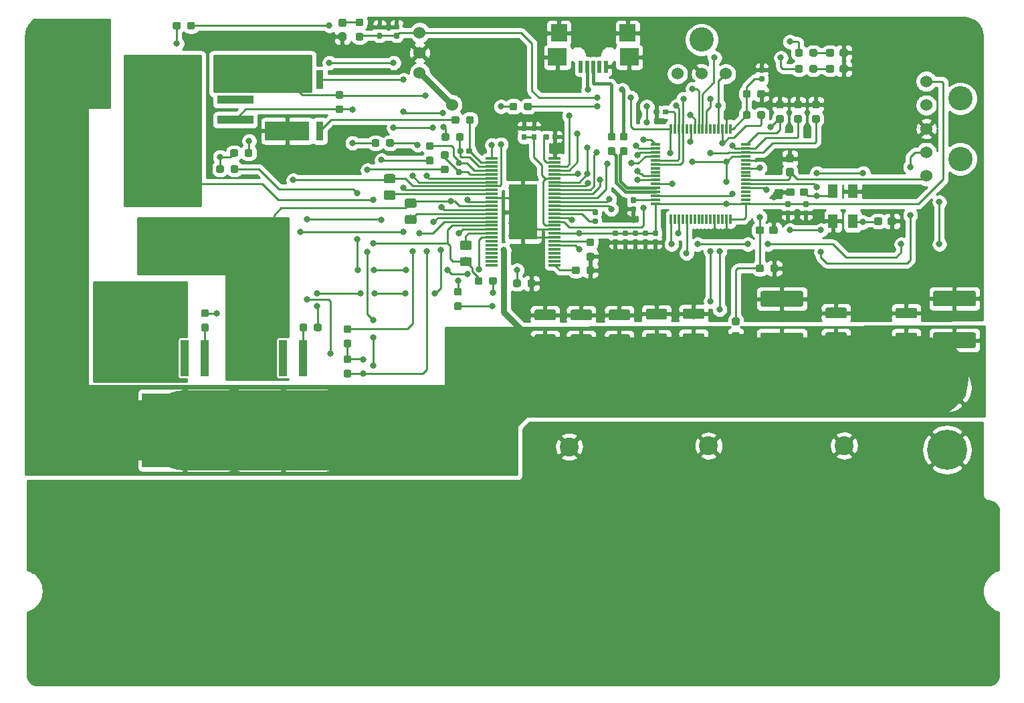
<source format=gbr>
G04 #@! TF.GenerationSoftware,KiCad,Pcbnew,(5.1.4)-1*
G04 #@! TF.CreationDate,2021-08-24T20:52:13-05:00*
G04 #@! TF.ProjectId,Mocos_2021,4d6f636f-735f-4323-9032-312e6b696361,rev?*
G04 #@! TF.SameCoordinates,Original*
G04 #@! TF.FileFunction,Copper,L1,Top*
G04 #@! TF.FilePolarity,Positive*
%FSLAX46Y46*%
G04 Gerber Fmt 4.6, Leading zero omitted, Abs format (unit mm)*
G04 Created by KiCad (PCBNEW (5.1.4)-1) date 2021-08-24 20:52:13*
%MOMM*%
%LPD*%
G04 APERTURE LIST*
%ADD10R,1.100000X4.600001*%
%ADD11R,1.100000X4.600000*%
%ADD12R,10.800001X9.399999*%
%ADD13R,4.600001X1.100000*%
%ADD14R,4.600000X1.100000*%
%ADD15R,9.399999X10.800001*%
%ADD16R,0.889000X2.438400*%
%ADD17R,5.588000X2.438400*%
%ADD18C,1.524000*%
%ADD19C,3.073400*%
%ADD20R,1.198880X1.800860*%
%ADD21C,5.080000*%
%ADD22R,2.000000X2.200000*%
%ADD23R,2.400000X2.200000*%
%ADD24R,0.500000X1.500000*%
%ADD25R,0.300000X1.300480*%
%ADD26R,1.300480X0.300000*%
%ADD27R,3.599180X7.000240*%
%ADD28R,1.501140X0.299720*%
%ADD29C,0.100000*%
%ADD30C,0.950000*%
%ADD31C,2.400000*%
%ADD32R,2.400000X2.400000*%
%ADD33C,0.620000*%
%ADD34C,1.325000*%
%ADD35C,1.175000*%
%ADD36C,1.975000*%
%ADD37C,0.800000*%
%ADD38C,2.032000*%
%ADD39C,0.254000*%
%ADD40C,0.381000*%
%ADD41C,0.762000*%
%ADD42C,10.160000*%
%ADD43C,7.620000*%
%ADD44C,5.080000*%
G04 APERTURE END LIST*
D10*
X87757000Y-113097000D03*
X85217000Y-113097000D03*
D11*
X82677000Y-113097000D03*
D12*
X85217000Y-122247000D03*
D10*
X100203000Y-113097000D03*
X97663000Y-113097000D03*
D11*
X95123000Y-113097000D03*
D12*
X97663000Y-122247000D03*
D13*
X91573000Y-82931000D03*
X91573000Y-80391000D03*
D14*
X91573000Y-77851000D03*
D15*
X82423000Y-80391000D03*
D16*
X102298500Y-84328000D03*
X102298500Y-77851000D03*
D17*
X98171000Y-84328000D03*
X98171000Y-77851000D03*
D18*
X114935000Y-71882000D03*
X114935000Y-74422000D03*
X114935000Y-76962000D03*
X179070000Y-87045800D03*
X179070000Y-84048600D03*
D19*
X183388000Y-80213200D03*
D18*
X179070000Y-81051400D03*
X179070000Y-78054200D03*
D19*
X183388000Y-87884000D03*
D18*
X179070000Y-90043000D03*
X153670000Y-77089000D03*
D19*
X150622000Y-72771000D03*
D18*
X150622000Y-77089000D03*
X147574000Y-77089000D03*
D20*
X169758360Y-95758000D03*
X167259000Y-95758000D03*
X167259000Y-91958160D03*
X169758360Y-91958160D03*
D21*
X181685600Y-116840000D03*
X181685600Y-124714000D03*
X82677000Y-91059000D03*
X82677000Y-98933000D03*
X82677000Y-106807000D03*
D22*
X132556000Y-71901000D03*
X141256000Y-71901000D03*
D23*
X132356000Y-74976000D03*
X141456000Y-74976000D03*
D24*
X138506000Y-76176000D03*
X137706000Y-76176000D03*
X136906000Y-76176000D03*
X136106000Y-76176000D03*
X135306000Y-76176000D03*
D25*
X154244040Y-95539560D03*
X153746200Y-95539560D03*
X153245820Y-95539560D03*
X152745440Y-95539560D03*
X152245060Y-95539560D03*
D26*
X144744440Y-93538040D03*
X144744440Y-93040200D03*
X144744440Y-92539820D03*
X144744440Y-92039440D03*
X144744440Y-91539060D03*
D25*
X146745960Y-84038440D03*
X147243800Y-84038440D03*
X147744180Y-84038440D03*
X148244560Y-84038440D03*
X148744940Y-84038440D03*
D26*
X156245560Y-86039960D03*
X156245560Y-86537800D03*
X156245560Y-87038180D03*
X156245560Y-87538560D03*
X156245560Y-88038940D03*
D25*
X151744680Y-95539560D03*
X151244300Y-95539560D03*
X150743920Y-95539560D03*
D26*
X144744440Y-91038680D03*
X144744440Y-90538300D03*
X144744440Y-90037920D03*
D25*
X149245320Y-84038440D03*
X149745700Y-84038440D03*
X150246080Y-84038440D03*
D26*
X156245560Y-88539320D03*
X156245560Y-89039700D03*
X156245560Y-89540080D03*
D25*
X150246080Y-95539560D03*
X149745700Y-95539560D03*
X149245320Y-95539560D03*
X148744940Y-95539560D03*
X148244560Y-95539560D03*
X147744180Y-95539560D03*
X147243800Y-95539560D03*
X146745960Y-95539560D03*
D26*
X144744440Y-89540080D03*
X144744440Y-89039700D03*
X144744440Y-88539320D03*
X144744440Y-88038940D03*
X144744440Y-87538560D03*
X144744440Y-87038180D03*
X144744440Y-86537800D03*
X144744440Y-86039960D03*
D25*
X150743920Y-84038440D03*
X151244300Y-84038440D03*
X151744680Y-84038440D03*
X152245060Y-84038440D03*
X152745440Y-84038440D03*
X153245820Y-84038440D03*
X153746200Y-84038440D03*
X154244040Y-84038440D03*
D26*
X156245560Y-92539820D03*
X156245560Y-93040200D03*
X156245560Y-93538040D03*
X156245560Y-90037920D03*
X156245560Y-90538300D03*
X156245560Y-91038680D03*
X156245560Y-91539060D03*
X156245560Y-92039440D03*
D27*
X128016000Y-94615000D03*
D28*
X124015500Y-101310440D03*
X124015500Y-100812600D03*
X124015500Y-100312220D03*
X124015500Y-99811840D03*
X124015500Y-99311460D03*
X124015500Y-98811080D03*
X124015500Y-98310700D03*
X124015500Y-97812860D03*
X132016500Y-87812880D03*
X132016500Y-88310720D03*
X132016500Y-88811100D03*
X132016500Y-89311480D03*
X132016500Y-96311720D03*
X132016500Y-96812100D03*
X132016500Y-97312480D03*
X132016500Y-97812860D03*
X132016500Y-98310700D03*
X132016500Y-98811080D03*
X132016500Y-99311460D03*
X132016500Y-99811840D03*
X132016500Y-100312220D03*
X132016500Y-100812600D03*
X132016500Y-101310440D03*
X132016500Y-89811860D03*
X132016500Y-90312240D03*
X132016500Y-90812620D03*
X132016500Y-91310460D03*
X132016500Y-91810840D03*
X132016500Y-92311220D03*
X132016500Y-92811600D03*
X124015500Y-89311480D03*
X132016500Y-93812360D03*
X132016500Y-94312740D03*
X132016500Y-94810580D03*
X132016500Y-95310960D03*
X132016500Y-95811340D03*
X124015500Y-91810840D03*
X124015500Y-91310460D03*
X124015500Y-90812620D03*
X124015500Y-90312240D03*
X124015500Y-89811860D03*
X132016500Y-93311980D03*
X124015500Y-88811100D03*
X124015500Y-88310720D03*
X124015500Y-87812880D03*
X124015500Y-97312480D03*
X124015500Y-96812100D03*
X124015500Y-96311720D03*
X124015500Y-95811340D03*
X124015500Y-95310960D03*
X124015500Y-94810580D03*
X124015500Y-94312740D03*
X124015500Y-93812360D03*
X124015500Y-93311980D03*
X124015500Y-92811600D03*
X124015500Y-92311220D03*
D29*
G36*
X106051779Y-112750644D02*
G01*
X106074834Y-112754063D01*
X106097443Y-112759727D01*
X106119387Y-112767579D01*
X106140457Y-112777544D01*
X106160448Y-112789526D01*
X106179168Y-112803410D01*
X106196438Y-112819062D01*
X106212090Y-112836332D01*
X106225974Y-112855052D01*
X106237956Y-112875043D01*
X106247921Y-112896113D01*
X106255773Y-112918057D01*
X106261437Y-112940666D01*
X106264856Y-112963721D01*
X106266000Y-112987000D01*
X106266000Y-113487000D01*
X106264856Y-113510279D01*
X106261437Y-113533334D01*
X106255773Y-113555943D01*
X106247921Y-113577887D01*
X106237956Y-113598957D01*
X106225974Y-113618948D01*
X106212090Y-113637668D01*
X106196438Y-113654938D01*
X106179168Y-113670590D01*
X106160448Y-113684474D01*
X106140457Y-113696456D01*
X106119387Y-113706421D01*
X106097443Y-113714273D01*
X106074834Y-113719937D01*
X106051779Y-113723356D01*
X106028500Y-113724500D01*
X105553500Y-113724500D01*
X105530221Y-113723356D01*
X105507166Y-113719937D01*
X105484557Y-113714273D01*
X105462613Y-113706421D01*
X105441543Y-113696456D01*
X105421552Y-113684474D01*
X105402832Y-113670590D01*
X105385562Y-113654938D01*
X105369910Y-113637668D01*
X105356026Y-113618948D01*
X105344044Y-113598957D01*
X105334079Y-113577887D01*
X105326227Y-113555943D01*
X105320563Y-113533334D01*
X105317144Y-113510279D01*
X105316000Y-113487000D01*
X105316000Y-112987000D01*
X105317144Y-112963721D01*
X105320563Y-112940666D01*
X105326227Y-112918057D01*
X105334079Y-112896113D01*
X105344044Y-112875043D01*
X105356026Y-112855052D01*
X105369910Y-112836332D01*
X105385562Y-112819062D01*
X105402832Y-112803410D01*
X105421552Y-112789526D01*
X105441543Y-112777544D01*
X105462613Y-112767579D01*
X105484557Y-112759727D01*
X105507166Y-112754063D01*
X105530221Y-112750644D01*
X105553500Y-112749500D01*
X106028500Y-112749500D01*
X106051779Y-112750644D01*
X106051779Y-112750644D01*
G37*
D30*
X105791000Y-113237000D03*
D29*
G36*
X106051779Y-114575644D02*
G01*
X106074834Y-114579063D01*
X106097443Y-114584727D01*
X106119387Y-114592579D01*
X106140457Y-114602544D01*
X106160448Y-114614526D01*
X106179168Y-114628410D01*
X106196438Y-114644062D01*
X106212090Y-114661332D01*
X106225974Y-114680052D01*
X106237956Y-114700043D01*
X106247921Y-114721113D01*
X106255773Y-114743057D01*
X106261437Y-114765666D01*
X106264856Y-114788721D01*
X106266000Y-114812000D01*
X106266000Y-115312000D01*
X106264856Y-115335279D01*
X106261437Y-115358334D01*
X106255773Y-115380943D01*
X106247921Y-115402887D01*
X106237956Y-115423957D01*
X106225974Y-115443948D01*
X106212090Y-115462668D01*
X106196438Y-115479938D01*
X106179168Y-115495590D01*
X106160448Y-115509474D01*
X106140457Y-115521456D01*
X106119387Y-115531421D01*
X106097443Y-115539273D01*
X106074834Y-115544937D01*
X106051779Y-115548356D01*
X106028500Y-115549500D01*
X105553500Y-115549500D01*
X105530221Y-115548356D01*
X105507166Y-115544937D01*
X105484557Y-115539273D01*
X105462613Y-115531421D01*
X105441543Y-115521456D01*
X105421552Y-115509474D01*
X105402832Y-115495590D01*
X105385562Y-115479938D01*
X105369910Y-115462668D01*
X105356026Y-115443948D01*
X105344044Y-115423957D01*
X105334079Y-115402887D01*
X105326227Y-115380943D01*
X105320563Y-115358334D01*
X105317144Y-115335279D01*
X105316000Y-115312000D01*
X105316000Y-114812000D01*
X105317144Y-114788721D01*
X105320563Y-114765666D01*
X105326227Y-114743057D01*
X105334079Y-114721113D01*
X105344044Y-114700043D01*
X105356026Y-114680052D01*
X105369910Y-114661332D01*
X105385562Y-114644062D01*
X105402832Y-114628410D01*
X105421552Y-114614526D01*
X105441543Y-114602544D01*
X105462613Y-114592579D01*
X105484557Y-114584727D01*
X105507166Y-114579063D01*
X105530221Y-114575644D01*
X105553500Y-114574500D01*
X106028500Y-114574500D01*
X106051779Y-114575644D01*
X106051779Y-114575644D01*
G37*
D30*
X105791000Y-115062000D03*
D29*
G36*
X106051779Y-108940644D02*
G01*
X106074834Y-108944063D01*
X106097443Y-108949727D01*
X106119387Y-108957579D01*
X106140457Y-108967544D01*
X106160448Y-108979526D01*
X106179168Y-108993410D01*
X106196438Y-109009062D01*
X106212090Y-109026332D01*
X106225974Y-109045052D01*
X106237956Y-109065043D01*
X106247921Y-109086113D01*
X106255773Y-109108057D01*
X106261437Y-109130666D01*
X106264856Y-109153721D01*
X106266000Y-109177000D01*
X106266000Y-109677000D01*
X106264856Y-109700279D01*
X106261437Y-109723334D01*
X106255773Y-109745943D01*
X106247921Y-109767887D01*
X106237956Y-109788957D01*
X106225974Y-109808948D01*
X106212090Y-109827668D01*
X106196438Y-109844938D01*
X106179168Y-109860590D01*
X106160448Y-109874474D01*
X106140457Y-109886456D01*
X106119387Y-109896421D01*
X106097443Y-109904273D01*
X106074834Y-109909937D01*
X106051779Y-109913356D01*
X106028500Y-109914500D01*
X105553500Y-109914500D01*
X105530221Y-109913356D01*
X105507166Y-109909937D01*
X105484557Y-109904273D01*
X105462613Y-109896421D01*
X105441543Y-109886456D01*
X105421552Y-109874474D01*
X105402832Y-109860590D01*
X105385562Y-109844938D01*
X105369910Y-109827668D01*
X105356026Y-109808948D01*
X105344044Y-109788957D01*
X105334079Y-109767887D01*
X105326227Y-109745943D01*
X105320563Y-109723334D01*
X105317144Y-109700279D01*
X105316000Y-109677000D01*
X105316000Y-109177000D01*
X105317144Y-109153721D01*
X105320563Y-109130666D01*
X105326227Y-109108057D01*
X105334079Y-109086113D01*
X105344044Y-109065043D01*
X105356026Y-109045052D01*
X105369910Y-109026332D01*
X105385562Y-109009062D01*
X105402832Y-108993410D01*
X105421552Y-108979526D01*
X105441543Y-108967544D01*
X105462613Y-108957579D01*
X105484557Y-108949727D01*
X105507166Y-108944063D01*
X105530221Y-108940644D01*
X105553500Y-108939500D01*
X106028500Y-108939500D01*
X106051779Y-108940644D01*
X106051779Y-108940644D01*
G37*
D30*
X105791000Y-109427000D03*
D29*
G36*
X106051779Y-110765644D02*
G01*
X106074834Y-110769063D01*
X106097443Y-110774727D01*
X106119387Y-110782579D01*
X106140457Y-110792544D01*
X106160448Y-110804526D01*
X106179168Y-110818410D01*
X106196438Y-110834062D01*
X106212090Y-110851332D01*
X106225974Y-110870052D01*
X106237956Y-110890043D01*
X106247921Y-110911113D01*
X106255773Y-110933057D01*
X106261437Y-110955666D01*
X106264856Y-110978721D01*
X106266000Y-111002000D01*
X106266000Y-111502000D01*
X106264856Y-111525279D01*
X106261437Y-111548334D01*
X106255773Y-111570943D01*
X106247921Y-111592887D01*
X106237956Y-111613957D01*
X106225974Y-111633948D01*
X106212090Y-111652668D01*
X106196438Y-111669938D01*
X106179168Y-111685590D01*
X106160448Y-111699474D01*
X106140457Y-111711456D01*
X106119387Y-111721421D01*
X106097443Y-111729273D01*
X106074834Y-111734937D01*
X106051779Y-111738356D01*
X106028500Y-111739500D01*
X105553500Y-111739500D01*
X105530221Y-111738356D01*
X105507166Y-111734937D01*
X105484557Y-111729273D01*
X105462613Y-111721421D01*
X105441543Y-111711456D01*
X105421552Y-111699474D01*
X105402832Y-111685590D01*
X105385562Y-111669938D01*
X105369910Y-111652668D01*
X105356026Y-111633948D01*
X105344044Y-111613957D01*
X105334079Y-111592887D01*
X105326227Y-111570943D01*
X105320563Y-111548334D01*
X105317144Y-111525279D01*
X105316000Y-111502000D01*
X105316000Y-111002000D01*
X105317144Y-110978721D01*
X105320563Y-110955666D01*
X105326227Y-110933057D01*
X105334079Y-110911113D01*
X105344044Y-110890043D01*
X105356026Y-110870052D01*
X105369910Y-110851332D01*
X105385562Y-110834062D01*
X105402832Y-110818410D01*
X105421552Y-110804526D01*
X105441543Y-110792544D01*
X105462613Y-110782579D01*
X105484557Y-110774727D01*
X105507166Y-110769063D01*
X105530221Y-110765644D01*
X105553500Y-110764500D01*
X106028500Y-110764500D01*
X106051779Y-110765644D01*
X106051779Y-110765644D01*
G37*
D30*
X105791000Y-111252000D03*
D29*
G36*
X88017779Y-106932144D02*
G01*
X88040834Y-106935563D01*
X88063443Y-106941227D01*
X88085387Y-106949079D01*
X88106457Y-106959044D01*
X88126448Y-106971026D01*
X88145168Y-106984910D01*
X88162438Y-107000562D01*
X88178090Y-107017832D01*
X88191974Y-107036552D01*
X88203956Y-107056543D01*
X88213921Y-107077613D01*
X88221773Y-107099557D01*
X88227437Y-107122166D01*
X88230856Y-107145221D01*
X88232000Y-107168500D01*
X88232000Y-107668500D01*
X88230856Y-107691779D01*
X88227437Y-107714834D01*
X88221773Y-107737443D01*
X88213921Y-107759387D01*
X88203956Y-107780457D01*
X88191974Y-107800448D01*
X88178090Y-107819168D01*
X88162438Y-107836438D01*
X88145168Y-107852090D01*
X88126448Y-107865974D01*
X88106457Y-107877956D01*
X88085387Y-107887921D01*
X88063443Y-107895773D01*
X88040834Y-107901437D01*
X88017779Y-107904856D01*
X87994500Y-107906000D01*
X87519500Y-107906000D01*
X87496221Y-107904856D01*
X87473166Y-107901437D01*
X87450557Y-107895773D01*
X87428613Y-107887921D01*
X87407543Y-107877956D01*
X87387552Y-107865974D01*
X87368832Y-107852090D01*
X87351562Y-107836438D01*
X87335910Y-107819168D01*
X87322026Y-107800448D01*
X87310044Y-107780457D01*
X87300079Y-107759387D01*
X87292227Y-107737443D01*
X87286563Y-107714834D01*
X87283144Y-107691779D01*
X87282000Y-107668500D01*
X87282000Y-107168500D01*
X87283144Y-107145221D01*
X87286563Y-107122166D01*
X87292227Y-107099557D01*
X87300079Y-107077613D01*
X87310044Y-107056543D01*
X87322026Y-107036552D01*
X87335910Y-107017832D01*
X87351562Y-107000562D01*
X87368832Y-106984910D01*
X87387552Y-106971026D01*
X87407543Y-106959044D01*
X87428613Y-106949079D01*
X87450557Y-106941227D01*
X87473166Y-106935563D01*
X87496221Y-106932144D01*
X87519500Y-106931000D01*
X87994500Y-106931000D01*
X88017779Y-106932144D01*
X88017779Y-106932144D01*
G37*
D30*
X87757000Y-107418500D03*
D29*
G36*
X88017779Y-108757144D02*
G01*
X88040834Y-108760563D01*
X88063443Y-108766227D01*
X88085387Y-108774079D01*
X88106457Y-108784044D01*
X88126448Y-108796026D01*
X88145168Y-108809910D01*
X88162438Y-108825562D01*
X88178090Y-108842832D01*
X88191974Y-108861552D01*
X88203956Y-108881543D01*
X88213921Y-108902613D01*
X88221773Y-108924557D01*
X88227437Y-108947166D01*
X88230856Y-108970221D01*
X88232000Y-108993500D01*
X88232000Y-109493500D01*
X88230856Y-109516779D01*
X88227437Y-109539834D01*
X88221773Y-109562443D01*
X88213921Y-109584387D01*
X88203956Y-109605457D01*
X88191974Y-109625448D01*
X88178090Y-109644168D01*
X88162438Y-109661438D01*
X88145168Y-109677090D01*
X88126448Y-109690974D01*
X88106457Y-109702956D01*
X88085387Y-109712921D01*
X88063443Y-109720773D01*
X88040834Y-109726437D01*
X88017779Y-109729856D01*
X87994500Y-109731000D01*
X87519500Y-109731000D01*
X87496221Y-109729856D01*
X87473166Y-109726437D01*
X87450557Y-109720773D01*
X87428613Y-109712921D01*
X87407543Y-109702956D01*
X87387552Y-109690974D01*
X87368832Y-109677090D01*
X87351562Y-109661438D01*
X87335910Y-109644168D01*
X87322026Y-109625448D01*
X87310044Y-109605457D01*
X87300079Y-109584387D01*
X87292227Y-109562443D01*
X87286563Y-109539834D01*
X87283144Y-109516779D01*
X87282000Y-109493500D01*
X87282000Y-108993500D01*
X87283144Y-108970221D01*
X87286563Y-108947166D01*
X87292227Y-108924557D01*
X87300079Y-108902613D01*
X87310044Y-108881543D01*
X87322026Y-108861552D01*
X87335910Y-108842832D01*
X87351562Y-108825562D01*
X87368832Y-108809910D01*
X87387552Y-108796026D01*
X87407543Y-108784044D01*
X87428613Y-108774079D01*
X87450557Y-108766227D01*
X87473166Y-108760563D01*
X87496221Y-108757144D01*
X87519500Y-108756000D01*
X87994500Y-108756000D01*
X88017779Y-108757144D01*
X88017779Y-108757144D01*
G37*
D30*
X87757000Y-109243500D03*
D29*
G36*
X91713279Y-86648144D02*
G01*
X91736334Y-86651563D01*
X91758943Y-86657227D01*
X91780887Y-86665079D01*
X91801957Y-86675044D01*
X91821948Y-86687026D01*
X91840668Y-86700910D01*
X91857938Y-86716562D01*
X91873590Y-86733832D01*
X91887474Y-86752552D01*
X91899456Y-86772543D01*
X91909421Y-86793613D01*
X91917273Y-86815557D01*
X91922937Y-86838166D01*
X91926356Y-86861221D01*
X91927500Y-86884500D01*
X91927500Y-87359500D01*
X91926356Y-87382779D01*
X91922937Y-87405834D01*
X91917273Y-87428443D01*
X91909421Y-87450387D01*
X91899456Y-87471457D01*
X91887474Y-87491448D01*
X91873590Y-87510168D01*
X91857938Y-87527438D01*
X91840668Y-87543090D01*
X91821948Y-87556974D01*
X91801957Y-87568956D01*
X91780887Y-87578921D01*
X91758943Y-87586773D01*
X91736334Y-87592437D01*
X91713279Y-87595856D01*
X91690000Y-87597000D01*
X91190000Y-87597000D01*
X91166721Y-87595856D01*
X91143666Y-87592437D01*
X91121057Y-87586773D01*
X91099113Y-87578921D01*
X91078043Y-87568956D01*
X91058052Y-87556974D01*
X91039332Y-87543090D01*
X91022062Y-87527438D01*
X91006410Y-87510168D01*
X90992526Y-87491448D01*
X90980544Y-87471457D01*
X90970579Y-87450387D01*
X90962727Y-87428443D01*
X90957063Y-87405834D01*
X90953644Y-87382779D01*
X90952500Y-87359500D01*
X90952500Y-86884500D01*
X90953644Y-86861221D01*
X90957063Y-86838166D01*
X90962727Y-86815557D01*
X90970579Y-86793613D01*
X90980544Y-86772543D01*
X90992526Y-86752552D01*
X91006410Y-86733832D01*
X91022062Y-86716562D01*
X91039332Y-86700910D01*
X91058052Y-86687026D01*
X91078043Y-86675044D01*
X91099113Y-86665079D01*
X91121057Y-86657227D01*
X91143666Y-86651563D01*
X91166721Y-86648144D01*
X91190000Y-86647000D01*
X91690000Y-86647000D01*
X91713279Y-86648144D01*
X91713279Y-86648144D01*
G37*
D30*
X91440000Y-87122000D03*
D29*
G36*
X93538279Y-86648144D02*
G01*
X93561334Y-86651563D01*
X93583943Y-86657227D01*
X93605887Y-86665079D01*
X93626957Y-86675044D01*
X93646948Y-86687026D01*
X93665668Y-86700910D01*
X93682938Y-86716562D01*
X93698590Y-86733832D01*
X93712474Y-86752552D01*
X93724456Y-86772543D01*
X93734421Y-86793613D01*
X93742273Y-86815557D01*
X93747937Y-86838166D01*
X93751356Y-86861221D01*
X93752500Y-86884500D01*
X93752500Y-87359500D01*
X93751356Y-87382779D01*
X93747937Y-87405834D01*
X93742273Y-87428443D01*
X93734421Y-87450387D01*
X93724456Y-87471457D01*
X93712474Y-87491448D01*
X93698590Y-87510168D01*
X93682938Y-87527438D01*
X93665668Y-87543090D01*
X93646948Y-87556974D01*
X93626957Y-87568956D01*
X93605887Y-87578921D01*
X93583943Y-87586773D01*
X93561334Y-87592437D01*
X93538279Y-87595856D01*
X93515000Y-87597000D01*
X93015000Y-87597000D01*
X92991721Y-87595856D01*
X92968666Y-87592437D01*
X92946057Y-87586773D01*
X92924113Y-87578921D01*
X92903043Y-87568956D01*
X92883052Y-87556974D01*
X92864332Y-87543090D01*
X92847062Y-87527438D01*
X92831410Y-87510168D01*
X92817526Y-87491448D01*
X92805544Y-87471457D01*
X92795579Y-87450387D01*
X92787727Y-87428443D01*
X92782063Y-87405834D01*
X92778644Y-87382779D01*
X92777500Y-87359500D01*
X92777500Y-86884500D01*
X92778644Y-86861221D01*
X92782063Y-86838166D01*
X92787727Y-86815557D01*
X92795579Y-86793613D01*
X92805544Y-86772543D01*
X92817526Y-86752552D01*
X92831410Y-86733832D01*
X92847062Y-86716562D01*
X92864332Y-86700910D01*
X92883052Y-86687026D01*
X92903043Y-86675044D01*
X92924113Y-86665079D01*
X92946057Y-86657227D01*
X92968666Y-86651563D01*
X92991721Y-86648144D01*
X93015000Y-86647000D01*
X93515000Y-86647000D01*
X93538279Y-86648144D01*
X93538279Y-86648144D01*
G37*
D30*
X93265000Y-87122000D03*
D29*
G36*
X91760279Y-88680144D02*
G01*
X91783334Y-88683563D01*
X91805943Y-88689227D01*
X91827887Y-88697079D01*
X91848957Y-88707044D01*
X91868948Y-88719026D01*
X91887668Y-88732910D01*
X91904938Y-88748562D01*
X91920590Y-88765832D01*
X91934474Y-88784552D01*
X91946456Y-88804543D01*
X91956421Y-88825613D01*
X91964273Y-88847557D01*
X91969937Y-88870166D01*
X91973356Y-88893221D01*
X91974500Y-88916500D01*
X91974500Y-89391500D01*
X91973356Y-89414779D01*
X91969937Y-89437834D01*
X91964273Y-89460443D01*
X91956421Y-89482387D01*
X91946456Y-89503457D01*
X91934474Y-89523448D01*
X91920590Y-89542168D01*
X91904938Y-89559438D01*
X91887668Y-89575090D01*
X91868948Y-89588974D01*
X91848957Y-89600956D01*
X91827887Y-89610921D01*
X91805943Y-89618773D01*
X91783334Y-89624437D01*
X91760279Y-89627856D01*
X91737000Y-89629000D01*
X91237000Y-89629000D01*
X91213721Y-89627856D01*
X91190666Y-89624437D01*
X91168057Y-89618773D01*
X91146113Y-89610921D01*
X91125043Y-89600956D01*
X91105052Y-89588974D01*
X91086332Y-89575090D01*
X91069062Y-89559438D01*
X91053410Y-89542168D01*
X91039526Y-89523448D01*
X91027544Y-89503457D01*
X91017579Y-89482387D01*
X91009727Y-89460443D01*
X91004063Y-89437834D01*
X91000644Y-89414779D01*
X90999500Y-89391500D01*
X90999500Y-88916500D01*
X91000644Y-88893221D01*
X91004063Y-88870166D01*
X91009727Y-88847557D01*
X91017579Y-88825613D01*
X91027544Y-88804543D01*
X91039526Y-88784552D01*
X91053410Y-88765832D01*
X91069062Y-88748562D01*
X91086332Y-88732910D01*
X91105052Y-88719026D01*
X91125043Y-88707044D01*
X91146113Y-88697079D01*
X91168057Y-88689227D01*
X91190666Y-88683563D01*
X91213721Y-88680144D01*
X91237000Y-88679000D01*
X91737000Y-88679000D01*
X91760279Y-88680144D01*
X91760279Y-88680144D01*
G37*
D30*
X91487000Y-89154000D03*
D29*
G36*
X89935279Y-88680144D02*
G01*
X89958334Y-88683563D01*
X89980943Y-88689227D01*
X90002887Y-88697079D01*
X90023957Y-88707044D01*
X90043948Y-88719026D01*
X90062668Y-88732910D01*
X90079938Y-88748562D01*
X90095590Y-88765832D01*
X90109474Y-88784552D01*
X90121456Y-88804543D01*
X90131421Y-88825613D01*
X90139273Y-88847557D01*
X90144937Y-88870166D01*
X90148356Y-88893221D01*
X90149500Y-88916500D01*
X90149500Y-89391500D01*
X90148356Y-89414779D01*
X90144937Y-89437834D01*
X90139273Y-89460443D01*
X90131421Y-89482387D01*
X90121456Y-89503457D01*
X90109474Y-89523448D01*
X90095590Y-89542168D01*
X90079938Y-89559438D01*
X90062668Y-89575090D01*
X90043948Y-89588974D01*
X90023957Y-89600956D01*
X90002887Y-89610921D01*
X89980943Y-89618773D01*
X89958334Y-89624437D01*
X89935279Y-89627856D01*
X89912000Y-89629000D01*
X89412000Y-89629000D01*
X89388721Y-89627856D01*
X89365666Y-89624437D01*
X89343057Y-89618773D01*
X89321113Y-89610921D01*
X89300043Y-89600956D01*
X89280052Y-89588974D01*
X89261332Y-89575090D01*
X89244062Y-89559438D01*
X89228410Y-89542168D01*
X89214526Y-89523448D01*
X89202544Y-89503457D01*
X89192579Y-89482387D01*
X89184727Y-89460443D01*
X89179063Y-89437834D01*
X89175644Y-89414779D01*
X89174500Y-89391500D01*
X89174500Y-88916500D01*
X89175644Y-88893221D01*
X89179063Y-88870166D01*
X89184727Y-88847557D01*
X89192579Y-88825613D01*
X89202544Y-88804543D01*
X89214526Y-88784552D01*
X89228410Y-88765832D01*
X89244062Y-88748562D01*
X89261332Y-88732910D01*
X89280052Y-88719026D01*
X89300043Y-88707044D01*
X89321113Y-88697079D01*
X89343057Y-88689227D01*
X89365666Y-88683563D01*
X89388721Y-88680144D01*
X89412000Y-88679000D01*
X89912000Y-88679000D01*
X89935279Y-88680144D01*
X89935279Y-88680144D01*
G37*
D30*
X89662000Y-89154000D03*
D29*
G36*
X102301279Y-108746144D02*
G01*
X102324334Y-108749563D01*
X102346943Y-108755227D01*
X102368887Y-108763079D01*
X102389957Y-108773044D01*
X102409948Y-108785026D01*
X102428668Y-108798910D01*
X102445938Y-108814562D01*
X102461590Y-108831832D01*
X102475474Y-108850552D01*
X102487456Y-108870543D01*
X102497421Y-108891613D01*
X102505273Y-108913557D01*
X102510937Y-108936166D01*
X102514356Y-108959221D01*
X102515500Y-108982500D01*
X102515500Y-109457500D01*
X102514356Y-109480779D01*
X102510937Y-109503834D01*
X102505273Y-109526443D01*
X102497421Y-109548387D01*
X102487456Y-109569457D01*
X102475474Y-109589448D01*
X102461590Y-109608168D01*
X102445938Y-109625438D01*
X102428668Y-109641090D01*
X102409948Y-109654974D01*
X102389957Y-109666956D01*
X102368887Y-109676921D01*
X102346943Y-109684773D01*
X102324334Y-109690437D01*
X102301279Y-109693856D01*
X102278000Y-109695000D01*
X101778000Y-109695000D01*
X101754721Y-109693856D01*
X101731666Y-109690437D01*
X101709057Y-109684773D01*
X101687113Y-109676921D01*
X101666043Y-109666956D01*
X101646052Y-109654974D01*
X101627332Y-109641090D01*
X101610062Y-109625438D01*
X101594410Y-109608168D01*
X101580526Y-109589448D01*
X101568544Y-109569457D01*
X101558579Y-109548387D01*
X101550727Y-109526443D01*
X101545063Y-109503834D01*
X101541644Y-109480779D01*
X101540500Y-109457500D01*
X101540500Y-108982500D01*
X101541644Y-108959221D01*
X101545063Y-108936166D01*
X101550727Y-108913557D01*
X101558579Y-108891613D01*
X101568544Y-108870543D01*
X101580526Y-108850552D01*
X101594410Y-108831832D01*
X101610062Y-108814562D01*
X101627332Y-108798910D01*
X101646052Y-108785026D01*
X101666043Y-108773044D01*
X101687113Y-108763079D01*
X101709057Y-108755227D01*
X101731666Y-108749563D01*
X101754721Y-108746144D01*
X101778000Y-108745000D01*
X102278000Y-108745000D01*
X102301279Y-108746144D01*
X102301279Y-108746144D01*
G37*
D30*
X102028000Y-109220000D03*
D29*
G36*
X100476279Y-108746144D02*
G01*
X100499334Y-108749563D01*
X100521943Y-108755227D01*
X100543887Y-108763079D01*
X100564957Y-108773044D01*
X100584948Y-108785026D01*
X100603668Y-108798910D01*
X100620938Y-108814562D01*
X100636590Y-108831832D01*
X100650474Y-108850552D01*
X100662456Y-108870543D01*
X100672421Y-108891613D01*
X100680273Y-108913557D01*
X100685937Y-108936166D01*
X100689356Y-108959221D01*
X100690500Y-108982500D01*
X100690500Y-109457500D01*
X100689356Y-109480779D01*
X100685937Y-109503834D01*
X100680273Y-109526443D01*
X100672421Y-109548387D01*
X100662456Y-109569457D01*
X100650474Y-109589448D01*
X100636590Y-109608168D01*
X100620938Y-109625438D01*
X100603668Y-109641090D01*
X100584948Y-109654974D01*
X100564957Y-109666956D01*
X100543887Y-109676921D01*
X100521943Y-109684773D01*
X100499334Y-109690437D01*
X100476279Y-109693856D01*
X100453000Y-109695000D01*
X99953000Y-109695000D01*
X99929721Y-109693856D01*
X99906666Y-109690437D01*
X99884057Y-109684773D01*
X99862113Y-109676921D01*
X99841043Y-109666956D01*
X99821052Y-109654974D01*
X99802332Y-109641090D01*
X99785062Y-109625438D01*
X99769410Y-109608168D01*
X99755526Y-109589448D01*
X99743544Y-109569457D01*
X99733579Y-109548387D01*
X99725727Y-109526443D01*
X99720063Y-109503834D01*
X99716644Y-109480779D01*
X99715500Y-109457500D01*
X99715500Y-108982500D01*
X99716644Y-108959221D01*
X99720063Y-108936166D01*
X99725727Y-108913557D01*
X99733579Y-108891613D01*
X99743544Y-108870543D01*
X99755526Y-108850552D01*
X99769410Y-108831832D01*
X99785062Y-108814562D01*
X99802332Y-108798910D01*
X99821052Y-108785026D01*
X99841043Y-108773044D01*
X99862113Y-108763079D01*
X99884057Y-108755227D01*
X99906666Y-108749563D01*
X99929721Y-108746144D01*
X99953000Y-108745000D01*
X100453000Y-108745000D01*
X100476279Y-108746144D01*
X100476279Y-108746144D01*
G37*
D30*
X100203000Y-109220000D03*
D29*
G36*
X105035779Y-81094644D02*
G01*
X105058834Y-81098063D01*
X105081443Y-81103727D01*
X105103387Y-81111579D01*
X105124457Y-81121544D01*
X105144448Y-81133526D01*
X105163168Y-81147410D01*
X105180438Y-81163062D01*
X105196090Y-81180332D01*
X105209974Y-81199052D01*
X105221956Y-81219043D01*
X105231921Y-81240113D01*
X105239773Y-81262057D01*
X105245437Y-81284666D01*
X105248856Y-81307721D01*
X105250000Y-81331000D01*
X105250000Y-81831000D01*
X105248856Y-81854279D01*
X105245437Y-81877334D01*
X105239773Y-81899943D01*
X105231921Y-81921887D01*
X105221956Y-81942957D01*
X105209974Y-81962948D01*
X105196090Y-81981668D01*
X105180438Y-81998938D01*
X105163168Y-82014590D01*
X105144448Y-82028474D01*
X105124457Y-82040456D01*
X105103387Y-82050421D01*
X105081443Y-82058273D01*
X105058834Y-82063937D01*
X105035779Y-82067356D01*
X105012500Y-82068500D01*
X104537500Y-82068500D01*
X104514221Y-82067356D01*
X104491166Y-82063937D01*
X104468557Y-82058273D01*
X104446613Y-82050421D01*
X104425543Y-82040456D01*
X104405552Y-82028474D01*
X104386832Y-82014590D01*
X104369562Y-81998938D01*
X104353910Y-81981668D01*
X104340026Y-81962948D01*
X104328044Y-81942957D01*
X104318079Y-81921887D01*
X104310227Y-81899943D01*
X104304563Y-81877334D01*
X104301144Y-81854279D01*
X104300000Y-81831000D01*
X104300000Y-81331000D01*
X104301144Y-81307721D01*
X104304563Y-81284666D01*
X104310227Y-81262057D01*
X104318079Y-81240113D01*
X104328044Y-81219043D01*
X104340026Y-81199052D01*
X104353910Y-81180332D01*
X104369562Y-81163062D01*
X104386832Y-81147410D01*
X104405552Y-81133526D01*
X104425543Y-81121544D01*
X104446613Y-81111579D01*
X104468557Y-81103727D01*
X104491166Y-81098063D01*
X104514221Y-81094644D01*
X104537500Y-81093500D01*
X105012500Y-81093500D01*
X105035779Y-81094644D01*
X105035779Y-81094644D01*
G37*
D30*
X104775000Y-81581000D03*
D29*
G36*
X105035779Y-79269644D02*
G01*
X105058834Y-79273063D01*
X105081443Y-79278727D01*
X105103387Y-79286579D01*
X105124457Y-79296544D01*
X105144448Y-79308526D01*
X105163168Y-79322410D01*
X105180438Y-79338062D01*
X105196090Y-79355332D01*
X105209974Y-79374052D01*
X105221956Y-79394043D01*
X105231921Y-79415113D01*
X105239773Y-79437057D01*
X105245437Y-79459666D01*
X105248856Y-79482721D01*
X105250000Y-79506000D01*
X105250000Y-80006000D01*
X105248856Y-80029279D01*
X105245437Y-80052334D01*
X105239773Y-80074943D01*
X105231921Y-80096887D01*
X105221956Y-80117957D01*
X105209974Y-80137948D01*
X105196090Y-80156668D01*
X105180438Y-80173938D01*
X105163168Y-80189590D01*
X105144448Y-80203474D01*
X105124457Y-80215456D01*
X105103387Y-80225421D01*
X105081443Y-80233273D01*
X105058834Y-80238937D01*
X105035779Y-80242356D01*
X105012500Y-80243500D01*
X104537500Y-80243500D01*
X104514221Y-80242356D01*
X104491166Y-80238937D01*
X104468557Y-80233273D01*
X104446613Y-80225421D01*
X104425543Y-80215456D01*
X104405552Y-80203474D01*
X104386832Y-80189590D01*
X104369562Y-80173938D01*
X104353910Y-80156668D01*
X104340026Y-80137948D01*
X104328044Y-80117957D01*
X104318079Y-80096887D01*
X104310227Y-80074943D01*
X104304563Y-80052334D01*
X104301144Y-80029279D01*
X104300000Y-80006000D01*
X104300000Y-79506000D01*
X104301144Y-79482721D01*
X104304563Y-79459666D01*
X104310227Y-79437057D01*
X104318079Y-79415113D01*
X104328044Y-79394043D01*
X104340026Y-79374052D01*
X104353910Y-79355332D01*
X104369562Y-79338062D01*
X104386832Y-79322410D01*
X104405552Y-79308526D01*
X104425543Y-79296544D01*
X104446613Y-79286579D01*
X104468557Y-79278727D01*
X104491166Y-79273063D01*
X104514221Y-79269644D01*
X104537500Y-79268500D01*
X105012500Y-79268500D01*
X105035779Y-79269644D01*
X105035779Y-79269644D01*
G37*
D30*
X104775000Y-79756000D03*
D29*
G36*
X111445279Y-85378144D02*
G01*
X111468334Y-85381563D01*
X111490943Y-85387227D01*
X111512887Y-85395079D01*
X111533957Y-85405044D01*
X111553948Y-85417026D01*
X111572668Y-85430910D01*
X111589938Y-85446562D01*
X111605590Y-85463832D01*
X111619474Y-85482552D01*
X111631456Y-85502543D01*
X111641421Y-85523613D01*
X111649273Y-85545557D01*
X111654937Y-85568166D01*
X111658356Y-85591221D01*
X111659500Y-85614500D01*
X111659500Y-86089500D01*
X111658356Y-86112779D01*
X111654937Y-86135834D01*
X111649273Y-86158443D01*
X111641421Y-86180387D01*
X111631456Y-86201457D01*
X111619474Y-86221448D01*
X111605590Y-86240168D01*
X111589938Y-86257438D01*
X111572668Y-86273090D01*
X111553948Y-86286974D01*
X111533957Y-86298956D01*
X111512887Y-86308921D01*
X111490943Y-86316773D01*
X111468334Y-86322437D01*
X111445279Y-86325856D01*
X111422000Y-86327000D01*
X110922000Y-86327000D01*
X110898721Y-86325856D01*
X110875666Y-86322437D01*
X110853057Y-86316773D01*
X110831113Y-86308921D01*
X110810043Y-86298956D01*
X110790052Y-86286974D01*
X110771332Y-86273090D01*
X110754062Y-86257438D01*
X110738410Y-86240168D01*
X110724526Y-86221448D01*
X110712544Y-86201457D01*
X110702579Y-86180387D01*
X110694727Y-86158443D01*
X110689063Y-86135834D01*
X110685644Y-86112779D01*
X110684500Y-86089500D01*
X110684500Y-85614500D01*
X110685644Y-85591221D01*
X110689063Y-85568166D01*
X110694727Y-85545557D01*
X110702579Y-85523613D01*
X110712544Y-85502543D01*
X110724526Y-85482552D01*
X110738410Y-85463832D01*
X110754062Y-85446562D01*
X110771332Y-85430910D01*
X110790052Y-85417026D01*
X110810043Y-85405044D01*
X110831113Y-85395079D01*
X110853057Y-85387227D01*
X110875666Y-85381563D01*
X110898721Y-85378144D01*
X110922000Y-85377000D01*
X111422000Y-85377000D01*
X111445279Y-85378144D01*
X111445279Y-85378144D01*
G37*
D30*
X111172000Y-85852000D03*
D29*
G36*
X109620279Y-85378144D02*
G01*
X109643334Y-85381563D01*
X109665943Y-85387227D01*
X109687887Y-85395079D01*
X109708957Y-85405044D01*
X109728948Y-85417026D01*
X109747668Y-85430910D01*
X109764938Y-85446562D01*
X109780590Y-85463832D01*
X109794474Y-85482552D01*
X109806456Y-85502543D01*
X109816421Y-85523613D01*
X109824273Y-85545557D01*
X109829937Y-85568166D01*
X109833356Y-85591221D01*
X109834500Y-85614500D01*
X109834500Y-86089500D01*
X109833356Y-86112779D01*
X109829937Y-86135834D01*
X109824273Y-86158443D01*
X109816421Y-86180387D01*
X109806456Y-86201457D01*
X109794474Y-86221448D01*
X109780590Y-86240168D01*
X109764938Y-86257438D01*
X109747668Y-86273090D01*
X109728948Y-86286974D01*
X109708957Y-86298956D01*
X109687887Y-86308921D01*
X109665943Y-86316773D01*
X109643334Y-86322437D01*
X109620279Y-86325856D01*
X109597000Y-86327000D01*
X109097000Y-86327000D01*
X109073721Y-86325856D01*
X109050666Y-86322437D01*
X109028057Y-86316773D01*
X109006113Y-86308921D01*
X108985043Y-86298956D01*
X108965052Y-86286974D01*
X108946332Y-86273090D01*
X108929062Y-86257438D01*
X108913410Y-86240168D01*
X108899526Y-86221448D01*
X108887544Y-86201457D01*
X108877579Y-86180387D01*
X108869727Y-86158443D01*
X108864063Y-86135834D01*
X108860644Y-86112779D01*
X108859500Y-86089500D01*
X108859500Y-85614500D01*
X108860644Y-85591221D01*
X108864063Y-85568166D01*
X108869727Y-85545557D01*
X108877579Y-85523613D01*
X108887544Y-85502543D01*
X108899526Y-85482552D01*
X108913410Y-85463832D01*
X108929062Y-85446562D01*
X108946332Y-85430910D01*
X108965052Y-85417026D01*
X108985043Y-85405044D01*
X109006113Y-85395079D01*
X109028057Y-85387227D01*
X109050666Y-85381563D01*
X109073721Y-85378144D01*
X109097000Y-85377000D01*
X109597000Y-85377000D01*
X109620279Y-85378144D01*
X109620279Y-85378144D01*
G37*
D30*
X109347000Y-85852000D03*
D29*
G36*
X86275779Y-70519144D02*
G01*
X86298834Y-70522563D01*
X86321443Y-70528227D01*
X86343387Y-70536079D01*
X86364457Y-70546044D01*
X86384448Y-70558026D01*
X86403168Y-70571910D01*
X86420438Y-70587562D01*
X86436090Y-70604832D01*
X86449974Y-70623552D01*
X86461956Y-70643543D01*
X86471921Y-70664613D01*
X86479773Y-70686557D01*
X86485437Y-70709166D01*
X86488856Y-70732221D01*
X86490000Y-70755500D01*
X86490000Y-71230500D01*
X86488856Y-71253779D01*
X86485437Y-71276834D01*
X86479773Y-71299443D01*
X86471921Y-71321387D01*
X86461956Y-71342457D01*
X86449974Y-71362448D01*
X86436090Y-71381168D01*
X86420438Y-71398438D01*
X86403168Y-71414090D01*
X86384448Y-71427974D01*
X86364457Y-71439956D01*
X86343387Y-71449921D01*
X86321443Y-71457773D01*
X86298834Y-71463437D01*
X86275779Y-71466856D01*
X86252500Y-71468000D01*
X85752500Y-71468000D01*
X85729221Y-71466856D01*
X85706166Y-71463437D01*
X85683557Y-71457773D01*
X85661613Y-71449921D01*
X85640543Y-71439956D01*
X85620552Y-71427974D01*
X85601832Y-71414090D01*
X85584562Y-71398438D01*
X85568910Y-71381168D01*
X85555026Y-71362448D01*
X85543044Y-71342457D01*
X85533079Y-71321387D01*
X85525227Y-71299443D01*
X85519563Y-71276834D01*
X85516144Y-71253779D01*
X85515000Y-71230500D01*
X85515000Y-70755500D01*
X85516144Y-70732221D01*
X85519563Y-70709166D01*
X85525227Y-70686557D01*
X85533079Y-70664613D01*
X85543044Y-70643543D01*
X85555026Y-70623552D01*
X85568910Y-70604832D01*
X85584562Y-70587562D01*
X85601832Y-70571910D01*
X85620552Y-70558026D01*
X85640543Y-70546044D01*
X85661613Y-70536079D01*
X85683557Y-70528227D01*
X85706166Y-70522563D01*
X85729221Y-70519144D01*
X85752500Y-70518000D01*
X86252500Y-70518000D01*
X86275779Y-70519144D01*
X86275779Y-70519144D01*
G37*
D30*
X86002500Y-70993000D03*
D29*
G36*
X84450779Y-70519144D02*
G01*
X84473834Y-70522563D01*
X84496443Y-70528227D01*
X84518387Y-70536079D01*
X84539457Y-70546044D01*
X84559448Y-70558026D01*
X84578168Y-70571910D01*
X84595438Y-70587562D01*
X84611090Y-70604832D01*
X84624974Y-70623552D01*
X84636956Y-70643543D01*
X84646921Y-70664613D01*
X84654773Y-70686557D01*
X84660437Y-70709166D01*
X84663856Y-70732221D01*
X84665000Y-70755500D01*
X84665000Y-71230500D01*
X84663856Y-71253779D01*
X84660437Y-71276834D01*
X84654773Y-71299443D01*
X84646921Y-71321387D01*
X84636956Y-71342457D01*
X84624974Y-71362448D01*
X84611090Y-71381168D01*
X84595438Y-71398438D01*
X84578168Y-71414090D01*
X84559448Y-71427974D01*
X84539457Y-71439956D01*
X84518387Y-71449921D01*
X84496443Y-71457773D01*
X84473834Y-71463437D01*
X84450779Y-71466856D01*
X84427500Y-71468000D01*
X83927500Y-71468000D01*
X83904221Y-71466856D01*
X83881166Y-71463437D01*
X83858557Y-71457773D01*
X83836613Y-71449921D01*
X83815543Y-71439956D01*
X83795552Y-71427974D01*
X83776832Y-71414090D01*
X83759562Y-71398438D01*
X83743910Y-71381168D01*
X83730026Y-71362448D01*
X83718044Y-71342457D01*
X83708079Y-71321387D01*
X83700227Y-71299443D01*
X83694563Y-71276834D01*
X83691144Y-71253779D01*
X83690000Y-71230500D01*
X83690000Y-70755500D01*
X83691144Y-70732221D01*
X83694563Y-70709166D01*
X83700227Y-70686557D01*
X83708079Y-70664613D01*
X83718044Y-70643543D01*
X83730026Y-70623552D01*
X83743910Y-70604832D01*
X83759562Y-70587562D01*
X83776832Y-70571910D01*
X83795552Y-70558026D01*
X83815543Y-70546044D01*
X83836613Y-70536079D01*
X83858557Y-70528227D01*
X83881166Y-70522563D01*
X83904221Y-70519144D01*
X83927500Y-70518000D01*
X84427500Y-70518000D01*
X84450779Y-70519144D01*
X84450779Y-70519144D01*
G37*
D30*
X84177500Y-70993000D03*
D29*
G36*
X160788779Y-82317644D02*
G01*
X160811834Y-82321063D01*
X160834443Y-82326727D01*
X160856387Y-82334579D01*
X160877457Y-82344544D01*
X160897448Y-82356526D01*
X160916168Y-82370410D01*
X160933438Y-82386062D01*
X160949090Y-82403332D01*
X160962974Y-82422052D01*
X160974956Y-82442043D01*
X160984921Y-82463113D01*
X160992773Y-82485057D01*
X160998437Y-82507666D01*
X161001856Y-82530721D01*
X161003000Y-82554000D01*
X161003000Y-83054000D01*
X161001856Y-83077279D01*
X160998437Y-83100334D01*
X160992773Y-83122943D01*
X160984921Y-83144887D01*
X160974956Y-83165957D01*
X160962974Y-83185948D01*
X160949090Y-83204668D01*
X160933438Y-83221938D01*
X160916168Y-83237590D01*
X160897448Y-83251474D01*
X160877457Y-83263456D01*
X160856387Y-83273421D01*
X160834443Y-83281273D01*
X160811834Y-83286937D01*
X160788779Y-83290356D01*
X160765500Y-83291500D01*
X160290500Y-83291500D01*
X160267221Y-83290356D01*
X160244166Y-83286937D01*
X160221557Y-83281273D01*
X160199613Y-83273421D01*
X160178543Y-83263456D01*
X160158552Y-83251474D01*
X160139832Y-83237590D01*
X160122562Y-83221938D01*
X160106910Y-83204668D01*
X160093026Y-83185948D01*
X160081044Y-83165957D01*
X160071079Y-83144887D01*
X160063227Y-83122943D01*
X160057563Y-83100334D01*
X160054144Y-83077279D01*
X160053000Y-83054000D01*
X160053000Y-82554000D01*
X160054144Y-82530721D01*
X160057563Y-82507666D01*
X160063227Y-82485057D01*
X160071079Y-82463113D01*
X160081044Y-82442043D01*
X160093026Y-82422052D01*
X160106910Y-82403332D01*
X160122562Y-82386062D01*
X160139832Y-82370410D01*
X160158552Y-82356526D01*
X160178543Y-82344544D01*
X160199613Y-82334579D01*
X160221557Y-82326727D01*
X160244166Y-82321063D01*
X160267221Y-82317644D01*
X160290500Y-82316500D01*
X160765500Y-82316500D01*
X160788779Y-82317644D01*
X160788779Y-82317644D01*
G37*
D30*
X160528000Y-82804000D03*
D29*
G36*
X160788779Y-80492644D02*
G01*
X160811834Y-80496063D01*
X160834443Y-80501727D01*
X160856387Y-80509579D01*
X160877457Y-80519544D01*
X160897448Y-80531526D01*
X160916168Y-80545410D01*
X160933438Y-80561062D01*
X160949090Y-80578332D01*
X160962974Y-80597052D01*
X160974956Y-80617043D01*
X160984921Y-80638113D01*
X160992773Y-80660057D01*
X160998437Y-80682666D01*
X161001856Y-80705721D01*
X161003000Y-80729000D01*
X161003000Y-81229000D01*
X161001856Y-81252279D01*
X160998437Y-81275334D01*
X160992773Y-81297943D01*
X160984921Y-81319887D01*
X160974956Y-81340957D01*
X160962974Y-81360948D01*
X160949090Y-81379668D01*
X160933438Y-81396938D01*
X160916168Y-81412590D01*
X160897448Y-81426474D01*
X160877457Y-81438456D01*
X160856387Y-81448421D01*
X160834443Y-81456273D01*
X160811834Y-81461937D01*
X160788779Y-81465356D01*
X160765500Y-81466500D01*
X160290500Y-81466500D01*
X160267221Y-81465356D01*
X160244166Y-81461937D01*
X160221557Y-81456273D01*
X160199613Y-81448421D01*
X160178543Y-81438456D01*
X160158552Y-81426474D01*
X160139832Y-81412590D01*
X160122562Y-81396938D01*
X160106910Y-81379668D01*
X160093026Y-81360948D01*
X160081044Y-81340957D01*
X160071079Y-81319887D01*
X160063227Y-81297943D01*
X160057563Y-81275334D01*
X160054144Y-81252279D01*
X160053000Y-81229000D01*
X160053000Y-80729000D01*
X160054144Y-80705721D01*
X160057563Y-80682666D01*
X160063227Y-80660057D01*
X160071079Y-80638113D01*
X160081044Y-80617043D01*
X160093026Y-80597052D01*
X160106910Y-80578332D01*
X160122562Y-80561062D01*
X160139832Y-80545410D01*
X160158552Y-80531526D01*
X160178543Y-80519544D01*
X160199613Y-80509579D01*
X160221557Y-80501727D01*
X160244166Y-80496063D01*
X160267221Y-80492644D01*
X160290500Y-80491500D01*
X160765500Y-80491500D01*
X160788779Y-80492644D01*
X160788779Y-80492644D01*
G37*
D30*
X160528000Y-80979000D03*
D29*
G36*
X163074779Y-82317644D02*
G01*
X163097834Y-82321063D01*
X163120443Y-82326727D01*
X163142387Y-82334579D01*
X163163457Y-82344544D01*
X163183448Y-82356526D01*
X163202168Y-82370410D01*
X163219438Y-82386062D01*
X163235090Y-82403332D01*
X163248974Y-82422052D01*
X163260956Y-82442043D01*
X163270921Y-82463113D01*
X163278773Y-82485057D01*
X163284437Y-82507666D01*
X163287856Y-82530721D01*
X163289000Y-82554000D01*
X163289000Y-83054000D01*
X163287856Y-83077279D01*
X163284437Y-83100334D01*
X163278773Y-83122943D01*
X163270921Y-83144887D01*
X163260956Y-83165957D01*
X163248974Y-83185948D01*
X163235090Y-83204668D01*
X163219438Y-83221938D01*
X163202168Y-83237590D01*
X163183448Y-83251474D01*
X163163457Y-83263456D01*
X163142387Y-83273421D01*
X163120443Y-83281273D01*
X163097834Y-83286937D01*
X163074779Y-83290356D01*
X163051500Y-83291500D01*
X162576500Y-83291500D01*
X162553221Y-83290356D01*
X162530166Y-83286937D01*
X162507557Y-83281273D01*
X162485613Y-83273421D01*
X162464543Y-83263456D01*
X162444552Y-83251474D01*
X162425832Y-83237590D01*
X162408562Y-83221938D01*
X162392910Y-83204668D01*
X162379026Y-83185948D01*
X162367044Y-83165957D01*
X162357079Y-83144887D01*
X162349227Y-83122943D01*
X162343563Y-83100334D01*
X162340144Y-83077279D01*
X162339000Y-83054000D01*
X162339000Y-82554000D01*
X162340144Y-82530721D01*
X162343563Y-82507666D01*
X162349227Y-82485057D01*
X162357079Y-82463113D01*
X162367044Y-82442043D01*
X162379026Y-82422052D01*
X162392910Y-82403332D01*
X162408562Y-82386062D01*
X162425832Y-82370410D01*
X162444552Y-82356526D01*
X162464543Y-82344544D01*
X162485613Y-82334579D01*
X162507557Y-82326727D01*
X162530166Y-82321063D01*
X162553221Y-82317644D01*
X162576500Y-82316500D01*
X163051500Y-82316500D01*
X163074779Y-82317644D01*
X163074779Y-82317644D01*
G37*
D30*
X162814000Y-82804000D03*
D29*
G36*
X163074779Y-80492644D02*
G01*
X163097834Y-80496063D01*
X163120443Y-80501727D01*
X163142387Y-80509579D01*
X163163457Y-80519544D01*
X163183448Y-80531526D01*
X163202168Y-80545410D01*
X163219438Y-80561062D01*
X163235090Y-80578332D01*
X163248974Y-80597052D01*
X163260956Y-80617043D01*
X163270921Y-80638113D01*
X163278773Y-80660057D01*
X163284437Y-80682666D01*
X163287856Y-80705721D01*
X163289000Y-80729000D01*
X163289000Y-81229000D01*
X163287856Y-81252279D01*
X163284437Y-81275334D01*
X163278773Y-81297943D01*
X163270921Y-81319887D01*
X163260956Y-81340957D01*
X163248974Y-81360948D01*
X163235090Y-81379668D01*
X163219438Y-81396938D01*
X163202168Y-81412590D01*
X163183448Y-81426474D01*
X163163457Y-81438456D01*
X163142387Y-81448421D01*
X163120443Y-81456273D01*
X163097834Y-81461937D01*
X163074779Y-81465356D01*
X163051500Y-81466500D01*
X162576500Y-81466500D01*
X162553221Y-81465356D01*
X162530166Y-81461937D01*
X162507557Y-81456273D01*
X162485613Y-81448421D01*
X162464543Y-81438456D01*
X162444552Y-81426474D01*
X162425832Y-81412590D01*
X162408562Y-81396938D01*
X162392910Y-81379668D01*
X162379026Y-81360948D01*
X162367044Y-81340957D01*
X162357079Y-81319887D01*
X162349227Y-81297943D01*
X162343563Y-81275334D01*
X162340144Y-81252279D01*
X162339000Y-81229000D01*
X162339000Y-80729000D01*
X162340144Y-80705721D01*
X162343563Y-80682666D01*
X162349227Y-80660057D01*
X162357079Y-80638113D01*
X162367044Y-80617043D01*
X162379026Y-80597052D01*
X162392910Y-80578332D01*
X162408562Y-80561062D01*
X162425832Y-80545410D01*
X162444552Y-80531526D01*
X162464543Y-80519544D01*
X162485613Y-80509579D01*
X162507557Y-80501727D01*
X162530166Y-80496063D01*
X162553221Y-80492644D01*
X162576500Y-80491500D01*
X163051500Y-80491500D01*
X163074779Y-80492644D01*
X163074779Y-80492644D01*
G37*
D30*
X162814000Y-80979000D03*
D29*
G36*
X165360779Y-82317644D02*
G01*
X165383834Y-82321063D01*
X165406443Y-82326727D01*
X165428387Y-82334579D01*
X165449457Y-82344544D01*
X165469448Y-82356526D01*
X165488168Y-82370410D01*
X165505438Y-82386062D01*
X165521090Y-82403332D01*
X165534974Y-82422052D01*
X165546956Y-82442043D01*
X165556921Y-82463113D01*
X165564773Y-82485057D01*
X165570437Y-82507666D01*
X165573856Y-82530721D01*
X165575000Y-82554000D01*
X165575000Y-83054000D01*
X165573856Y-83077279D01*
X165570437Y-83100334D01*
X165564773Y-83122943D01*
X165556921Y-83144887D01*
X165546956Y-83165957D01*
X165534974Y-83185948D01*
X165521090Y-83204668D01*
X165505438Y-83221938D01*
X165488168Y-83237590D01*
X165469448Y-83251474D01*
X165449457Y-83263456D01*
X165428387Y-83273421D01*
X165406443Y-83281273D01*
X165383834Y-83286937D01*
X165360779Y-83290356D01*
X165337500Y-83291500D01*
X164862500Y-83291500D01*
X164839221Y-83290356D01*
X164816166Y-83286937D01*
X164793557Y-83281273D01*
X164771613Y-83273421D01*
X164750543Y-83263456D01*
X164730552Y-83251474D01*
X164711832Y-83237590D01*
X164694562Y-83221938D01*
X164678910Y-83204668D01*
X164665026Y-83185948D01*
X164653044Y-83165957D01*
X164643079Y-83144887D01*
X164635227Y-83122943D01*
X164629563Y-83100334D01*
X164626144Y-83077279D01*
X164625000Y-83054000D01*
X164625000Y-82554000D01*
X164626144Y-82530721D01*
X164629563Y-82507666D01*
X164635227Y-82485057D01*
X164643079Y-82463113D01*
X164653044Y-82442043D01*
X164665026Y-82422052D01*
X164678910Y-82403332D01*
X164694562Y-82386062D01*
X164711832Y-82370410D01*
X164730552Y-82356526D01*
X164750543Y-82344544D01*
X164771613Y-82334579D01*
X164793557Y-82326727D01*
X164816166Y-82321063D01*
X164839221Y-82317644D01*
X164862500Y-82316500D01*
X165337500Y-82316500D01*
X165360779Y-82317644D01*
X165360779Y-82317644D01*
G37*
D30*
X165100000Y-82804000D03*
D29*
G36*
X165360779Y-80492644D02*
G01*
X165383834Y-80496063D01*
X165406443Y-80501727D01*
X165428387Y-80509579D01*
X165449457Y-80519544D01*
X165469448Y-80531526D01*
X165488168Y-80545410D01*
X165505438Y-80561062D01*
X165521090Y-80578332D01*
X165534974Y-80597052D01*
X165546956Y-80617043D01*
X165556921Y-80638113D01*
X165564773Y-80660057D01*
X165570437Y-80682666D01*
X165573856Y-80705721D01*
X165575000Y-80729000D01*
X165575000Y-81229000D01*
X165573856Y-81252279D01*
X165570437Y-81275334D01*
X165564773Y-81297943D01*
X165556921Y-81319887D01*
X165546956Y-81340957D01*
X165534974Y-81360948D01*
X165521090Y-81379668D01*
X165505438Y-81396938D01*
X165488168Y-81412590D01*
X165469448Y-81426474D01*
X165449457Y-81438456D01*
X165428387Y-81448421D01*
X165406443Y-81456273D01*
X165383834Y-81461937D01*
X165360779Y-81465356D01*
X165337500Y-81466500D01*
X164862500Y-81466500D01*
X164839221Y-81465356D01*
X164816166Y-81461937D01*
X164793557Y-81456273D01*
X164771613Y-81448421D01*
X164750543Y-81438456D01*
X164730552Y-81426474D01*
X164711832Y-81412590D01*
X164694562Y-81396938D01*
X164678910Y-81379668D01*
X164665026Y-81360948D01*
X164653044Y-81340957D01*
X164643079Y-81319887D01*
X164635227Y-81297943D01*
X164629563Y-81275334D01*
X164626144Y-81252279D01*
X164625000Y-81229000D01*
X164625000Y-80729000D01*
X164626144Y-80705721D01*
X164629563Y-80682666D01*
X164635227Y-80660057D01*
X164643079Y-80638113D01*
X164653044Y-80617043D01*
X164665026Y-80597052D01*
X164678910Y-80578332D01*
X164694562Y-80561062D01*
X164711832Y-80545410D01*
X164730552Y-80531526D01*
X164750543Y-80519544D01*
X164771613Y-80509579D01*
X164793557Y-80501727D01*
X164816166Y-80496063D01*
X164839221Y-80492644D01*
X164862500Y-80491500D01*
X165337500Y-80491500D01*
X165360779Y-80492644D01*
X165360779Y-80492644D01*
G37*
D30*
X165100000Y-80979000D03*
D29*
G36*
X120288279Y-84616144D02*
G01*
X120311334Y-84619563D01*
X120333943Y-84625227D01*
X120355887Y-84633079D01*
X120376957Y-84643044D01*
X120396948Y-84655026D01*
X120415668Y-84668910D01*
X120432938Y-84684562D01*
X120448590Y-84701832D01*
X120462474Y-84720552D01*
X120474456Y-84740543D01*
X120484421Y-84761613D01*
X120492273Y-84783557D01*
X120497937Y-84806166D01*
X120501356Y-84829221D01*
X120502500Y-84852500D01*
X120502500Y-85327500D01*
X120501356Y-85350779D01*
X120497937Y-85373834D01*
X120492273Y-85396443D01*
X120484421Y-85418387D01*
X120474456Y-85439457D01*
X120462474Y-85459448D01*
X120448590Y-85478168D01*
X120432938Y-85495438D01*
X120415668Y-85511090D01*
X120396948Y-85524974D01*
X120376957Y-85536956D01*
X120355887Y-85546921D01*
X120333943Y-85554773D01*
X120311334Y-85560437D01*
X120288279Y-85563856D01*
X120265000Y-85565000D01*
X119765000Y-85565000D01*
X119741721Y-85563856D01*
X119718666Y-85560437D01*
X119696057Y-85554773D01*
X119674113Y-85546921D01*
X119653043Y-85536956D01*
X119633052Y-85524974D01*
X119614332Y-85511090D01*
X119597062Y-85495438D01*
X119581410Y-85478168D01*
X119567526Y-85459448D01*
X119555544Y-85439457D01*
X119545579Y-85418387D01*
X119537727Y-85396443D01*
X119532063Y-85373834D01*
X119528644Y-85350779D01*
X119527500Y-85327500D01*
X119527500Y-84852500D01*
X119528644Y-84829221D01*
X119532063Y-84806166D01*
X119537727Y-84783557D01*
X119545579Y-84761613D01*
X119555544Y-84740543D01*
X119567526Y-84720552D01*
X119581410Y-84701832D01*
X119597062Y-84684562D01*
X119614332Y-84668910D01*
X119633052Y-84655026D01*
X119653043Y-84643044D01*
X119674113Y-84633079D01*
X119696057Y-84625227D01*
X119718666Y-84619563D01*
X119741721Y-84616144D01*
X119765000Y-84615000D01*
X120265000Y-84615000D01*
X120288279Y-84616144D01*
X120288279Y-84616144D01*
G37*
D30*
X120015000Y-85090000D03*
D29*
G36*
X118463279Y-84616144D02*
G01*
X118486334Y-84619563D01*
X118508943Y-84625227D01*
X118530887Y-84633079D01*
X118551957Y-84643044D01*
X118571948Y-84655026D01*
X118590668Y-84668910D01*
X118607938Y-84684562D01*
X118623590Y-84701832D01*
X118637474Y-84720552D01*
X118649456Y-84740543D01*
X118659421Y-84761613D01*
X118667273Y-84783557D01*
X118672937Y-84806166D01*
X118676356Y-84829221D01*
X118677500Y-84852500D01*
X118677500Y-85327500D01*
X118676356Y-85350779D01*
X118672937Y-85373834D01*
X118667273Y-85396443D01*
X118659421Y-85418387D01*
X118649456Y-85439457D01*
X118637474Y-85459448D01*
X118623590Y-85478168D01*
X118607938Y-85495438D01*
X118590668Y-85511090D01*
X118571948Y-85524974D01*
X118551957Y-85536956D01*
X118530887Y-85546921D01*
X118508943Y-85554773D01*
X118486334Y-85560437D01*
X118463279Y-85563856D01*
X118440000Y-85565000D01*
X117940000Y-85565000D01*
X117916721Y-85563856D01*
X117893666Y-85560437D01*
X117871057Y-85554773D01*
X117849113Y-85546921D01*
X117828043Y-85536956D01*
X117808052Y-85524974D01*
X117789332Y-85511090D01*
X117772062Y-85495438D01*
X117756410Y-85478168D01*
X117742526Y-85459448D01*
X117730544Y-85439457D01*
X117720579Y-85418387D01*
X117712727Y-85396443D01*
X117707063Y-85373834D01*
X117703644Y-85350779D01*
X117702500Y-85327500D01*
X117702500Y-84852500D01*
X117703644Y-84829221D01*
X117707063Y-84806166D01*
X117712727Y-84783557D01*
X117720579Y-84761613D01*
X117730544Y-84740543D01*
X117742526Y-84720552D01*
X117756410Y-84701832D01*
X117772062Y-84684562D01*
X117789332Y-84668910D01*
X117808052Y-84655026D01*
X117828043Y-84643044D01*
X117849113Y-84633079D01*
X117871057Y-84625227D01*
X117893666Y-84619563D01*
X117916721Y-84616144D01*
X117940000Y-84615000D01*
X118440000Y-84615000D01*
X118463279Y-84616144D01*
X118463279Y-84616144D01*
G37*
D30*
X118190000Y-85090000D03*
D29*
G36*
X116465779Y-85746644D02*
G01*
X116488834Y-85750063D01*
X116511443Y-85755727D01*
X116533387Y-85763579D01*
X116554457Y-85773544D01*
X116574448Y-85785526D01*
X116593168Y-85799410D01*
X116610438Y-85815062D01*
X116626090Y-85832332D01*
X116639974Y-85851052D01*
X116651956Y-85871043D01*
X116661921Y-85892113D01*
X116669773Y-85914057D01*
X116675437Y-85936666D01*
X116678856Y-85959721D01*
X116680000Y-85983000D01*
X116680000Y-86483000D01*
X116678856Y-86506279D01*
X116675437Y-86529334D01*
X116669773Y-86551943D01*
X116661921Y-86573887D01*
X116651956Y-86594957D01*
X116639974Y-86614948D01*
X116626090Y-86633668D01*
X116610438Y-86650938D01*
X116593168Y-86666590D01*
X116574448Y-86680474D01*
X116554457Y-86692456D01*
X116533387Y-86702421D01*
X116511443Y-86710273D01*
X116488834Y-86715937D01*
X116465779Y-86719356D01*
X116442500Y-86720500D01*
X115967500Y-86720500D01*
X115944221Y-86719356D01*
X115921166Y-86715937D01*
X115898557Y-86710273D01*
X115876613Y-86702421D01*
X115855543Y-86692456D01*
X115835552Y-86680474D01*
X115816832Y-86666590D01*
X115799562Y-86650938D01*
X115783910Y-86633668D01*
X115770026Y-86614948D01*
X115758044Y-86594957D01*
X115748079Y-86573887D01*
X115740227Y-86551943D01*
X115734563Y-86529334D01*
X115731144Y-86506279D01*
X115730000Y-86483000D01*
X115730000Y-85983000D01*
X115731144Y-85959721D01*
X115734563Y-85936666D01*
X115740227Y-85914057D01*
X115748079Y-85892113D01*
X115758044Y-85871043D01*
X115770026Y-85851052D01*
X115783910Y-85832332D01*
X115799562Y-85815062D01*
X115816832Y-85799410D01*
X115835552Y-85785526D01*
X115855543Y-85773544D01*
X115876613Y-85763579D01*
X115898557Y-85755727D01*
X115921166Y-85750063D01*
X115944221Y-85746644D01*
X115967500Y-85745500D01*
X116442500Y-85745500D01*
X116465779Y-85746644D01*
X116465779Y-85746644D01*
G37*
D30*
X116205000Y-86233000D03*
D29*
G36*
X116465779Y-87571644D02*
G01*
X116488834Y-87575063D01*
X116511443Y-87580727D01*
X116533387Y-87588579D01*
X116554457Y-87598544D01*
X116574448Y-87610526D01*
X116593168Y-87624410D01*
X116610438Y-87640062D01*
X116626090Y-87657332D01*
X116639974Y-87676052D01*
X116651956Y-87696043D01*
X116661921Y-87717113D01*
X116669773Y-87739057D01*
X116675437Y-87761666D01*
X116678856Y-87784721D01*
X116680000Y-87808000D01*
X116680000Y-88308000D01*
X116678856Y-88331279D01*
X116675437Y-88354334D01*
X116669773Y-88376943D01*
X116661921Y-88398887D01*
X116651956Y-88419957D01*
X116639974Y-88439948D01*
X116626090Y-88458668D01*
X116610438Y-88475938D01*
X116593168Y-88491590D01*
X116574448Y-88505474D01*
X116554457Y-88517456D01*
X116533387Y-88527421D01*
X116511443Y-88535273D01*
X116488834Y-88540937D01*
X116465779Y-88544356D01*
X116442500Y-88545500D01*
X115967500Y-88545500D01*
X115944221Y-88544356D01*
X115921166Y-88540937D01*
X115898557Y-88535273D01*
X115876613Y-88527421D01*
X115855543Y-88517456D01*
X115835552Y-88505474D01*
X115816832Y-88491590D01*
X115799562Y-88475938D01*
X115783910Y-88458668D01*
X115770026Y-88439948D01*
X115758044Y-88419957D01*
X115748079Y-88398887D01*
X115740227Y-88376943D01*
X115734563Y-88354334D01*
X115731144Y-88331279D01*
X115730000Y-88308000D01*
X115730000Y-87808000D01*
X115731144Y-87784721D01*
X115734563Y-87761666D01*
X115740227Y-87739057D01*
X115748079Y-87717113D01*
X115758044Y-87696043D01*
X115770026Y-87676052D01*
X115783910Y-87657332D01*
X115799562Y-87640062D01*
X115816832Y-87624410D01*
X115835552Y-87610526D01*
X115855543Y-87598544D01*
X115876613Y-87588579D01*
X115898557Y-87580727D01*
X115921166Y-87575063D01*
X115944221Y-87571644D01*
X115967500Y-87570500D01*
X116442500Y-87570500D01*
X116465779Y-87571644D01*
X116465779Y-87571644D01*
G37*
D30*
X116205000Y-88058000D03*
D29*
G36*
X118370779Y-88714644D02*
G01*
X118393834Y-88718063D01*
X118416443Y-88723727D01*
X118438387Y-88731579D01*
X118459457Y-88741544D01*
X118479448Y-88753526D01*
X118498168Y-88767410D01*
X118515438Y-88783062D01*
X118531090Y-88800332D01*
X118544974Y-88819052D01*
X118556956Y-88839043D01*
X118566921Y-88860113D01*
X118574773Y-88882057D01*
X118580437Y-88904666D01*
X118583856Y-88927721D01*
X118585000Y-88951000D01*
X118585000Y-89451000D01*
X118583856Y-89474279D01*
X118580437Y-89497334D01*
X118574773Y-89519943D01*
X118566921Y-89541887D01*
X118556956Y-89562957D01*
X118544974Y-89582948D01*
X118531090Y-89601668D01*
X118515438Y-89618938D01*
X118498168Y-89634590D01*
X118479448Y-89648474D01*
X118459457Y-89660456D01*
X118438387Y-89670421D01*
X118416443Y-89678273D01*
X118393834Y-89683937D01*
X118370779Y-89687356D01*
X118347500Y-89688500D01*
X117872500Y-89688500D01*
X117849221Y-89687356D01*
X117826166Y-89683937D01*
X117803557Y-89678273D01*
X117781613Y-89670421D01*
X117760543Y-89660456D01*
X117740552Y-89648474D01*
X117721832Y-89634590D01*
X117704562Y-89618938D01*
X117688910Y-89601668D01*
X117675026Y-89582948D01*
X117663044Y-89562957D01*
X117653079Y-89541887D01*
X117645227Y-89519943D01*
X117639563Y-89497334D01*
X117636144Y-89474279D01*
X117635000Y-89451000D01*
X117635000Y-88951000D01*
X117636144Y-88927721D01*
X117639563Y-88904666D01*
X117645227Y-88882057D01*
X117653079Y-88860113D01*
X117663044Y-88839043D01*
X117675026Y-88819052D01*
X117688910Y-88800332D01*
X117704562Y-88783062D01*
X117721832Y-88767410D01*
X117740552Y-88753526D01*
X117760543Y-88741544D01*
X117781613Y-88731579D01*
X117803557Y-88723727D01*
X117826166Y-88718063D01*
X117849221Y-88714644D01*
X117872500Y-88713500D01*
X118347500Y-88713500D01*
X118370779Y-88714644D01*
X118370779Y-88714644D01*
G37*
D30*
X118110000Y-89201000D03*
D29*
G36*
X118370779Y-86889644D02*
G01*
X118393834Y-86893063D01*
X118416443Y-86898727D01*
X118438387Y-86906579D01*
X118459457Y-86916544D01*
X118479448Y-86928526D01*
X118498168Y-86942410D01*
X118515438Y-86958062D01*
X118531090Y-86975332D01*
X118544974Y-86994052D01*
X118556956Y-87014043D01*
X118566921Y-87035113D01*
X118574773Y-87057057D01*
X118580437Y-87079666D01*
X118583856Y-87102721D01*
X118585000Y-87126000D01*
X118585000Y-87626000D01*
X118583856Y-87649279D01*
X118580437Y-87672334D01*
X118574773Y-87694943D01*
X118566921Y-87716887D01*
X118556956Y-87737957D01*
X118544974Y-87757948D01*
X118531090Y-87776668D01*
X118515438Y-87793938D01*
X118498168Y-87809590D01*
X118479448Y-87823474D01*
X118459457Y-87835456D01*
X118438387Y-87845421D01*
X118416443Y-87853273D01*
X118393834Y-87858937D01*
X118370779Y-87862356D01*
X118347500Y-87863500D01*
X117872500Y-87863500D01*
X117849221Y-87862356D01*
X117826166Y-87858937D01*
X117803557Y-87853273D01*
X117781613Y-87845421D01*
X117760543Y-87835456D01*
X117740552Y-87823474D01*
X117721832Y-87809590D01*
X117704562Y-87793938D01*
X117688910Y-87776668D01*
X117675026Y-87757948D01*
X117663044Y-87737957D01*
X117653079Y-87716887D01*
X117645227Y-87694943D01*
X117639563Y-87672334D01*
X117636144Y-87649279D01*
X117635000Y-87626000D01*
X117635000Y-87126000D01*
X117636144Y-87102721D01*
X117639563Y-87079666D01*
X117645227Y-87057057D01*
X117653079Y-87035113D01*
X117663044Y-87014043D01*
X117675026Y-86994052D01*
X117688910Y-86975332D01*
X117704562Y-86958062D01*
X117721832Y-86942410D01*
X117740552Y-86928526D01*
X117760543Y-86916544D01*
X117781613Y-86906579D01*
X117803557Y-86898727D01*
X117826166Y-86893063D01*
X117849221Y-86889644D01*
X117872500Y-86888500D01*
X118347500Y-86888500D01*
X118370779Y-86889644D01*
X118370779Y-86889644D01*
G37*
D30*
X118110000Y-87376000D03*
D29*
G36*
X121558279Y-82457144D02*
G01*
X121581334Y-82460563D01*
X121603943Y-82466227D01*
X121625887Y-82474079D01*
X121646957Y-82484044D01*
X121666948Y-82496026D01*
X121685668Y-82509910D01*
X121702938Y-82525562D01*
X121718590Y-82542832D01*
X121732474Y-82561552D01*
X121744456Y-82581543D01*
X121754421Y-82602613D01*
X121762273Y-82624557D01*
X121767937Y-82647166D01*
X121771356Y-82670221D01*
X121772500Y-82693500D01*
X121772500Y-83168500D01*
X121771356Y-83191779D01*
X121767937Y-83214834D01*
X121762273Y-83237443D01*
X121754421Y-83259387D01*
X121744456Y-83280457D01*
X121732474Y-83300448D01*
X121718590Y-83319168D01*
X121702938Y-83336438D01*
X121685668Y-83352090D01*
X121666948Y-83365974D01*
X121646957Y-83377956D01*
X121625887Y-83387921D01*
X121603943Y-83395773D01*
X121581334Y-83401437D01*
X121558279Y-83404856D01*
X121535000Y-83406000D01*
X121035000Y-83406000D01*
X121011721Y-83404856D01*
X120988666Y-83401437D01*
X120966057Y-83395773D01*
X120944113Y-83387921D01*
X120923043Y-83377956D01*
X120903052Y-83365974D01*
X120884332Y-83352090D01*
X120867062Y-83336438D01*
X120851410Y-83319168D01*
X120837526Y-83300448D01*
X120825544Y-83280457D01*
X120815579Y-83259387D01*
X120807727Y-83237443D01*
X120802063Y-83214834D01*
X120798644Y-83191779D01*
X120797500Y-83168500D01*
X120797500Y-82693500D01*
X120798644Y-82670221D01*
X120802063Y-82647166D01*
X120807727Y-82624557D01*
X120815579Y-82602613D01*
X120825544Y-82581543D01*
X120837526Y-82561552D01*
X120851410Y-82542832D01*
X120867062Y-82525562D01*
X120884332Y-82509910D01*
X120903052Y-82496026D01*
X120923043Y-82484044D01*
X120944113Y-82474079D01*
X120966057Y-82466227D01*
X120988666Y-82460563D01*
X121011721Y-82457144D01*
X121035000Y-82456000D01*
X121535000Y-82456000D01*
X121558279Y-82457144D01*
X121558279Y-82457144D01*
G37*
D30*
X121285000Y-82931000D03*
D29*
G36*
X119733279Y-82457144D02*
G01*
X119756334Y-82460563D01*
X119778943Y-82466227D01*
X119800887Y-82474079D01*
X119821957Y-82484044D01*
X119841948Y-82496026D01*
X119860668Y-82509910D01*
X119877938Y-82525562D01*
X119893590Y-82542832D01*
X119907474Y-82561552D01*
X119919456Y-82581543D01*
X119929421Y-82602613D01*
X119937273Y-82624557D01*
X119942937Y-82647166D01*
X119946356Y-82670221D01*
X119947500Y-82693500D01*
X119947500Y-83168500D01*
X119946356Y-83191779D01*
X119942937Y-83214834D01*
X119937273Y-83237443D01*
X119929421Y-83259387D01*
X119919456Y-83280457D01*
X119907474Y-83300448D01*
X119893590Y-83319168D01*
X119877938Y-83336438D01*
X119860668Y-83352090D01*
X119841948Y-83365974D01*
X119821957Y-83377956D01*
X119800887Y-83387921D01*
X119778943Y-83395773D01*
X119756334Y-83401437D01*
X119733279Y-83404856D01*
X119710000Y-83406000D01*
X119210000Y-83406000D01*
X119186721Y-83404856D01*
X119163666Y-83401437D01*
X119141057Y-83395773D01*
X119119113Y-83387921D01*
X119098043Y-83377956D01*
X119078052Y-83365974D01*
X119059332Y-83352090D01*
X119042062Y-83336438D01*
X119026410Y-83319168D01*
X119012526Y-83300448D01*
X119000544Y-83280457D01*
X118990579Y-83259387D01*
X118982727Y-83237443D01*
X118977063Y-83214834D01*
X118973644Y-83191779D01*
X118972500Y-83168500D01*
X118972500Y-82693500D01*
X118973644Y-82670221D01*
X118977063Y-82647166D01*
X118982727Y-82624557D01*
X118990579Y-82602613D01*
X119000544Y-82581543D01*
X119012526Y-82561552D01*
X119026410Y-82542832D01*
X119042062Y-82525562D01*
X119059332Y-82509910D01*
X119078052Y-82496026D01*
X119098043Y-82484044D01*
X119119113Y-82474079D01*
X119141057Y-82466227D01*
X119163666Y-82460563D01*
X119186721Y-82457144D01*
X119210000Y-82456000D01*
X119710000Y-82456000D01*
X119733279Y-82457144D01*
X119733279Y-82457144D01*
G37*
D30*
X119460000Y-82931000D03*
D29*
G36*
X127073879Y-80755344D02*
G01*
X127096934Y-80758763D01*
X127119543Y-80764427D01*
X127141487Y-80772279D01*
X127162557Y-80782244D01*
X127182548Y-80794226D01*
X127201268Y-80808110D01*
X127218538Y-80823762D01*
X127234190Y-80841032D01*
X127248074Y-80859752D01*
X127260056Y-80879743D01*
X127270021Y-80900813D01*
X127277873Y-80922757D01*
X127283537Y-80945366D01*
X127286956Y-80968421D01*
X127288100Y-80991700D01*
X127288100Y-81466700D01*
X127286956Y-81489979D01*
X127283537Y-81513034D01*
X127277873Y-81535643D01*
X127270021Y-81557587D01*
X127260056Y-81578657D01*
X127248074Y-81598648D01*
X127234190Y-81617368D01*
X127218538Y-81634638D01*
X127201268Y-81650290D01*
X127182548Y-81664174D01*
X127162557Y-81676156D01*
X127141487Y-81686121D01*
X127119543Y-81693973D01*
X127096934Y-81699637D01*
X127073879Y-81703056D01*
X127050600Y-81704200D01*
X126550600Y-81704200D01*
X126527321Y-81703056D01*
X126504266Y-81699637D01*
X126481657Y-81693973D01*
X126459713Y-81686121D01*
X126438643Y-81676156D01*
X126418652Y-81664174D01*
X126399932Y-81650290D01*
X126382662Y-81634638D01*
X126367010Y-81617368D01*
X126353126Y-81598648D01*
X126341144Y-81578657D01*
X126331179Y-81557587D01*
X126323327Y-81535643D01*
X126317663Y-81513034D01*
X126314244Y-81489979D01*
X126313100Y-81466700D01*
X126313100Y-80991700D01*
X126314244Y-80968421D01*
X126317663Y-80945366D01*
X126323327Y-80922757D01*
X126331179Y-80900813D01*
X126341144Y-80879743D01*
X126353126Y-80859752D01*
X126367010Y-80841032D01*
X126382662Y-80823762D01*
X126399932Y-80808110D01*
X126418652Y-80794226D01*
X126438643Y-80782244D01*
X126459713Y-80772279D01*
X126481657Y-80764427D01*
X126504266Y-80758763D01*
X126527321Y-80755344D01*
X126550600Y-80754200D01*
X127050600Y-80754200D01*
X127073879Y-80755344D01*
X127073879Y-80755344D01*
G37*
D30*
X126800600Y-81229200D03*
D29*
G36*
X128898879Y-80755344D02*
G01*
X128921934Y-80758763D01*
X128944543Y-80764427D01*
X128966487Y-80772279D01*
X128987557Y-80782244D01*
X129007548Y-80794226D01*
X129026268Y-80808110D01*
X129043538Y-80823762D01*
X129059190Y-80841032D01*
X129073074Y-80859752D01*
X129085056Y-80879743D01*
X129095021Y-80900813D01*
X129102873Y-80922757D01*
X129108537Y-80945366D01*
X129111956Y-80968421D01*
X129113100Y-80991700D01*
X129113100Y-81466700D01*
X129111956Y-81489979D01*
X129108537Y-81513034D01*
X129102873Y-81535643D01*
X129095021Y-81557587D01*
X129085056Y-81578657D01*
X129073074Y-81598648D01*
X129059190Y-81617368D01*
X129043538Y-81634638D01*
X129026268Y-81650290D01*
X129007548Y-81664174D01*
X128987557Y-81676156D01*
X128966487Y-81686121D01*
X128944543Y-81693973D01*
X128921934Y-81699637D01*
X128898879Y-81703056D01*
X128875600Y-81704200D01*
X128375600Y-81704200D01*
X128352321Y-81703056D01*
X128329266Y-81699637D01*
X128306657Y-81693973D01*
X128284713Y-81686121D01*
X128263643Y-81676156D01*
X128243652Y-81664174D01*
X128224932Y-81650290D01*
X128207662Y-81634638D01*
X128192010Y-81617368D01*
X128178126Y-81598648D01*
X128166144Y-81578657D01*
X128156179Y-81557587D01*
X128148327Y-81535643D01*
X128142663Y-81513034D01*
X128139244Y-81489979D01*
X128138100Y-81466700D01*
X128138100Y-80991700D01*
X128139244Y-80968421D01*
X128142663Y-80945366D01*
X128148327Y-80922757D01*
X128156179Y-80900813D01*
X128166144Y-80879743D01*
X128178126Y-80859752D01*
X128192010Y-80841032D01*
X128207662Y-80823762D01*
X128224932Y-80808110D01*
X128243652Y-80794226D01*
X128263643Y-80782244D01*
X128284713Y-80772279D01*
X128306657Y-80764427D01*
X128329266Y-80758763D01*
X128352321Y-80755344D01*
X128375600Y-80754200D01*
X128875600Y-80754200D01*
X128898879Y-80755344D01*
X128898879Y-80755344D01*
G37*
D30*
X128625600Y-81229200D03*
D29*
G36*
X120047179Y-104212444D02*
G01*
X120070234Y-104215863D01*
X120092843Y-104221527D01*
X120114787Y-104229379D01*
X120135857Y-104239344D01*
X120155848Y-104251326D01*
X120174568Y-104265210D01*
X120191838Y-104280862D01*
X120207490Y-104298132D01*
X120221374Y-104316852D01*
X120233356Y-104336843D01*
X120243321Y-104357913D01*
X120251173Y-104379857D01*
X120256837Y-104402466D01*
X120260256Y-104425521D01*
X120261400Y-104448800D01*
X120261400Y-104948800D01*
X120260256Y-104972079D01*
X120256837Y-104995134D01*
X120251173Y-105017743D01*
X120243321Y-105039687D01*
X120233356Y-105060757D01*
X120221374Y-105080748D01*
X120207490Y-105099468D01*
X120191838Y-105116738D01*
X120174568Y-105132390D01*
X120155848Y-105146274D01*
X120135857Y-105158256D01*
X120114787Y-105168221D01*
X120092843Y-105176073D01*
X120070234Y-105181737D01*
X120047179Y-105185156D01*
X120023900Y-105186300D01*
X119548900Y-105186300D01*
X119525621Y-105185156D01*
X119502566Y-105181737D01*
X119479957Y-105176073D01*
X119458013Y-105168221D01*
X119436943Y-105158256D01*
X119416952Y-105146274D01*
X119398232Y-105132390D01*
X119380962Y-105116738D01*
X119365310Y-105099468D01*
X119351426Y-105080748D01*
X119339444Y-105060757D01*
X119329479Y-105039687D01*
X119321627Y-105017743D01*
X119315963Y-104995134D01*
X119312544Y-104972079D01*
X119311400Y-104948800D01*
X119311400Y-104448800D01*
X119312544Y-104425521D01*
X119315963Y-104402466D01*
X119321627Y-104379857D01*
X119329479Y-104357913D01*
X119339444Y-104336843D01*
X119351426Y-104316852D01*
X119365310Y-104298132D01*
X119380962Y-104280862D01*
X119398232Y-104265210D01*
X119416952Y-104251326D01*
X119436943Y-104239344D01*
X119458013Y-104229379D01*
X119479957Y-104221527D01*
X119502566Y-104215863D01*
X119525621Y-104212444D01*
X119548900Y-104211300D01*
X120023900Y-104211300D01*
X120047179Y-104212444D01*
X120047179Y-104212444D01*
G37*
D30*
X119786400Y-104698800D03*
D29*
G36*
X120047179Y-106037444D02*
G01*
X120070234Y-106040863D01*
X120092843Y-106046527D01*
X120114787Y-106054379D01*
X120135857Y-106064344D01*
X120155848Y-106076326D01*
X120174568Y-106090210D01*
X120191838Y-106105862D01*
X120207490Y-106123132D01*
X120221374Y-106141852D01*
X120233356Y-106161843D01*
X120243321Y-106182913D01*
X120251173Y-106204857D01*
X120256837Y-106227466D01*
X120260256Y-106250521D01*
X120261400Y-106273800D01*
X120261400Y-106773800D01*
X120260256Y-106797079D01*
X120256837Y-106820134D01*
X120251173Y-106842743D01*
X120243321Y-106864687D01*
X120233356Y-106885757D01*
X120221374Y-106905748D01*
X120207490Y-106924468D01*
X120191838Y-106941738D01*
X120174568Y-106957390D01*
X120155848Y-106971274D01*
X120135857Y-106983256D01*
X120114787Y-106993221D01*
X120092843Y-107001073D01*
X120070234Y-107006737D01*
X120047179Y-107010156D01*
X120023900Y-107011300D01*
X119548900Y-107011300D01*
X119525621Y-107010156D01*
X119502566Y-107006737D01*
X119479957Y-107001073D01*
X119458013Y-106993221D01*
X119436943Y-106983256D01*
X119416952Y-106971274D01*
X119398232Y-106957390D01*
X119380962Y-106941738D01*
X119365310Y-106924468D01*
X119351426Y-106905748D01*
X119339444Y-106885757D01*
X119329479Y-106864687D01*
X119321627Y-106842743D01*
X119315963Y-106820134D01*
X119312544Y-106797079D01*
X119311400Y-106773800D01*
X119311400Y-106273800D01*
X119312544Y-106250521D01*
X119315963Y-106227466D01*
X119321627Y-106204857D01*
X119329479Y-106182913D01*
X119339444Y-106161843D01*
X119351426Y-106141852D01*
X119365310Y-106123132D01*
X119380962Y-106105862D01*
X119398232Y-106090210D01*
X119416952Y-106076326D01*
X119436943Y-106064344D01*
X119458013Y-106054379D01*
X119479957Y-106046527D01*
X119502566Y-106040863D01*
X119525621Y-106037444D01*
X119548900Y-106036300D01*
X120023900Y-106036300D01*
X120047179Y-106037444D01*
X120047179Y-106037444D01*
G37*
D30*
X119786400Y-106523800D03*
D29*
G36*
X122654279Y-102853344D02*
G01*
X122677334Y-102856763D01*
X122699943Y-102862427D01*
X122721887Y-102870279D01*
X122742957Y-102880244D01*
X122762948Y-102892226D01*
X122781668Y-102906110D01*
X122798938Y-102921762D01*
X122814590Y-102939032D01*
X122828474Y-102957752D01*
X122840456Y-102977743D01*
X122850421Y-102998813D01*
X122858273Y-103020757D01*
X122863937Y-103043366D01*
X122867356Y-103066421D01*
X122868500Y-103089700D01*
X122868500Y-103564700D01*
X122867356Y-103587979D01*
X122863937Y-103611034D01*
X122858273Y-103633643D01*
X122850421Y-103655587D01*
X122840456Y-103676657D01*
X122828474Y-103696648D01*
X122814590Y-103715368D01*
X122798938Y-103732638D01*
X122781668Y-103748290D01*
X122762948Y-103762174D01*
X122742957Y-103774156D01*
X122721887Y-103784121D01*
X122699943Y-103791973D01*
X122677334Y-103797637D01*
X122654279Y-103801056D01*
X122631000Y-103802200D01*
X122131000Y-103802200D01*
X122107721Y-103801056D01*
X122084666Y-103797637D01*
X122062057Y-103791973D01*
X122040113Y-103784121D01*
X122019043Y-103774156D01*
X121999052Y-103762174D01*
X121980332Y-103748290D01*
X121963062Y-103732638D01*
X121947410Y-103715368D01*
X121933526Y-103696648D01*
X121921544Y-103676657D01*
X121911579Y-103655587D01*
X121903727Y-103633643D01*
X121898063Y-103611034D01*
X121894644Y-103587979D01*
X121893500Y-103564700D01*
X121893500Y-103089700D01*
X121894644Y-103066421D01*
X121898063Y-103043366D01*
X121903727Y-103020757D01*
X121911579Y-102998813D01*
X121921544Y-102977743D01*
X121933526Y-102957752D01*
X121947410Y-102939032D01*
X121963062Y-102921762D01*
X121980332Y-102906110D01*
X121999052Y-102892226D01*
X122019043Y-102880244D01*
X122040113Y-102870279D01*
X122062057Y-102862427D01*
X122084666Y-102856763D01*
X122107721Y-102853344D01*
X122131000Y-102852200D01*
X122631000Y-102852200D01*
X122654279Y-102853344D01*
X122654279Y-102853344D01*
G37*
D30*
X122381000Y-103327200D03*
D29*
G36*
X124479279Y-102853344D02*
G01*
X124502334Y-102856763D01*
X124524943Y-102862427D01*
X124546887Y-102870279D01*
X124567957Y-102880244D01*
X124587948Y-102892226D01*
X124606668Y-102906110D01*
X124623938Y-102921762D01*
X124639590Y-102939032D01*
X124653474Y-102957752D01*
X124665456Y-102977743D01*
X124675421Y-102998813D01*
X124683273Y-103020757D01*
X124688937Y-103043366D01*
X124692356Y-103066421D01*
X124693500Y-103089700D01*
X124693500Y-103564700D01*
X124692356Y-103587979D01*
X124688937Y-103611034D01*
X124683273Y-103633643D01*
X124675421Y-103655587D01*
X124665456Y-103676657D01*
X124653474Y-103696648D01*
X124639590Y-103715368D01*
X124623938Y-103732638D01*
X124606668Y-103748290D01*
X124587948Y-103762174D01*
X124567957Y-103774156D01*
X124546887Y-103784121D01*
X124524943Y-103791973D01*
X124502334Y-103797637D01*
X124479279Y-103801056D01*
X124456000Y-103802200D01*
X123956000Y-103802200D01*
X123932721Y-103801056D01*
X123909666Y-103797637D01*
X123887057Y-103791973D01*
X123865113Y-103784121D01*
X123844043Y-103774156D01*
X123824052Y-103762174D01*
X123805332Y-103748290D01*
X123788062Y-103732638D01*
X123772410Y-103715368D01*
X123758526Y-103696648D01*
X123746544Y-103676657D01*
X123736579Y-103655587D01*
X123728727Y-103633643D01*
X123723063Y-103611034D01*
X123719644Y-103587979D01*
X123718500Y-103564700D01*
X123718500Y-103089700D01*
X123719644Y-103066421D01*
X123723063Y-103043366D01*
X123728727Y-103020757D01*
X123736579Y-102998813D01*
X123746544Y-102977743D01*
X123758526Y-102957752D01*
X123772410Y-102939032D01*
X123788062Y-102921762D01*
X123805332Y-102906110D01*
X123824052Y-102892226D01*
X123844043Y-102880244D01*
X123865113Y-102870279D01*
X123887057Y-102862427D01*
X123909666Y-102856763D01*
X123932721Y-102853344D01*
X123956000Y-102852200D01*
X124456000Y-102852200D01*
X124479279Y-102853344D01*
X124479279Y-102853344D01*
G37*
D30*
X124206000Y-103327200D03*
D29*
G36*
X127527279Y-103158144D02*
G01*
X127550334Y-103161563D01*
X127572943Y-103167227D01*
X127594887Y-103175079D01*
X127615957Y-103185044D01*
X127635948Y-103197026D01*
X127654668Y-103210910D01*
X127671938Y-103226562D01*
X127687590Y-103243832D01*
X127701474Y-103262552D01*
X127713456Y-103282543D01*
X127723421Y-103303613D01*
X127731273Y-103325557D01*
X127736937Y-103348166D01*
X127740356Y-103371221D01*
X127741500Y-103394500D01*
X127741500Y-103869500D01*
X127740356Y-103892779D01*
X127736937Y-103915834D01*
X127731273Y-103938443D01*
X127723421Y-103960387D01*
X127713456Y-103981457D01*
X127701474Y-104001448D01*
X127687590Y-104020168D01*
X127671938Y-104037438D01*
X127654668Y-104053090D01*
X127635948Y-104066974D01*
X127615957Y-104078956D01*
X127594887Y-104088921D01*
X127572943Y-104096773D01*
X127550334Y-104102437D01*
X127527279Y-104105856D01*
X127504000Y-104107000D01*
X127004000Y-104107000D01*
X126980721Y-104105856D01*
X126957666Y-104102437D01*
X126935057Y-104096773D01*
X126913113Y-104088921D01*
X126892043Y-104078956D01*
X126872052Y-104066974D01*
X126853332Y-104053090D01*
X126836062Y-104037438D01*
X126820410Y-104020168D01*
X126806526Y-104001448D01*
X126794544Y-103981457D01*
X126784579Y-103960387D01*
X126776727Y-103938443D01*
X126771063Y-103915834D01*
X126767644Y-103892779D01*
X126766500Y-103869500D01*
X126766500Y-103394500D01*
X126767644Y-103371221D01*
X126771063Y-103348166D01*
X126776727Y-103325557D01*
X126784579Y-103303613D01*
X126794544Y-103282543D01*
X126806526Y-103262552D01*
X126820410Y-103243832D01*
X126836062Y-103226562D01*
X126853332Y-103210910D01*
X126872052Y-103197026D01*
X126892043Y-103185044D01*
X126913113Y-103175079D01*
X126935057Y-103167227D01*
X126957666Y-103161563D01*
X126980721Y-103158144D01*
X127004000Y-103157000D01*
X127504000Y-103157000D01*
X127527279Y-103158144D01*
X127527279Y-103158144D01*
G37*
D30*
X127254000Y-103632000D03*
D29*
G36*
X129352279Y-103158144D02*
G01*
X129375334Y-103161563D01*
X129397943Y-103167227D01*
X129419887Y-103175079D01*
X129440957Y-103185044D01*
X129460948Y-103197026D01*
X129479668Y-103210910D01*
X129496938Y-103226562D01*
X129512590Y-103243832D01*
X129526474Y-103262552D01*
X129538456Y-103282543D01*
X129548421Y-103303613D01*
X129556273Y-103325557D01*
X129561937Y-103348166D01*
X129565356Y-103371221D01*
X129566500Y-103394500D01*
X129566500Y-103869500D01*
X129565356Y-103892779D01*
X129561937Y-103915834D01*
X129556273Y-103938443D01*
X129548421Y-103960387D01*
X129538456Y-103981457D01*
X129526474Y-104001448D01*
X129512590Y-104020168D01*
X129496938Y-104037438D01*
X129479668Y-104053090D01*
X129460948Y-104066974D01*
X129440957Y-104078956D01*
X129419887Y-104088921D01*
X129397943Y-104096773D01*
X129375334Y-104102437D01*
X129352279Y-104105856D01*
X129329000Y-104107000D01*
X128829000Y-104107000D01*
X128805721Y-104105856D01*
X128782666Y-104102437D01*
X128760057Y-104096773D01*
X128738113Y-104088921D01*
X128717043Y-104078956D01*
X128697052Y-104066974D01*
X128678332Y-104053090D01*
X128661062Y-104037438D01*
X128645410Y-104020168D01*
X128631526Y-104001448D01*
X128619544Y-103981457D01*
X128609579Y-103960387D01*
X128601727Y-103938443D01*
X128596063Y-103915834D01*
X128592644Y-103892779D01*
X128591500Y-103869500D01*
X128591500Y-103394500D01*
X128592644Y-103371221D01*
X128596063Y-103348166D01*
X128601727Y-103325557D01*
X128609579Y-103303613D01*
X128619544Y-103282543D01*
X128631526Y-103262552D01*
X128645410Y-103243832D01*
X128661062Y-103226562D01*
X128678332Y-103210910D01*
X128697052Y-103197026D01*
X128717043Y-103185044D01*
X128738113Y-103175079D01*
X128760057Y-103167227D01*
X128782666Y-103161563D01*
X128805721Y-103158144D01*
X128829000Y-103157000D01*
X129329000Y-103157000D01*
X129352279Y-103158144D01*
X129352279Y-103158144D01*
G37*
D30*
X129079000Y-103632000D03*
D29*
G36*
X136798279Y-101507144D02*
G01*
X136821334Y-101510563D01*
X136843943Y-101516227D01*
X136865887Y-101524079D01*
X136886957Y-101534044D01*
X136906948Y-101546026D01*
X136925668Y-101559910D01*
X136942938Y-101575562D01*
X136958590Y-101592832D01*
X136972474Y-101611552D01*
X136984456Y-101631543D01*
X136994421Y-101652613D01*
X137002273Y-101674557D01*
X137007937Y-101697166D01*
X137011356Y-101720221D01*
X137012500Y-101743500D01*
X137012500Y-102218500D01*
X137011356Y-102241779D01*
X137007937Y-102264834D01*
X137002273Y-102287443D01*
X136994421Y-102309387D01*
X136984456Y-102330457D01*
X136972474Y-102350448D01*
X136958590Y-102369168D01*
X136942938Y-102386438D01*
X136925668Y-102402090D01*
X136906948Y-102415974D01*
X136886957Y-102427956D01*
X136865887Y-102437921D01*
X136843943Y-102445773D01*
X136821334Y-102451437D01*
X136798279Y-102454856D01*
X136775000Y-102456000D01*
X136275000Y-102456000D01*
X136251721Y-102454856D01*
X136228666Y-102451437D01*
X136206057Y-102445773D01*
X136184113Y-102437921D01*
X136163043Y-102427956D01*
X136143052Y-102415974D01*
X136124332Y-102402090D01*
X136107062Y-102386438D01*
X136091410Y-102369168D01*
X136077526Y-102350448D01*
X136065544Y-102330457D01*
X136055579Y-102309387D01*
X136047727Y-102287443D01*
X136042063Y-102264834D01*
X136038644Y-102241779D01*
X136037500Y-102218500D01*
X136037500Y-101743500D01*
X136038644Y-101720221D01*
X136042063Y-101697166D01*
X136047727Y-101674557D01*
X136055579Y-101652613D01*
X136065544Y-101631543D01*
X136077526Y-101611552D01*
X136091410Y-101592832D01*
X136107062Y-101575562D01*
X136124332Y-101559910D01*
X136143052Y-101546026D01*
X136163043Y-101534044D01*
X136184113Y-101524079D01*
X136206057Y-101516227D01*
X136228666Y-101510563D01*
X136251721Y-101507144D01*
X136275000Y-101506000D01*
X136775000Y-101506000D01*
X136798279Y-101507144D01*
X136798279Y-101507144D01*
G37*
D30*
X136525000Y-101981000D03*
D29*
G36*
X134973279Y-101507144D02*
G01*
X134996334Y-101510563D01*
X135018943Y-101516227D01*
X135040887Y-101524079D01*
X135061957Y-101534044D01*
X135081948Y-101546026D01*
X135100668Y-101559910D01*
X135117938Y-101575562D01*
X135133590Y-101592832D01*
X135147474Y-101611552D01*
X135159456Y-101631543D01*
X135169421Y-101652613D01*
X135177273Y-101674557D01*
X135182937Y-101697166D01*
X135186356Y-101720221D01*
X135187500Y-101743500D01*
X135187500Y-102218500D01*
X135186356Y-102241779D01*
X135182937Y-102264834D01*
X135177273Y-102287443D01*
X135169421Y-102309387D01*
X135159456Y-102330457D01*
X135147474Y-102350448D01*
X135133590Y-102369168D01*
X135117938Y-102386438D01*
X135100668Y-102402090D01*
X135081948Y-102415974D01*
X135061957Y-102427956D01*
X135040887Y-102437921D01*
X135018943Y-102445773D01*
X134996334Y-102451437D01*
X134973279Y-102454856D01*
X134950000Y-102456000D01*
X134450000Y-102456000D01*
X134426721Y-102454856D01*
X134403666Y-102451437D01*
X134381057Y-102445773D01*
X134359113Y-102437921D01*
X134338043Y-102427956D01*
X134318052Y-102415974D01*
X134299332Y-102402090D01*
X134282062Y-102386438D01*
X134266410Y-102369168D01*
X134252526Y-102350448D01*
X134240544Y-102330457D01*
X134230579Y-102309387D01*
X134222727Y-102287443D01*
X134217063Y-102264834D01*
X134213644Y-102241779D01*
X134212500Y-102218500D01*
X134212500Y-101743500D01*
X134213644Y-101720221D01*
X134217063Y-101697166D01*
X134222727Y-101674557D01*
X134230579Y-101652613D01*
X134240544Y-101631543D01*
X134252526Y-101611552D01*
X134266410Y-101592832D01*
X134282062Y-101575562D01*
X134299332Y-101559910D01*
X134318052Y-101546026D01*
X134338043Y-101534044D01*
X134359113Y-101524079D01*
X134381057Y-101516227D01*
X134403666Y-101510563D01*
X134426721Y-101507144D01*
X134450000Y-101506000D01*
X134950000Y-101506000D01*
X134973279Y-101507144D01*
X134973279Y-101507144D01*
G37*
D30*
X134700000Y-101981000D03*
D29*
G36*
X136785779Y-99763644D02*
G01*
X136808834Y-99767063D01*
X136831443Y-99772727D01*
X136853387Y-99780579D01*
X136874457Y-99790544D01*
X136894448Y-99802526D01*
X136913168Y-99816410D01*
X136930438Y-99832062D01*
X136946090Y-99849332D01*
X136959974Y-99868052D01*
X136971956Y-99888043D01*
X136981921Y-99909113D01*
X136989773Y-99931057D01*
X136995437Y-99953666D01*
X136998856Y-99976721D01*
X137000000Y-100000000D01*
X137000000Y-100500000D01*
X136998856Y-100523279D01*
X136995437Y-100546334D01*
X136989773Y-100568943D01*
X136981921Y-100590887D01*
X136971956Y-100611957D01*
X136959974Y-100631948D01*
X136946090Y-100650668D01*
X136930438Y-100667938D01*
X136913168Y-100683590D01*
X136894448Y-100697474D01*
X136874457Y-100709456D01*
X136853387Y-100719421D01*
X136831443Y-100727273D01*
X136808834Y-100732937D01*
X136785779Y-100736356D01*
X136762500Y-100737500D01*
X136287500Y-100737500D01*
X136264221Y-100736356D01*
X136241166Y-100732937D01*
X136218557Y-100727273D01*
X136196613Y-100719421D01*
X136175543Y-100709456D01*
X136155552Y-100697474D01*
X136136832Y-100683590D01*
X136119562Y-100667938D01*
X136103910Y-100650668D01*
X136090026Y-100631948D01*
X136078044Y-100611957D01*
X136068079Y-100590887D01*
X136060227Y-100568943D01*
X136054563Y-100546334D01*
X136051144Y-100523279D01*
X136050000Y-100500000D01*
X136050000Y-100000000D01*
X136051144Y-99976721D01*
X136054563Y-99953666D01*
X136060227Y-99931057D01*
X136068079Y-99909113D01*
X136078044Y-99888043D01*
X136090026Y-99868052D01*
X136103910Y-99849332D01*
X136119562Y-99832062D01*
X136136832Y-99816410D01*
X136155552Y-99802526D01*
X136175543Y-99790544D01*
X136196613Y-99780579D01*
X136218557Y-99772727D01*
X136241166Y-99767063D01*
X136264221Y-99763644D01*
X136287500Y-99762500D01*
X136762500Y-99762500D01*
X136785779Y-99763644D01*
X136785779Y-99763644D01*
G37*
D30*
X136525000Y-100250000D03*
D29*
G36*
X136785779Y-97938644D02*
G01*
X136808834Y-97942063D01*
X136831443Y-97947727D01*
X136853387Y-97955579D01*
X136874457Y-97965544D01*
X136894448Y-97977526D01*
X136913168Y-97991410D01*
X136930438Y-98007062D01*
X136946090Y-98024332D01*
X136959974Y-98043052D01*
X136971956Y-98063043D01*
X136981921Y-98084113D01*
X136989773Y-98106057D01*
X136995437Y-98128666D01*
X136998856Y-98151721D01*
X137000000Y-98175000D01*
X137000000Y-98675000D01*
X136998856Y-98698279D01*
X136995437Y-98721334D01*
X136989773Y-98743943D01*
X136981921Y-98765887D01*
X136971956Y-98786957D01*
X136959974Y-98806948D01*
X136946090Y-98825668D01*
X136930438Y-98842938D01*
X136913168Y-98858590D01*
X136894448Y-98872474D01*
X136874457Y-98884456D01*
X136853387Y-98894421D01*
X136831443Y-98902273D01*
X136808834Y-98907937D01*
X136785779Y-98911356D01*
X136762500Y-98912500D01*
X136287500Y-98912500D01*
X136264221Y-98911356D01*
X136241166Y-98907937D01*
X136218557Y-98902273D01*
X136196613Y-98894421D01*
X136175543Y-98884456D01*
X136155552Y-98872474D01*
X136136832Y-98858590D01*
X136119562Y-98842938D01*
X136103910Y-98825668D01*
X136090026Y-98806948D01*
X136078044Y-98786957D01*
X136068079Y-98765887D01*
X136060227Y-98743943D01*
X136054563Y-98721334D01*
X136051144Y-98698279D01*
X136050000Y-98675000D01*
X136050000Y-98175000D01*
X136051144Y-98151721D01*
X136054563Y-98128666D01*
X136060227Y-98106057D01*
X136068079Y-98084113D01*
X136078044Y-98063043D01*
X136090026Y-98043052D01*
X136103910Y-98024332D01*
X136119562Y-98007062D01*
X136136832Y-97991410D01*
X136155552Y-97977526D01*
X136175543Y-97965544D01*
X136196613Y-97955579D01*
X136218557Y-97947727D01*
X136241166Y-97942063D01*
X136264221Y-97938644D01*
X136287500Y-97937500D01*
X136762500Y-97937500D01*
X136785779Y-97938644D01*
X136785779Y-97938644D01*
G37*
D30*
X136525000Y-98425000D03*
D29*
G36*
X107575779Y-70078644D02*
G01*
X107598834Y-70082063D01*
X107621443Y-70087727D01*
X107643387Y-70095579D01*
X107664457Y-70105544D01*
X107684448Y-70117526D01*
X107703168Y-70131410D01*
X107720438Y-70147062D01*
X107736090Y-70164332D01*
X107749974Y-70183052D01*
X107761956Y-70203043D01*
X107771921Y-70224113D01*
X107779773Y-70246057D01*
X107785437Y-70268666D01*
X107788856Y-70291721D01*
X107790000Y-70315000D01*
X107790000Y-70815000D01*
X107788856Y-70838279D01*
X107785437Y-70861334D01*
X107779773Y-70883943D01*
X107771921Y-70905887D01*
X107761956Y-70926957D01*
X107749974Y-70946948D01*
X107736090Y-70965668D01*
X107720438Y-70982938D01*
X107703168Y-70998590D01*
X107684448Y-71012474D01*
X107664457Y-71024456D01*
X107643387Y-71034421D01*
X107621443Y-71042273D01*
X107598834Y-71047937D01*
X107575779Y-71051356D01*
X107552500Y-71052500D01*
X107077500Y-71052500D01*
X107054221Y-71051356D01*
X107031166Y-71047937D01*
X107008557Y-71042273D01*
X106986613Y-71034421D01*
X106965543Y-71024456D01*
X106945552Y-71012474D01*
X106926832Y-70998590D01*
X106909562Y-70982938D01*
X106893910Y-70965668D01*
X106880026Y-70946948D01*
X106868044Y-70926957D01*
X106858079Y-70905887D01*
X106850227Y-70883943D01*
X106844563Y-70861334D01*
X106841144Y-70838279D01*
X106840000Y-70815000D01*
X106840000Y-70315000D01*
X106841144Y-70291721D01*
X106844563Y-70268666D01*
X106850227Y-70246057D01*
X106858079Y-70224113D01*
X106868044Y-70203043D01*
X106880026Y-70183052D01*
X106893910Y-70164332D01*
X106909562Y-70147062D01*
X106926832Y-70131410D01*
X106945552Y-70117526D01*
X106965543Y-70105544D01*
X106986613Y-70095579D01*
X107008557Y-70087727D01*
X107031166Y-70082063D01*
X107054221Y-70078644D01*
X107077500Y-70077500D01*
X107552500Y-70077500D01*
X107575779Y-70078644D01*
X107575779Y-70078644D01*
G37*
D30*
X107315000Y-70565000D03*
D29*
G36*
X107575779Y-71903644D02*
G01*
X107598834Y-71907063D01*
X107621443Y-71912727D01*
X107643387Y-71920579D01*
X107664457Y-71930544D01*
X107684448Y-71942526D01*
X107703168Y-71956410D01*
X107720438Y-71972062D01*
X107736090Y-71989332D01*
X107749974Y-72008052D01*
X107761956Y-72028043D01*
X107771921Y-72049113D01*
X107779773Y-72071057D01*
X107785437Y-72093666D01*
X107788856Y-72116721D01*
X107790000Y-72140000D01*
X107790000Y-72640000D01*
X107788856Y-72663279D01*
X107785437Y-72686334D01*
X107779773Y-72708943D01*
X107771921Y-72730887D01*
X107761956Y-72751957D01*
X107749974Y-72771948D01*
X107736090Y-72790668D01*
X107720438Y-72807938D01*
X107703168Y-72823590D01*
X107684448Y-72837474D01*
X107664457Y-72849456D01*
X107643387Y-72859421D01*
X107621443Y-72867273D01*
X107598834Y-72872937D01*
X107575779Y-72876356D01*
X107552500Y-72877500D01*
X107077500Y-72877500D01*
X107054221Y-72876356D01*
X107031166Y-72872937D01*
X107008557Y-72867273D01*
X106986613Y-72859421D01*
X106965543Y-72849456D01*
X106945552Y-72837474D01*
X106926832Y-72823590D01*
X106909562Y-72807938D01*
X106893910Y-72790668D01*
X106880026Y-72771948D01*
X106868044Y-72751957D01*
X106858079Y-72730887D01*
X106850227Y-72708943D01*
X106844563Y-72686334D01*
X106841144Y-72663279D01*
X106840000Y-72640000D01*
X106840000Y-72140000D01*
X106841144Y-72116721D01*
X106844563Y-72093666D01*
X106850227Y-72071057D01*
X106858079Y-72049113D01*
X106868044Y-72028043D01*
X106880026Y-72008052D01*
X106893910Y-71989332D01*
X106909562Y-71972062D01*
X106926832Y-71956410D01*
X106945552Y-71942526D01*
X106965543Y-71930544D01*
X106986613Y-71920579D01*
X107008557Y-71912727D01*
X107031166Y-71907063D01*
X107054221Y-71903644D01*
X107077500Y-71902500D01*
X107552500Y-71902500D01*
X107575779Y-71903644D01*
X107575779Y-71903644D01*
G37*
D30*
X107315000Y-72390000D03*
D29*
G36*
X141022499Y-84562364D02*
G01*
X141045554Y-84565783D01*
X141068163Y-84571447D01*
X141090107Y-84579299D01*
X141111177Y-84589264D01*
X141131168Y-84601246D01*
X141149888Y-84615130D01*
X141167158Y-84630782D01*
X141182810Y-84648052D01*
X141196694Y-84666772D01*
X141208676Y-84686763D01*
X141218641Y-84707833D01*
X141226493Y-84729777D01*
X141232157Y-84752386D01*
X141235576Y-84775441D01*
X141236720Y-84798720D01*
X141236720Y-85298720D01*
X141235576Y-85321999D01*
X141232157Y-85345054D01*
X141226493Y-85367663D01*
X141218641Y-85389607D01*
X141208676Y-85410677D01*
X141196694Y-85430668D01*
X141182810Y-85449388D01*
X141167158Y-85466658D01*
X141149888Y-85482310D01*
X141131168Y-85496194D01*
X141111177Y-85508176D01*
X141090107Y-85518141D01*
X141068163Y-85525993D01*
X141045554Y-85531657D01*
X141022499Y-85535076D01*
X140999220Y-85536220D01*
X140524220Y-85536220D01*
X140500941Y-85535076D01*
X140477886Y-85531657D01*
X140455277Y-85525993D01*
X140433333Y-85518141D01*
X140412263Y-85508176D01*
X140392272Y-85496194D01*
X140373552Y-85482310D01*
X140356282Y-85466658D01*
X140340630Y-85449388D01*
X140326746Y-85430668D01*
X140314764Y-85410677D01*
X140304799Y-85389607D01*
X140296947Y-85367663D01*
X140291283Y-85345054D01*
X140287864Y-85321999D01*
X140286720Y-85298720D01*
X140286720Y-84798720D01*
X140287864Y-84775441D01*
X140291283Y-84752386D01*
X140296947Y-84729777D01*
X140304799Y-84707833D01*
X140314764Y-84686763D01*
X140326746Y-84666772D01*
X140340630Y-84648052D01*
X140356282Y-84630782D01*
X140373552Y-84615130D01*
X140392272Y-84601246D01*
X140412263Y-84589264D01*
X140433333Y-84579299D01*
X140455277Y-84571447D01*
X140477886Y-84565783D01*
X140500941Y-84562364D01*
X140524220Y-84561220D01*
X140999220Y-84561220D01*
X141022499Y-84562364D01*
X141022499Y-84562364D01*
G37*
D30*
X140761720Y-85048720D03*
D29*
G36*
X141022499Y-86387364D02*
G01*
X141045554Y-86390783D01*
X141068163Y-86396447D01*
X141090107Y-86404299D01*
X141111177Y-86414264D01*
X141131168Y-86426246D01*
X141149888Y-86440130D01*
X141167158Y-86455782D01*
X141182810Y-86473052D01*
X141196694Y-86491772D01*
X141208676Y-86511763D01*
X141218641Y-86532833D01*
X141226493Y-86554777D01*
X141232157Y-86577386D01*
X141235576Y-86600441D01*
X141236720Y-86623720D01*
X141236720Y-87123720D01*
X141235576Y-87146999D01*
X141232157Y-87170054D01*
X141226493Y-87192663D01*
X141218641Y-87214607D01*
X141208676Y-87235677D01*
X141196694Y-87255668D01*
X141182810Y-87274388D01*
X141167158Y-87291658D01*
X141149888Y-87307310D01*
X141131168Y-87321194D01*
X141111177Y-87333176D01*
X141090107Y-87343141D01*
X141068163Y-87350993D01*
X141045554Y-87356657D01*
X141022499Y-87360076D01*
X140999220Y-87361220D01*
X140524220Y-87361220D01*
X140500941Y-87360076D01*
X140477886Y-87356657D01*
X140455277Y-87350993D01*
X140433333Y-87343141D01*
X140412263Y-87333176D01*
X140392272Y-87321194D01*
X140373552Y-87307310D01*
X140356282Y-87291658D01*
X140340630Y-87274388D01*
X140326746Y-87255668D01*
X140314764Y-87235677D01*
X140304799Y-87214607D01*
X140296947Y-87192663D01*
X140291283Y-87170054D01*
X140287864Y-87146999D01*
X140286720Y-87123720D01*
X140286720Y-86623720D01*
X140287864Y-86600441D01*
X140291283Y-86577386D01*
X140296947Y-86554777D01*
X140304799Y-86532833D01*
X140314764Y-86511763D01*
X140326746Y-86491772D01*
X140340630Y-86473052D01*
X140356282Y-86455782D01*
X140373552Y-86440130D01*
X140392272Y-86426246D01*
X140412263Y-86414264D01*
X140433333Y-86404299D01*
X140455277Y-86396447D01*
X140477886Y-86390783D01*
X140500941Y-86387364D01*
X140524220Y-86386220D01*
X140999220Y-86386220D01*
X141022499Y-86387364D01*
X141022499Y-86387364D01*
G37*
D30*
X140761720Y-86873720D03*
D29*
G36*
X139485799Y-86386724D02*
G01*
X139508854Y-86390143D01*
X139531463Y-86395807D01*
X139553407Y-86403659D01*
X139574477Y-86413624D01*
X139594468Y-86425606D01*
X139613188Y-86439490D01*
X139630458Y-86455142D01*
X139646110Y-86472412D01*
X139659994Y-86491132D01*
X139671976Y-86511123D01*
X139681941Y-86532193D01*
X139689793Y-86554137D01*
X139695457Y-86576746D01*
X139698876Y-86599801D01*
X139700020Y-86623080D01*
X139700020Y-87123080D01*
X139698876Y-87146359D01*
X139695457Y-87169414D01*
X139689793Y-87192023D01*
X139681941Y-87213967D01*
X139671976Y-87235037D01*
X139659994Y-87255028D01*
X139646110Y-87273748D01*
X139630458Y-87291018D01*
X139613188Y-87306670D01*
X139594468Y-87320554D01*
X139574477Y-87332536D01*
X139553407Y-87342501D01*
X139531463Y-87350353D01*
X139508854Y-87356017D01*
X139485799Y-87359436D01*
X139462520Y-87360580D01*
X138987520Y-87360580D01*
X138964241Y-87359436D01*
X138941186Y-87356017D01*
X138918577Y-87350353D01*
X138896633Y-87342501D01*
X138875563Y-87332536D01*
X138855572Y-87320554D01*
X138836852Y-87306670D01*
X138819582Y-87291018D01*
X138803930Y-87273748D01*
X138790046Y-87255028D01*
X138778064Y-87235037D01*
X138768099Y-87213967D01*
X138760247Y-87192023D01*
X138754583Y-87169414D01*
X138751164Y-87146359D01*
X138750020Y-87123080D01*
X138750020Y-86623080D01*
X138751164Y-86599801D01*
X138754583Y-86576746D01*
X138760247Y-86554137D01*
X138768099Y-86532193D01*
X138778064Y-86511123D01*
X138790046Y-86491132D01*
X138803930Y-86472412D01*
X138819582Y-86455142D01*
X138836852Y-86439490D01*
X138855572Y-86425606D01*
X138875563Y-86413624D01*
X138896633Y-86403659D01*
X138918577Y-86395807D01*
X138941186Y-86390143D01*
X138964241Y-86386724D01*
X138987520Y-86385580D01*
X139462520Y-86385580D01*
X139485799Y-86386724D01*
X139485799Y-86386724D01*
G37*
D30*
X139225020Y-86873080D03*
D29*
G36*
X139485799Y-84561724D02*
G01*
X139508854Y-84565143D01*
X139531463Y-84570807D01*
X139553407Y-84578659D01*
X139574477Y-84588624D01*
X139594468Y-84600606D01*
X139613188Y-84614490D01*
X139630458Y-84630142D01*
X139646110Y-84647412D01*
X139659994Y-84666132D01*
X139671976Y-84686123D01*
X139681941Y-84707193D01*
X139689793Y-84729137D01*
X139695457Y-84751746D01*
X139698876Y-84774801D01*
X139700020Y-84798080D01*
X139700020Y-85298080D01*
X139698876Y-85321359D01*
X139695457Y-85344414D01*
X139689793Y-85367023D01*
X139681941Y-85388967D01*
X139671976Y-85410037D01*
X139659994Y-85430028D01*
X139646110Y-85448748D01*
X139630458Y-85466018D01*
X139613188Y-85481670D01*
X139594468Y-85495554D01*
X139574477Y-85507536D01*
X139553407Y-85517501D01*
X139531463Y-85525353D01*
X139508854Y-85531017D01*
X139485799Y-85534436D01*
X139462520Y-85535580D01*
X138987520Y-85535580D01*
X138964241Y-85534436D01*
X138941186Y-85531017D01*
X138918577Y-85525353D01*
X138896633Y-85517501D01*
X138875563Y-85507536D01*
X138855572Y-85495554D01*
X138836852Y-85481670D01*
X138819582Y-85466018D01*
X138803930Y-85448748D01*
X138790046Y-85430028D01*
X138778064Y-85410037D01*
X138768099Y-85388967D01*
X138760247Y-85367023D01*
X138754583Y-85344414D01*
X138751164Y-85321359D01*
X138750020Y-85298080D01*
X138750020Y-84798080D01*
X138751164Y-84774801D01*
X138754583Y-84751746D01*
X138760247Y-84729137D01*
X138768099Y-84707193D01*
X138778064Y-84686123D01*
X138790046Y-84666132D01*
X138803930Y-84647412D01*
X138819582Y-84630142D01*
X138836852Y-84614490D01*
X138855572Y-84600606D01*
X138875563Y-84588624D01*
X138896633Y-84578659D01*
X138918577Y-84570807D01*
X138941186Y-84565143D01*
X138964241Y-84561724D01*
X138987520Y-84560580D01*
X139462520Y-84560580D01*
X139485799Y-84561724D01*
X139485799Y-84561724D01*
G37*
D30*
X139225020Y-85048080D03*
D29*
G36*
X165039279Y-75980144D02*
G01*
X165062334Y-75983563D01*
X165084943Y-75989227D01*
X165106887Y-75997079D01*
X165127957Y-76007044D01*
X165147948Y-76019026D01*
X165166668Y-76032910D01*
X165183938Y-76048562D01*
X165199590Y-76065832D01*
X165213474Y-76084552D01*
X165225456Y-76104543D01*
X165235421Y-76125613D01*
X165243273Y-76147557D01*
X165248937Y-76170166D01*
X165252356Y-76193221D01*
X165253500Y-76216500D01*
X165253500Y-76691500D01*
X165252356Y-76714779D01*
X165248937Y-76737834D01*
X165243273Y-76760443D01*
X165235421Y-76782387D01*
X165225456Y-76803457D01*
X165213474Y-76823448D01*
X165199590Y-76842168D01*
X165183938Y-76859438D01*
X165166668Y-76875090D01*
X165147948Y-76888974D01*
X165127957Y-76900956D01*
X165106887Y-76910921D01*
X165084943Y-76918773D01*
X165062334Y-76924437D01*
X165039279Y-76927856D01*
X165016000Y-76929000D01*
X164516000Y-76929000D01*
X164492721Y-76927856D01*
X164469666Y-76924437D01*
X164447057Y-76918773D01*
X164425113Y-76910921D01*
X164404043Y-76900956D01*
X164384052Y-76888974D01*
X164365332Y-76875090D01*
X164348062Y-76859438D01*
X164332410Y-76842168D01*
X164318526Y-76823448D01*
X164306544Y-76803457D01*
X164296579Y-76782387D01*
X164288727Y-76760443D01*
X164283063Y-76737834D01*
X164279644Y-76714779D01*
X164278500Y-76691500D01*
X164278500Y-76216500D01*
X164279644Y-76193221D01*
X164283063Y-76170166D01*
X164288727Y-76147557D01*
X164296579Y-76125613D01*
X164306544Y-76104543D01*
X164318526Y-76084552D01*
X164332410Y-76065832D01*
X164348062Y-76048562D01*
X164365332Y-76032910D01*
X164384052Y-76019026D01*
X164404043Y-76007044D01*
X164425113Y-75997079D01*
X164447057Y-75989227D01*
X164469666Y-75983563D01*
X164492721Y-75980144D01*
X164516000Y-75979000D01*
X165016000Y-75979000D01*
X165039279Y-75980144D01*
X165039279Y-75980144D01*
G37*
D30*
X164766000Y-76454000D03*
D29*
G36*
X163214279Y-75980144D02*
G01*
X163237334Y-75983563D01*
X163259943Y-75989227D01*
X163281887Y-75997079D01*
X163302957Y-76007044D01*
X163322948Y-76019026D01*
X163341668Y-76032910D01*
X163358938Y-76048562D01*
X163374590Y-76065832D01*
X163388474Y-76084552D01*
X163400456Y-76104543D01*
X163410421Y-76125613D01*
X163418273Y-76147557D01*
X163423937Y-76170166D01*
X163427356Y-76193221D01*
X163428500Y-76216500D01*
X163428500Y-76691500D01*
X163427356Y-76714779D01*
X163423937Y-76737834D01*
X163418273Y-76760443D01*
X163410421Y-76782387D01*
X163400456Y-76803457D01*
X163388474Y-76823448D01*
X163374590Y-76842168D01*
X163358938Y-76859438D01*
X163341668Y-76875090D01*
X163322948Y-76888974D01*
X163302957Y-76900956D01*
X163281887Y-76910921D01*
X163259943Y-76918773D01*
X163237334Y-76924437D01*
X163214279Y-76927856D01*
X163191000Y-76929000D01*
X162691000Y-76929000D01*
X162667721Y-76927856D01*
X162644666Y-76924437D01*
X162622057Y-76918773D01*
X162600113Y-76910921D01*
X162579043Y-76900956D01*
X162559052Y-76888974D01*
X162540332Y-76875090D01*
X162523062Y-76859438D01*
X162507410Y-76842168D01*
X162493526Y-76823448D01*
X162481544Y-76803457D01*
X162471579Y-76782387D01*
X162463727Y-76760443D01*
X162458063Y-76737834D01*
X162454644Y-76714779D01*
X162453500Y-76691500D01*
X162453500Y-76216500D01*
X162454644Y-76193221D01*
X162458063Y-76170166D01*
X162463727Y-76147557D01*
X162471579Y-76125613D01*
X162481544Y-76104543D01*
X162493526Y-76084552D01*
X162507410Y-76065832D01*
X162523062Y-76048562D01*
X162540332Y-76032910D01*
X162559052Y-76019026D01*
X162579043Y-76007044D01*
X162600113Y-75997079D01*
X162622057Y-75989227D01*
X162644666Y-75983563D01*
X162667721Y-75980144D01*
X162691000Y-75979000D01*
X163191000Y-75979000D01*
X163214279Y-75980144D01*
X163214279Y-75980144D01*
G37*
D30*
X162941000Y-76454000D03*
D29*
G36*
X165039279Y-73948144D02*
G01*
X165062334Y-73951563D01*
X165084943Y-73957227D01*
X165106887Y-73965079D01*
X165127957Y-73975044D01*
X165147948Y-73987026D01*
X165166668Y-74000910D01*
X165183938Y-74016562D01*
X165199590Y-74033832D01*
X165213474Y-74052552D01*
X165225456Y-74072543D01*
X165235421Y-74093613D01*
X165243273Y-74115557D01*
X165248937Y-74138166D01*
X165252356Y-74161221D01*
X165253500Y-74184500D01*
X165253500Y-74659500D01*
X165252356Y-74682779D01*
X165248937Y-74705834D01*
X165243273Y-74728443D01*
X165235421Y-74750387D01*
X165225456Y-74771457D01*
X165213474Y-74791448D01*
X165199590Y-74810168D01*
X165183938Y-74827438D01*
X165166668Y-74843090D01*
X165147948Y-74856974D01*
X165127957Y-74868956D01*
X165106887Y-74878921D01*
X165084943Y-74886773D01*
X165062334Y-74892437D01*
X165039279Y-74895856D01*
X165016000Y-74897000D01*
X164516000Y-74897000D01*
X164492721Y-74895856D01*
X164469666Y-74892437D01*
X164447057Y-74886773D01*
X164425113Y-74878921D01*
X164404043Y-74868956D01*
X164384052Y-74856974D01*
X164365332Y-74843090D01*
X164348062Y-74827438D01*
X164332410Y-74810168D01*
X164318526Y-74791448D01*
X164306544Y-74771457D01*
X164296579Y-74750387D01*
X164288727Y-74728443D01*
X164283063Y-74705834D01*
X164279644Y-74682779D01*
X164278500Y-74659500D01*
X164278500Y-74184500D01*
X164279644Y-74161221D01*
X164283063Y-74138166D01*
X164288727Y-74115557D01*
X164296579Y-74093613D01*
X164306544Y-74072543D01*
X164318526Y-74052552D01*
X164332410Y-74033832D01*
X164348062Y-74016562D01*
X164365332Y-74000910D01*
X164384052Y-73987026D01*
X164404043Y-73975044D01*
X164425113Y-73965079D01*
X164447057Y-73957227D01*
X164469666Y-73951563D01*
X164492721Y-73948144D01*
X164516000Y-73947000D01*
X165016000Y-73947000D01*
X165039279Y-73948144D01*
X165039279Y-73948144D01*
G37*
D30*
X164766000Y-74422000D03*
D29*
G36*
X163214279Y-73948144D02*
G01*
X163237334Y-73951563D01*
X163259943Y-73957227D01*
X163281887Y-73965079D01*
X163302957Y-73975044D01*
X163322948Y-73987026D01*
X163341668Y-74000910D01*
X163358938Y-74016562D01*
X163374590Y-74033832D01*
X163388474Y-74052552D01*
X163400456Y-74072543D01*
X163410421Y-74093613D01*
X163418273Y-74115557D01*
X163423937Y-74138166D01*
X163427356Y-74161221D01*
X163428500Y-74184500D01*
X163428500Y-74659500D01*
X163427356Y-74682779D01*
X163423937Y-74705834D01*
X163418273Y-74728443D01*
X163410421Y-74750387D01*
X163400456Y-74771457D01*
X163388474Y-74791448D01*
X163374590Y-74810168D01*
X163358938Y-74827438D01*
X163341668Y-74843090D01*
X163322948Y-74856974D01*
X163302957Y-74868956D01*
X163281887Y-74878921D01*
X163259943Y-74886773D01*
X163237334Y-74892437D01*
X163214279Y-74895856D01*
X163191000Y-74897000D01*
X162691000Y-74897000D01*
X162667721Y-74895856D01*
X162644666Y-74892437D01*
X162622057Y-74886773D01*
X162600113Y-74878921D01*
X162579043Y-74868956D01*
X162559052Y-74856974D01*
X162540332Y-74843090D01*
X162523062Y-74827438D01*
X162507410Y-74810168D01*
X162493526Y-74791448D01*
X162481544Y-74771457D01*
X162471579Y-74750387D01*
X162463727Y-74728443D01*
X162458063Y-74705834D01*
X162454644Y-74682779D01*
X162453500Y-74659500D01*
X162453500Y-74184500D01*
X162454644Y-74161221D01*
X162458063Y-74138166D01*
X162463727Y-74115557D01*
X162471579Y-74093613D01*
X162481544Y-74072543D01*
X162493526Y-74052552D01*
X162507410Y-74033832D01*
X162523062Y-74016562D01*
X162540332Y-74000910D01*
X162559052Y-73987026D01*
X162579043Y-73975044D01*
X162600113Y-73965079D01*
X162622057Y-73957227D01*
X162644666Y-73951563D01*
X162667721Y-73948144D01*
X162691000Y-73947000D01*
X163191000Y-73947000D01*
X163214279Y-73948144D01*
X163214279Y-73948144D01*
G37*
D30*
X162941000Y-74422000D03*
D29*
G36*
X158435279Y-79155144D02*
G01*
X158458334Y-79158563D01*
X158480943Y-79164227D01*
X158502887Y-79172079D01*
X158523957Y-79182044D01*
X158543948Y-79194026D01*
X158562668Y-79207910D01*
X158579938Y-79223562D01*
X158595590Y-79240832D01*
X158609474Y-79259552D01*
X158621456Y-79279543D01*
X158631421Y-79300613D01*
X158639273Y-79322557D01*
X158644937Y-79345166D01*
X158648356Y-79368221D01*
X158649500Y-79391500D01*
X158649500Y-79866500D01*
X158648356Y-79889779D01*
X158644937Y-79912834D01*
X158639273Y-79935443D01*
X158631421Y-79957387D01*
X158621456Y-79978457D01*
X158609474Y-79998448D01*
X158595590Y-80017168D01*
X158579938Y-80034438D01*
X158562668Y-80050090D01*
X158543948Y-80063974D01*
X158523957Y-80075956D01*
X158502887Y-80085921D01*
X158480943Y-80093773D01*
X158458334Y-80099437D01*
X158435279Y-80102856D01*
X158412000Y-80104000D01*
X157912000Y-80104000D01*
X157888721Y-80102856D01*
X157865666Y-80099437D01*
X157843057Y-80093773D01*
X157821113Y-80085921D01*
X157800043Y-80075956D01*
X157780052Y-80063974D01*
X157761332Y-80050090D01*
X157744062Y-80034438D01*
X157728410Y-80017168D01*
X157714526Y-79998448D01*
X157702544Y-79978457D01*
X157692579Y-79957387D01*
X157684727Y-79935443D01*
X157679063Y-79912834D01*
X157675644Y-79889779D01*
X157674500Y-79866500D01*
X157674500Y-79391500D01*
X157675644Y-79368221D01*
X157679063Y-79345166D01*
X157684727Y-79322557D01*
X157692579Y-79300613D01*
X157702544Y-79279543D01*
X157714526Y-79259552D01*
X157728410Y-79240832D01*
X157744062Y-79223562D01*
X157761332Y-79207910D01*
X157780052Y-79194026D01*
X157800043Y-79182044D01*
X157821113Y-79172079D01*
X157843057Y-79164227D01*
X157865666Y-79158563D01*
X157888721Y-79155144D01*
X157912000Y-79154000D01*
X158412000Y-79154000D01*
X158435279Y-79155144D01*
X158435279Y-79155144D01*
G37*
D30*
X158162000Y-79629000D03*
D29*
G36*
X156610279Y-79155144D02*
G01*
X156633334Y-79158563D01*
X156655943Y-79164227D01*
X156677887Y-79172079D01*
X156698957Y-79182044D01*
X156718948Y-79194026D01*
X156737668Y-79207910D01*
X156754938Y-79223562D01*
X156770590Y-79240832D01*
X156784474Y-79259552D01*
X156796456Y-79279543D01*
X156806421Y-79300613D01*
X156814273Y-79322557D01*
X156819937Y-79345166D01*
X156823356Y-79368221D01*
X156824500Y-79391500D01*
X156824500Y-79866500D01*
X156823356Y-79889779D01*
X156819937Y-79912834D01*
X156814273Y-79935443D01*
X156806421Y-79957387D01*
X156796456Y-79978457D01*
X156784474Y-79998448D01*
X156770590Y-80017168D01*
X156754938Y-80034438D01*
X156737668Y-80050090D01*
X156718948Y-80063974D01*
X156698957Y-80075956D01*
X156677887Y-80085921D01*
X156655943Y-80093773D01*
X156633334Y-80099437D01*
X156610279Y-80102856D01*
X156587000Y-80104000D01*
X156087000Y-80104000D01*
X156063721Y-80102856D01*
X156040666Y-80099437D01*
X156018057Y-80093773D01*
X155996113Y-80085921D01*
X155975043Y-80075956D01*
X155955052Y-80063974D01*
X155936332Y-80050090D01*
X155919062Y-80034438D01*
X155903410Y-80017168D01*
X155889526Y-79998448D01*
X155877544Y-79978457D01*
X155867579Y-79957387D01*
X155859727Y-79935443D01*
X155854063Y-79912834D01*
X155850644Y-79889779D01*
X155849500Y-79866500D01*
X155849500Y-79391500D01*
X155850644Y-79368221D01*
X155854063Y-79345166D01*
X155859727Y-79322557D01*
X155867579Y-79300613D01*
X155877544Y-79279543D01*
X155889526Y-79259552D01*
X155903410Y-79240832D01*
X155919062Y-79223562D01*
X155936332Y-79207910D01*
X155955052Y-79194026D01*
X155975043Y-79182044D01*
X155996113Y-79172079D01*
X156018057Y-79164227D01*
X156040666Y-79158563D01*
X156063721Y-79155144D01*
X156087000Y-79154000D01*
X156587000Y-79154000D01*
X156610279Y-79155144D01*
X156610279Y-79155144D01*
G37*
D30*
X156337000Y-79629000D03*
D29*
G36*
X156610279Y-81822144D02*
G01*
X156633334Y-81825563D01*
X156655943Y-81831227D01*
X156677887Y-81839079D01*
X156698957Y-81849044D01*
X156718948Y-81861026D01*
X156737668Y-81874910D01*
X156754938Y-81890562D01*
X156770590Y-81907832D01*
X156784474Y-81926552D01*
X156796456Y-81946543D01*
X156806421Y-81967613D01*
X156814273Y-81989557D01*
X156819937Y-82012166D01*
X156823356Y-82035221D01*
X156824500Y-82058500D01*
X156824500Y-82533500D01*
X156823356Y-82556779D01*
X156819937Y-82579834D01*
X156814273Y-82602443D01*
X156806421Y-82624387D01*
X156796456Y-82645457D01*
X156784474Y-82665448D01*
X156770590Y-82684168D01*
X156754938Y-82701438D01*
X156737668Y-82717090D01*
X156718948Y-82730974D01*
X156698957Y-82742956D01*
X156677887Y-82752921D01*
X156655943Y-82760773D01*
X156633334Y-82766437D01*
X156610279Y-82769856D01*
X156587000Y-82771000D01*
X156087000Y-82771000D01*
X156063721Y-82769856D01*
X156040666Y-82766437D01*
X156018057Y-82760773D01*
X155996113Y-82752921D01*
X155975043Y-82742956D01*
X155955052Y-82730974D01*
X155936332Y-82717090D01*
X155919062Y-82701438D01*
X155903410Y-82684168D01*
X155889526Y-82665448D01*
X155877544Y-82645457D01*
X155867579Y-82624387D01*
X155859727Y-82602443D01*
X155854063Y-82579834D01*
X155850644Y-82556779D01*
X155849500Y-82533500D01*
X155849500Y-82058500D01*
X155850644Y-82035221D01*
X155854063Y-82012166D01*
X155859727Y-81989557D01*
X155867579Y-81967613D01*
X155877544Y-81946543D01*
X155889526Y-81926552D01*
X155903410Y-81907832D01*
X155919062Y-81890562D01*
X155936332Y-81874910D01*
X155955052Y-81861026D01*
X155975043Y-81849044D01*
X155996113Y-81839079D01*
X156018057Y-81831227D01*
X156040666Y-81825563D01*
X156063721Y-81822144D01*
X156087000Y-81821000D01*
X156587000Y-81821000D01*
X156610279Y-81822144D01*
X156610279Y-81822144D01*
G37*
D30*
X156337000Y-82296000D03*
D29*
G36*
X158435279Y-81822144D02*
G01*
X158458334Y-81825563D01*
X158480943Y-81831227D01*
X158502887Y-81839079D01*
X158523957Y-81849044D01*
X158543948Y-81861026D01*
X158562668Y-81874910D01*
X158579938Y-81890562D01*
X158595590Y-81907832D01*
X158609474Y-81926552D01*
X158621456Y-81946543D01*
X158631421Y-81967613D01*
X158639273Y-81989557D01*
X158644937Y-82012166D01*
X158648356Y-82035221D01*
X158649500Y-82058500D01*
X158649500Y-82533500D01*
X158648356Y-82556779D01*
X158644937Y-82579834D01*
X158639273Y-82602443D01*
X158631421Y-82624387D01*
X158621456Y-82645457D01*
X158609474Y-82665448D01*
X158595590Y-82684168D01*
X158579938Y-82701438D01*
X158562668Y-82717090D01*
X158543948Y-82730974D01*
X158523957Y-82742956D01*
X158502887Y-82752921D01*
X158480943Y-82760773D01*
X158458334Y-82766437D01*
X158435279Y-82769856D01*
X158412000Y-82771000D01*
X157912000Y-82771000D01*
X157888721Y-82769856D01*
X157865666Y-82766437D01*
X157843057Y-82760773D01*
X157821113Y-82752921D01*
X157800043Y-82742956D01*
X157780052Y-82730974D01*
X157761332Y-82717090D01*
X157744062Y-82701438D01*
X157728410Y-82684168D01*
X157714526Y-82665448D01*
X157702544Y-82645457D01*
X157692579Y-82624387D01*
X157684727Y-82602443D01*
X157679063Y-82579834D01*
X157675644Y-82556779D01*
X157674500Y-82533500D01*
X157674500Y-82058500D01*
X157675644Y-82035221D01*
X157679063Y-82012166D01*
X157684727Y-81989557D01*
X157692579Y-81967613D01*
X157702544Y-81946543D01*
X157714526Y-81926552D01*
X157728410Y-81907832D01*
X157744062Y-81890562D01*
X157761332Y-81874910D01*
X157780052Y-81861026D01*
X157800043Y-81849044D01*
X157821113Y-81839079D01*
X157843057Y-81831227D01*
X157865666Y-81825563D01*
X157888721Y-81822144D01*
X157912000Y-81821000D01*
X158412000Y-81821000D01*
X158435279Y-81822144D01*
X158435279Y-81822144D01*
G37*
D30*
X158162000Y-82296000D03*
D29*
G36*
X160086279Y-101253144D02*
G01*
X160109334Y-101256563D01*
X160131943Y-101262227D01*
X160153887Y-101270079D01*
X160174957Y-101280044D01*
X160194948Y-101292026D01*
X160213668Y-101305910D01*
X160230938Y-101321562D01*
X160246590Y-101338832D01*
X160260474Y-101357552D01*
X160272456Y-101377543D01*
X160282421Y-101398613D01*
X160290273Y-101420557D01*
X160295937Y-101443166D01*
X160299356Y-101466221D01*
X160300500Y-101489500D01*
X160300500Y-101964500D01*
X160299356Y-101987779D01*
X160295937Y-102010834D01*
X160290273Y-102033443D01*
X160282421Y-102055387D01*
X160272456Y-102076457D01*
X160260474Y-102096448D01*
X160246590Y-102115168D01*
X160230938Y-102132438D01*
X160213668Y-102148090D01*
X160194948Y-102161974D01*
X160174957Y-102173956D01*
X160153887Y-102183921D01*
X160131943Y-102191773D01*
X160109334Y-102197437D01*
X160086279Y-102200856D01*
X160063000Y-102202000D01*
X159563000Y-102202000D01*
X159539721Y-102200856D01*
X159516666Y-102197437D01*
X159494057Y-102191773D01*
X159472113Y-102183921D01*
X159451043Y-102173956D01*
X159431052Y-102161974D01*
X159412332Y-102148090D01*
X159395062Y-102132438D01*
X159379410Y-102115168D01*
X159365526Y-102096448D01*
X159353544Y-102076457D01*
X159343579Y-102055387D01*
X159335727Y-102033443D01*
X159330063Y-102010834D01*
X159326644Y-101987779D01*
X159325500Y-101964500D01*
X159325500Y-101489500D01*
X159326644Y-101466221D01*
X159330063Y-101443166D01*
X159335727Y-101420557D01*
X159343579Y-101398613D01*
X159353544Y-101377543D01*
X159365526Y-101357552D01*
X159379410Y-101338832D01*
X159395062Y-101321562D01*
X159412332Y-101305910D01*
X159431052Y-101292026D01*
X159451043Y-101280044D01*
X159472113Y-101270079D01*
X159494057Y-101262227D01*
X159516666Y-101256563D01*
X159539721Y-101253144D01*
X159563000Y-101252000D01*
X160063000Y-101252000D01*
X160086279Y-101253144D01*
X160086279Y-101253144D01*
G37*
D30*
X159813000Y-101727000D03*
D29*
G36*
X158261279Y-101253144D02*
G01*
X158284334Y-101256563D01*
X158306943Y-101262227D01*
X158328887Y-101270079D01*
X158349957Y-101280044D01*
X158369948Y-101292026D01*
X158388668Y-101305910D01*
X158405938Y-101321562D01*
X158421590Y-101338832D01*
X158435474Y-101357552D01*
X158447456Y-101377543D01*
X158457421Y-101398613D01*
X158465273Y-101420557D01*
X158470937Y-101443166D01*
X158474356Y-101466221D01*
X158475500Y-101489500D01*
X158475500Y-101964500D01*
X158474356Y-101987779D01*
X158470937Y-102010834D01*
X158465273Y-102033443D01*
X158457421Y-102055387D01*
X158447456Y-102076457D01*
X158435474Y-102096448D01*
X158421590Y-102115168D01*
X158405938Y-102132438D01*
X158388668Y-102148090D01*
X158369948Y-102161974D01*
X158349957Y-102173956D01*
X158328887Y-102183921D01*
X158306943Y-102191773D01*
X158284334Y-102197437D01*
X158261279Y-102200856D01*
X158238000Y-102202000D01*
X157738000Y-102202000D01*
X157714721Y-102200856D01*
X157691666Y-102197437D01*
X157669057Y-102191773D01*
X157647113Y-102183921D01*
X157626043Y-102173956D01*
X157606052Y-102161974D01*
X157587332Y-102148090D01*
X157570062Y-102132438D01*
X157554410Y-102115168D01*
X157540526Y-102096448D01*
X157528544Y-102076457D01*
X157518579Y-102055387D01*
X157510727Y-102033443D01*
X157505063Y-102010834D01*
X157501644Y-101987779D01*
X157500500Y-101964500D01*
X157500500Y-101489500D01*
X157501644Y-101466221D01*
X157505063Y-101443166D01*
X157510727Y-101420557D01*
X157518579Y-101398613D01*
X157528544Y-101377543D01*
X157540526Y-101357552D01*
X157554410Y-101338832D01*
X157570062Y-101321562D01*
X157587332Y-101305910D01*
X157606052Y-101292026D01*
X157626043Y-101280044D01*
X157647113Y-101270079D01*
X157669057Y-101262227D01*
X157691666Y-101256563D01*
X157714721Y-101253144D01*
X157738000Y-101252000D01*
X158238000Y-101252000D01*
X158261279Y-101253144D01*
X158261279Y-101253144D01*
G37*
D30*
X157988000Y-101727000D03*
D29*
G36*
X155200779Y-107971644D02*
G01*
X155223834Y-107975063D01*
X155246443Y-107980727D01*
X155268387Y-107988579D01*
X155289457Y-107998544D01*
X155309448Y-108010526D01*
X155328168Y-108024410D01*
X155345438Y-108040062D01*
X155361090Y-108057332D01*
X155374974Y-108076052D01*
X155386956Y-108096043D01*
X155396921Y-108117113D01*
X155404773Y-108139057D01*
X155410437Y-108161666D01*
X155413856Y-108184721D01*
X155415000Y-108208000D01*
X155415000Y-108708000D01*
X155413856Y-108731279D01*
X155410437Y-108754334D01*
X155404773Y-108776943D01*
X155396921Y-108798887D01*
X155386956Y-108819957D01*
X155374974Y-108839948D01*
X155361090Y-108858668D01*
X155345438Y-108875938D01*
X155328168Y-108891590D01*
X155309448Y-108905474D01*
X155289457Y-108917456D01*
X155268387Y-108927421D01*
X155246443Y-108935273D01*
X155223834Y-108940937D01*
X155200779Y-108944356D01*
X155177500Y-108945500D01*
X154702500Y-108945500D01*
X154679221Y-108944356D01*
X154656166Y-108940937D01*
X154633557Y-108935273D01*
X154611613Y-108927421D01*
X154590543Y-108917456D01*
X154570552Y-108905474D01*
X154551832Y-108891590D01*
X154534562Y-108875938D01*
X154518910Y-108858668D01*
X154505026Y-108839948D01*
X154493044Y-108819957D01*
X154483079Y-108798887D01*
X154475227Y-108776943D01*
X154469563Y-108754334D01*
X154466144Y-108731279D01*
X154465000Y-108708000D01*
X154465000Y-108208000D01*
X154466144Y-108184721D01*
X154469563Y-108161666D01*
X154475227Y-108139057D01*
X154483079Y-108117113D01*
X154493044Y-108096043D01*
X154505026Y-108076052D01*
X154518910Y-108057332D01*
X154534562Y-108040062D01*
X154551832Y-108024410D01*
X154570552Y-108010526D01*
X154590543Y-107998544D01*
X154611613Y-107988579D01*
X154633557Y-107980727D01*
X154656166Y-107975063D01*
X154679221Y-107971644D01*
X154702500Y-107970500D01*
X155177500Y-107970500D01*
X155200779Y-107971644D01*
X155200779Y-107971644D01*
G37*
D30*
X154940000Y-108458000D03*
D29*
G36*
X155200779Y-109796644D02*
G01*
X155223834Y-109800063D01*
X155246443Y-109805727D01*
X155268387Y-109813579D01*
X155289457Y-109823544D01*
X155309448Y-109835526D01*
X155328168Y-109849410D01*
X155345438Y-109865062D01*
X155361090Y-109882332D01*
X155374974Y-109901052D01*
X155386956Y-109921043D01*
X155396921Y-109942113D01*
X155404773Y-109964057D01*
X155410437Y-109986666D01*
X155413856Y-110009721D01*
X155415000Y-110033000D01*
X155415000Y-110533000D01*
X155413856Y-110556279D01*
X155410437Y-110579334D01*
X155404773Y-110601943D01*
X155396921Y-110623887D01*
X155386956Y-110644957D01*
X155374974Y-110664948D01*
X155361090Y-110683668D01*
X155345438Y-110700938D01*
X155328168Y-110716590D01*
X155309448Y-110730474D01*
X155289457Y-110742456D01*
X155268387Y-110752421D01*
X155246443Y-110760273D01*
X155223834Y-110765937D01*
X155200779Y-110769356D01*
X155177500Y-110770500D01*
X154702500Y-110770500D01*
X154679221Y-110769356D01*
X154656166Y-110765937D01*
X154633557Y-110760273D01*
X154611613Y-110752421D01*
X154590543Y-110742456D01*
X154570552Y-110730474D01*
X154551832Y-110716590D01*
X154534562Y-110700938D01*
X154518910Y-110683668D01*
X154505026Y-110664948D01*
X154493044Y-110644957D01*
X154483079Y-110623887D01*
X154475227Y-110601943D01*
X154469563Y-110579334D01*
X154466144Y-110556279D01*
X154465000Y-110533000D01*
X154465000Y-110033000D01*
X154466144Y-110009721D01*
X154469563Y-109986666D01*
X154475227Y-109964057D01*
X154483079Y-109942113D01*
X154493044Y-109921043D01*
X154505026Y-109901052D01*
X154518910Y-109882332D01*
X154534562Y-109865062D01*
X154551832Y-109849410D01*
X154570552Y-109835526D01*
X154590543Y-109823544D01*
X154611613Y-109813579D01*
X154633557Y-109805727D01*
X154656166Y-109800063D01*
X154679221Y-109796644D01*
X154702500Y-109795500D01*
X155177500Y-109795500D01*
X155200779Y-109796644D01*
X155200779Y-109796644D01*
G37*
D30*
X154940000Y-110283000D03*
D29*
G36*
X105416779Y-70088144D02*
G01*
X105439834Y-70091563D01*
X105462443Y-70097227D01*
X105484387Y-70105079D01*
X105505457Y-70115044D01*
X105525448Y-70127026D01*
X105544168Y-70140910D01*
X105561438Y-70156562D01*
X105577090Y-70173832D01*
X105590974Y-70192552D01*
X105602956Y-70212543D01*
X105612921Y-70233613D01*
X105620773Y-70255557D01*
X105626437Y-70278166D01*
X105629856Y-70301221D01*
X105631000Y-70324500D01*
X105631000Y-70899500D01*
X105629856Y-70922779D01*
X105626437Y-70945834D01*
X105620773Y-70968443D01*
X105612921Y-70990387D01*
X105602956Y-71011457D01*
X105590974Y-71031448D01*
X105577090Y-71050168D01*
X105561438Y-71067438D01*
X105544168Y-71083090D01*
X105525448Y-71096974D01*
X105505457Y-71108956D01*
X105484387Y-71118921D01*
X105462443Y-71126773D01*
X105439834Y-71132437D01*
X105416779Y-71135856D01*
X105393500Y-71137000D01*
X104918500Y-71137000D01*
X104895221Y-71135856D01*
X104872166Y-71132437D01*
X104849557Y-71126773D01*
X104827613Y-71118921D01*
X104806543Y-71108956D01*
X104786552Y-71096974D01*
X104767832Y-71083090D01*
X104750562Y-71067438D01*
X104734910Y-71050168D01*
X104721026Y-71031448D01*
X104709044Y-71011457D01*
X104699079Y-70990387D01*
X104691227Y-70968443D01*
X104685563Y-70945834D01*
X104682144Y-70922779D01*
X104681000Y-70899500D01*
X104681000Y-70324500D01*
X104682144Y-70301221D01*
X104685563Y-70278166D01*
X104691227Y-70255557D01*
X104699079Y-70233613D01*
X104709044Y-70212543D01*
X104721026Y-70192552D01*
X104734910Y-70173832D01*
X104750562Y-70156562D01*
X104767832Y-70140910D01*
X104786552Y-70127026D01*
X104806543Y-70115044D01*
X104827613Y-70105079D01*
X104849557Y-70097227D01*
X104872166Y-70091563D01*
X104895221Y-70088144D01*
X104918500Y-70087000D01*
X105393500Y-70087000D01*
X105416779Y-70088144D01*
X105416779Y-70088144D01*
G37*
D30*
X105156000Y-70612000D03*
D29*
G36*
X105416779Y-71838144D02*
G01*
X105439834Y-71841563D01*
X105462443Y-71847227D01*
X105484387Y-71855079D01*
X105505457Y-71865044D01*
X105525448Y-71877026D01*
X105544168Y-71890910D01*
X105561438Y-71906562D01*
X105577090Y-71923832D01*
X105590974Y-71942552D01*
X105602956Y-71962543D01*
X105612921Y-71983613D01*
X105620773Y-72005557D01*
X105626437Y-72028166D01*
X105629856Y-72051221D01*
X105631000Y-72074500D01*
X105631000Y-72649500D01*
X105629856Y-72672779D01*
X105626437Y-72695834D01*
X105620773Y-72718443D01*
X105612921Y-72740387D01*
X105602956Y-72761457D01*
X105590974Y-72781448D01*
X105577090Y-72800168D01*
X105561438Y-72817438D01*
X105544168Y-72833090D01*
X105525448Y-72846974D01*
X105505457Y-72858956D01*
X105484387Y-72868921D01*
X105462443Y-72876773D01*
X105439834Y-72882437D01*
X105416779Y-72885856D01*
X105393500Y-72887000D01*
X104918500Y-72887000D01*
X104895221Y-72885856D01*
X104872166Y-72882437D01*
X104849557Y-72876773D01*
X104827613Y-72868921D01*
X104806543Y-72858956D01*
X104786552Y-72846974D01*
X104767832Y-72833090D01*
X104750562Y-72817438D01*
X104734910Y-72800168D01*
X104721026Y-72781448D01*
X104709044Y-72761457D01*
X104699079Y-72740387D01*
X104691227Y-72718443D01*
X104685563Y-72695834D01*
X104682144Y-72672779D01*
X104681000Y-72649500D01*
X104681000Y-72074500D01*
X104682144Y-72051221D01*
X104685563Y-72028166D01*
X104691227Y-72005557D01*
X104699079Y-71983613D01*
X104709044Y-71962543D01*
X104721026Y-71942552D01*
X104734910Y-71923832D01*
X104750562Y-71906562D01*
X104767832Y-71890910D01*
X104786552Y-71877026D01*
X104806543Y-71865044D01*
X104827613Y-71855079D01*
X104849557Y-71847227D01*
X104872166Y-71841563D01*
X104895221Y-71838144D01*
X104918500Y-71837000D01*
X105393500Y-71837000D01*
X105416779Y-71838144D01*
X105416779Y-71838144D01*
G37*
D30*
X105156000Y-72362000D03*
D29*
G36*
X167188779Y-75980144D02*
G01*
X167211834Y-75983563D01*
X167234443Y-75989227D01*
X167256387Y-75997079D01*
X167277457Y-76007044D01*
X167297448Y-76019026D01*
X167316168Y-76032910D01*
X167333438Y-76048562D01*
X167349090Y-76065832D01*
X167362974Y-76084552D01*
X167374956Y-76104543D01*
X167384921Y-76125613D01*
X167392773Y-76147557D01*
X167398437Y-76170166D01*
X167401856Y-76193221D01*
X167403000Y-76216500D01*
X167403000Y-76691500D01*
X167401856Y-76714779D01*
X167398437Y-76737834D01*
X167392773Y-76760443D01*
X167384921Y-76782387D01*
X167374956Y-76803457D01*
X167362974Y-76823448D01*
X167349090Y-76842168D01*
X167333438Y-76859438D01*
X167316168Y-76875090D01*
X167297448Y-76888974D01*
X167277457Y-76900956D01*
X167256387Y-76910921D01*
X167234443Y-76918773D01*
X167211834Y-76924437D01*
X167188779Y-76927856D01*
X167165500Y-76929000D01*
X166590500Y-76929000D01*
X166567221Y-76927856D01*
X166544166Y-76924437D01*
X166521557Y-76918773D01*
X166499613Y-76910921D01*
X166478543Y-76900956D01*
X166458552Y-76888974D01*
X166439832Y-76875090D01*
X166422562Y-76859438D01*
X166406910Y-76842168D01*
X166393026Y-76823448D01*
X166381044Y-76803457D01*
X166371079Y-76782387D01*
X166363227Y-76760443D01*
X166357563Y-76737834D01*
X166354144Y-76714779D01*
X166353000Y-76691500D01*
X166353000Y-76216500D01*
X166354144Y-76193221D01*
X166357563Y-76170166D01*
X166363227Y-76147557D01*
X166371079Y-76125613D01*
X166381044Y-76104543D01*
X166393026Y-76084552D01*
X166406910Y-76065832D01*
X166422562Y-76048562D01*
X166439832Y-76032910D01*
X166458552Y-76019026D01*
X166478543Y-76007044D01*
X166499613Y-75997079D01*
X166521557Y-75989227D01*
X166544166Y-75983563D01*
X166567221Y-75980144D01*
X166590500Y-75979000D01*
X167165500Y-75979000D01*
X167188779Y-75980144D01*
X167188779Y-75980144D01*
G37*
D30*
X166878000Y-76454000D03*
D29*
G36*
X168938779Y-75980144D02*
G01*
X168961834Y-75983563D01*
X168984443Y-75989227D01*
X169006387Y-75997079D01*
X169027457Y-76007044D01*
X169047448Y-76019026D01*
X169066168Y-76032910D01*
X169083438Y-76048562D01*
X169099090Y-76065832D01*
X169112974Y-76084552D01*
X169124956Y-76104543D01*
X169134921Y-76125613D01*
X169142773Y-76147557D01*
X169148437Y-76170166D01*
X169151856Y-76193221D01*
X169153000Y-76216500D01*
X169153000Y-76691500D01*
X169151856Y-76714779D01*
X169148437Y-76737834D01*
X169142773Y-76760443D01*
X169134921Y-76782387D01*
X169124956Y-76803457D01*
X169112974Y-76823448D01*
X169099090Y-76842168D01*
X169083438Y-76859438D01*
X169066168Y-76875090D01*
X169047448Y-76888974D01*
X169027457Y-76900956D01*
X169006387Y-76910921D01*
X168984443Y-76918773D01*
X168961834Y-76924437D01*
X168938779Y-76927856D01*
X168915500Y-76929000D01*
X168340500Y-76929000D01*
X168317221Y-76927856D01*
X168294166Y-76924437D01*
X168271557Y-76918773D01*
X168249613Y-76910921D01*
X168228543Y-76900956D01*
X168208552Y-76888974D01*
X168189832Y-76875090D01*
X168172562Y-76859438D01*
X168156910Y-76842168D01*
X168143026Y-76823448D01*
X168131044Y-76803457D01*
X168121079Y-76782387D01*
X168113227Y-76760443D01*
X168107563Y-76737834D01*
X168104144Y-76714779D01*
X168103000Y-76691500D01*
X168103000Y-76216500D01*
X168104144Y-76193221D01*
X168107563Y-76170166D01*
X168113227Y-76147557D01*
X168121079Y-76125613D01*
X168131044Y-76104543D01*
X168143026Y-76084552D01*
X168156910Y-76065832D01*
X168172562Y-76048562D01*
X168189832Y-76032910D01*
X168208552Y-76019026D01*
X168228543Y-76007044D01*
X168249613Y-75997079D01*
X168271557Y-75989227D01*
X168294166Y-75983563D01*
X168317221Y-75980144D01*
X168340500Y-75979000D01*
X168915500Y-75979000D01*
X168938779Y-75980144D01*
X168938779Y-75980144D01*
G37*
D30*
X168628000Y-76454000D03*
D29*
G36*
X167188779Y-73948144D02*
G01*
X167211834Y-73951563D01*
X167234443Y-73957227D01*
X167256387Y-73965079D01*
X167277457Y-73975044D01*
X167297448Y-73987026D01*
X167316168Y-74000910D01*
X167333438Y-74016562D01*
X167349090Y-74033832D01*
X167362974Y-74052552D01*
X167374956Y-74072543D01*
X167384921Y-74093613D01*
X167392773Y-74115557D01*
X167398437Y-74138166D01*
X167401856Y-74161221D01*
X167403000Y-74184500D01*
X167403000Y-74659500D01*
X167401856Y-74682779D01*
X167398437Y-74705834D01*
X167392773Y-74728443D01*
X167384921Y-74750387D01*
X167374956Y-74771457D01*
X167362974Y-74791448D01*
X167349090Y-74810168D01*
X167333438Y-74827438D01*
X167316168Y-74843090D01*
X167297448Y-74856974D01*
X167277457Y-74868956D01*
X167256387Y-74878921D01*
X167234443Y-74886773D01*
X167211834Y-74892437D01*
X167188779Y-74895856D01*
X167165500Y-74897000D01*
X166590500Y-74897000D01*
X166567221Y-74895856D01*
X166544166Y-74892437D01*
X166521557Y-74886773D01*
X166499613Y-74878921D01*
X166478543Y-74868956D01*
X166458552Y-74856974D01*
X166439832Y-74843090D01*
X166422562Y-74827438D01*
X166406910Y-74810168D01*
X166393026Y-74791448D01*
X166381044Y-74771457D01*
X166371079Y-74750387D01*
X166363227Y-74728443D01*
X166357563Y-74705834D01*
X166354144Y-74682779D01*
X166353000Y-74659500D01*
X166353000Y-74184500D01*
X166354144Y-74161221D01*
X166357563Y-74138166D01*
X166363227Y-74115557D01*
X166371079Y-74093613D01*
X166381044Y-74072543D01*
X166393026Y-74052552D01*
X166406910Y-74033832D01*
X166422562Y-74016562D01*
X166439832Y-74000910D01*
X166458552Y-73987026D01*
X166478543Y-73975044D01*
X166499613Y-73965079D01*
X166521557Y-73957227D01*
X166544166Y-73951563D01*
X166567221Y-73948144D01*
X166590500Y-73947000D01*
X167165500Y-73947000D01*
X167188779Y-73948144D01*
X167188779Y-73948144D01*
G37*
D30*
X166878000Y-74422000D03*
D29*
G36*
X168938779Y-73948144D02*
G01*
X168961834Y-73951563D01*
X168984443Y-73957227D01*
X169006387Y-73965079D01*
X169027457Y-73975044D01*
X169047448Y-73987026D01*
X169066168Y-74000910D01*
X169083438Y-74016562D01*
X169099090Y-74033832D01*
X169112974Y-74052552D01*
X169124956Y-74072543D01*
X169134921Y-74093613D01*
X169142773Y-74115557D01*
X169148437Y-74138166D01*
X169151856Y-74161221D01*
X169153000Y-74184500D01*
X169153000Y-74659500D01*
X169151856Y-74682779D01*
X169148437Y-74705834D01*
X169142773Y-74728443D01*
X169134921Y-74750387D01*
X169124956Y-74771457D01*
X169112974Y-74791448D01*
X169099090Y-74810168D01*
X169083438Y-74827438D01*
X169066168Y-74843090D01*
X169047448Y-74856974D01*
X169027457Y-74868956D01*
X169006387Y-74878921D01*
X168984443Y-74886773D01*
X168961834Y-74892437D01*
X168938779Y-74895856D01*
X168915500Y-74897000D01*
X168340500Y-74897000D01*
X168317221Y-74895856D01*
X168294166Y-74892437D01*
X168271557Y-74886773D01*
X168249613Y-74878921D01*
X168228543Y-74868956D01*
X168208552Y-74856974D01*
X168189832Y-74843090D01*
X168172562Y-74827438D01*
X168156910Y-74810168D01*
X168143026Y-74791448D01*
X168131044Y-74771457D01*
X168121079Y-74750387D01*
X168113227Y-74728443D01*
X168107563Y-74705834D01*
X168104144Y-74682779D01*
X168103000Y-74659500D01*
X168103000Y-74184500D01*
X168104144Y-74161221D01*
X168107563Y-74138166D01*
X168113227Y-74115557D01*
X168121079Y-74093613D01*
X168131044Y-74072543D01*
X168143026Y-74052552D01*
X168156910Y-74033832D01*
X168172562Y-74016562D01*
X168189832Y-74000910D01*
X168208552Y-73987026D01*
X168228543Y-73975044D01*
X168249613Y-73965079D01*
X168271557Y-73957227D01*
X168294166Y-73951563D01*
X168317221Y-73948144D01*
X168340500Y-73947000D01*
X168915500Y-73947000D01*
X168938779Y-73948144D01*
X168938779Y-73948144D01*
G37*
D30*
X168628000Y-74422000D03*
D31*
X133858000Y-124340000D03*
D32*
X133858000Y-116840000D03*
D31*
X151511000Y-124213000D03*
D32*
X151511000Y-116713000D03*
D31*
X168656000Y-124206000D03*
D32*
X168656000Y-116706000D03*
D29*
G36*
X139870193Y-98050246D02*
G01*
X139885239Y-98052478D01*
X139899994Y-98056174D01*
X139914316Y-98061299D01*
X139928066Y-98067802D01*
X139941113Y-98075622D01*
X139953331Y-98084683D01*
X139964602Y-98094898D01*
X139974817Y-98106169D01*
X139983878Y-98118387D01*
X139991698Y-98131434D01*
X139998201Y-98145184D01*
X140003326Y-98159506D01*
X140007022Y-98174261D01*
X140009254Y-98189307D01*
X140010000Y-98204500D01*
X140010000Y-98629500D01*
X140009254Y-98644693D01*
X140007022Y-98659739D01*
X140003326Y-98674494D01*
X139998201Y-98688816D01*
X139991698Y-98702566D01*
X139983878Y-98715613D01*
X139974817Y-98727831D01*
X139964602Y-98739102D01*
X139953331Y-98749317D01*
X139941113Y-98758378D01*
X139928066Y-98766198D01*
X139914316Y-98772701D01*
X139899994Y-98777826D01*
X139885239Y-98781522D01*
X139870193Y-98783754D01*
X139855000Y-98784500D01*
X139545000Y-98784500D01*
X139529807Y-98783754D01*
X139514761Y-98781522D01*
X139500006Y-98777826D01*
X139485684Y-98772701D01*
X139471934Y-98766198D01*
X139458887Y-98758378D01*
X139446669Y-98749317D01*
X139435398Y-98739102D01*
X139425183Y-98727831D01*
X139416122Y-98715613D01*
X139408302Y-98702566D01*
X139401799Y-98688816D01*
X139396674Y-98674494D01*
X139392978Y-98659739D01*
X139390746Y-98644693D01*
X139390000Y-98629500D01*
X139390000Y-98204500D01*
X139390746Y-98189307D01*
X139392978Y-98174261D01*
X139396674Y-98159506D01*
X139401799Y-98145184D01*
X139408302Y-98131434D01*
X139416122Y-98118387D01*
X139425183Y-98106169D01*
X139435398Y-98094898D01*
X139446669Y-98084683D01*
X139458887Y-98075622D01*
X139471934Y-98067802D01*
X139485684Y-98061299D01*
X139500006Y-98056174D01*
X139514761Y-98052478D01*
X139529807Y-98050246D01*
X139545000Y-98049500D01*
X139855000Y-98049500D01*
X139870193Y-98050246D01*
X139870193Y-98050246D01*
G37*
D33*
X139700000Y-98417000D03*
D29*
G36*
X139870193Y-96915246D02*
G01*
X139885239Y-96917478D01*
X139899994Y-96921174D01*
X139914316Y-96926299D01*
X139928066Y-96932802D01*
X139941113Y-96940622D01*
X139953331Y-96949683D01*
X139964602Y-96959898D01*
X139974817Y-96971169D01*
X139983878Y-96983387D01*
X139991698Y-96996434D01*
X139998201Y-97010184D01*
X140003326Y-97024506D01*
X140007022Y-97039261D01*
X140009254Y-97054307D01*
X140010000Y-97069500D01*
X140010000Y-97494500D01*
X140009254Y-97509693D01*
X140007022Y-97524739D01*
X140003326Y-97539494D01*
X139998201Y-97553816D01*
X139991698Y-97567566D01*
X139983878Y-97580613D01*
X139974817Y-97592831D01*
X139964602Y-97604102D01*
X139953331Y-97614317D01*
X139941113Y-97623378D01*
X139928066Y-97631198D01*
X139914316Y-97637701D01*
X139899994Y-97642826D01*
X139885239Y-97646522D01*
X139870193Y-97648754D01*
X139855000Y-97649500D01*
X139545000Y-97649500D01*
X139529807Y-97648754D01*
X139514761Y-97646522D01*
X139500006Y-97642826D01*
X139485684Y-97637701D01*
X139471934Y-97631198D01*
X139458887Y-97623378D01*
X139446669Y-97614317D01*
X139435398Y-97604102D01*
X139425183Y-97592831D01*
X139416122Y-97580613D01*
X139408302Y-97567566D01*
X139401799Y-97553816D01*
X139396674Y-97539494D01*
X139392978Y-97524739D01*
X139390746Y-97509693D01*
X139390000Y-97494500D01*
X139390000Y-97069500D01*
X139390746Y-97054307D01*
X139392978Y-97039261D01*
X139396674Y-97024506D01*
X139401799Y-97010184D01*
X139408302Y-96996434D01*
X139416122Y-96983387D01*
X139425183Y-96971169D01*
X139435398Y-96959898D01*
X139446669Y-96949683D01*
X139458887Y-96940622D01*
X139471934Y-96932802D01*
X139485684Y-96926299D01*
X139500006Y-96921174D01*
X139514761Y-96917478D01*
X139529807Y-96915246D01*
X139545000Y-96914500D01*
X139855000Y-96914500D01*
X139870193Y-96915246D01*
X139870193Y-96915246D01*
G37*
D33*
X139700000Y-97282000D03*
D29*
G36*
X141140193Y-98050246D02*
G01*
X141155239Y-98052478D01*
X141169994Y-98056174D01*
X141184316Y-98061299D01*
X141198066Y-98067802D01*
X141211113Y-98075622D01*
X141223331Y-98084683D01*
X141234602Y-98094898D01*
X141244817Y-98106169D01*
X141253878Y-98118387D01*
X141261698Y-98131434D01*
X141268201Y-98145184D01*
X141273326Y-98159506D01*
X141277022Y-98174261D01*
X141279254Y-98189307D01*
X141280000Y-98204500D01*
X141280000Y-98629500D01*
X141279254Y-98644693D01*
X141277022Y-98659739D01*
X141273326Y-98674494D01*
X141268201Y-98688816D01*
X141261698Y-98702566D01*
X141253878Y-98715613D01*
X141244817Y-98727831D01*
X141234602Y-98739102D01*
X141223331Y-98749317D01*
X141211113Y-98758378D01*
X141198066Y-98766198D01*
X141184316Y-98772701D01*
X141169994Y-98777826D01*
X141155239Y-98781522D01*
X141140193Y-98783754D01*
X141125000Y-98784500D01*
X140815000Y-98784500D01*
X140799807Y-98783754D01*
X140784761Y-98781522D01*
X140770006Y-98777826D01*
X140755684Y-98772701D01*
X140741934Y-98766198D01*
X140728887Y-98758378D01*
X140716669Y-98749317D01*
X140705398Y-98739102D01*
X140695183Y-98727831D01*
X140686122Y-98715613D01*
X140678302Y-98702566D01*
X140671799Y-98688816D01*
X140666674Y-98674494D01*
X140662978Y-98659739D01*
X140660746Y-98644693D01*
X140660000Y-98629500D01*
X140660000Y-98204500D01*
X140660746Y-98189307D01*
X140662978Y-98174261D01*
X140666674Y-98159506D01*
X140671799Y-98145184D01*
X140678302Y-98131434D01*
X140686122Y-98118387D01*
X140695183Y-98106169D01*
X140705398Y-98094898D01*
X140716669Y-98084683D01*
X140728887Y-98075622D01*
X140741934Y-98067802D01*
X140755684Y-98061299D01*
X140770006Y-98056174D01*
X140784761Y-98052478D01*
X140799807Y-98050246D01*
X140815000Y-98049500D01*
X141125000Y-98049500D01*
X141140193Y-98050246D01*
X141140193Y-98050246D01*
G37*
D33*
X140970000Y-98417000D03*
D29*
G36*
X141140193Y-96915246D02*
G01*
X141155239Y-96917478D01*
X141169994Y-96921174D01*
X141184316Y-96926299D01*
X141198066Y-96932802D01*
X141211113Y-96940622D01*
X141223331Y-96949683D01*
X141234602Y-96959898D01*
X141244817Y-96971169D01*
X141253878Y-96983387D01*
X141261698Y-96996434D01*
X141268201Y-97010184D01*
X141273326Y-97024506D01*
X141277022Y-97039261D01*
X141279254Y-97054307D01*
X141280000Y-97069500D01*
X141280000Y-97494500D01*
X141279254Y-97509693D01*
X141277022Y-97524739D01*
X141273326Y-97539494D01*
X141268201Y-97553816D01*
X141261698Y-97567566D01*
X141253878Y-97580613D01*
X141244817Y-97592831D01*
X141234602Y-97604102D01*
X141223331Y-97614317D01*
X141211113Y-97623378D01*
X141198066Y-97631198D01*
X141184316Y-97637701D01*
X141169994Y-97642826D01*
X141155239Y-97646522D01*
X141140193Y-97648754D01*
X141125000Y-97649500D01*
X140815000Y-97649500D01*
X140799807Y-97648754D01*
X140784761Y-97646522D01*
X140770006Y-97642826D01*
X140755684Y-97637701D01*
X140741934Y-97631198D01*
X140728887Y-97623378D01*
X140716669Y-97614317D01*
X140705398Y-97604102D01*
X140695183Y-97592831D01*
X140686122Y-97580613D01*
X140678302Y-97567566D01*
X140671799Y-97553816D01*
X140666674Y-97539494D01*
X140662978Y-97524739D01*
X140660746Y-97509693D01*
X140660000Y-97494500D01*
X140660000Y-97069500D01*
X140660746Y-97054307D01*
X140662978Y-97039261D01*
X140666674Y-97024506D01*
X140671799Y-97010184D01*
X140678302Y-96996434D01*
X140686122Y-96983387D01*
X140695183Y-96971169D01*
X140705398Y-96959898D01*
X140716669Y-96949683D01*
X140728887Y-96940622D01*
X140741934Y-96932802D01*
X140755684Y-96926299D01*
X140770006Y-96921174D01*
X140784761Y-96917478D01*
X140799807Y-96915246D01*
X140815000Y-96914500D01*
X141125000Y-96914500D01*
X141140193Y-96915246D01*
X141140193Y-96915246D01*
G37*
D33*
X140970000Y-97282000D03*
D29*
G36*
X162058779Y-87273644D02*
G01*
X162081834Y-87277063D01*
X162104443Y-87282727D01*
X162126387Y-87290579D01*
X162147457Y-87300544D01*
X162167448Y-87312526D01*
X162186168Y-87326410D01*
X162203438Y-87342062D01*
X162219090Y-87359332D01*
X162232974Y-87378052D01*
X162244956Y-87398043D01*
X162254921Y-87419113D01*
X162262773Y-87441057D01*
X162268437Y-87463666D01*
X162271856Y-87486721D01*
X162273000Y-87510000D01*
X162273000Y-88110000D01*
X162271856Y-88133279D01*
X162268437Y-88156334D01*
X162262773Y-88178943D01*
X162254921Y-88200887D01*
X162244956Y-88221957D01*
X162232974Y-88241948D01*
X162219090Y-88260668D01*
X162203438Y-88277938D01*
X162186168Y-88293590D01*
X162167448Y-88307474D01*
X162147457Y-88319456D01*
X162126387Y-88329421D01*
X162104443Y-88337273D01*
X162081834Y-88342937D01*
X162058779Y-88346356D01*
X162035500Y-88347500D01*
X161560500Y-88347500D01*
X161537221Y-88346356D01*
X161514166Y-88342937D01*
X161491557Y-88337273D01*
X161469613Y-88329421D01*
X161448543Y-88319456D01*
X161428552Y-88307474D01*
X161409832Y-88293590D01*
X161392562Y-88277938D01*
X161376910Y-88260668D01*
X161363026Y-88241948D01*
X161351044Y-88221957D01*
X161341079Y-88200887D01*
X161333227Y-88178943D01*
X161327563Y-88156334D01*
X161324144Y-88133279D01*
X161323000Y-88110000D01*
X161323000Y-87510000D01*
X161324144Y-87486721D01*
X161327563Y-87463666D01*
X161333227Y-87441057D01*
X161341079Y-87419113D01*
X161351044Y-87398043D01*
X161363026Y-87378052D01*
X161376910Y-87359332D01*
X161392562Y-87342062D01*
X161409832Y-87326410D01*
X161428552Y-87312526D01*
X161448543Y-87300544D01*
X161469613Y-87290579D01*
X161491557Y-87282727D01*
X161514166Y-87277063D01*
X161537221Y-87273644D01*
X161560500Y-87272500D01*
X162035500Y-87272500D01*
X162058779Y-87273644D01*
X162058779Y-87273644D01*
G37*
D30*
X161798000Y-87810000D03*
D29*
G36*
X162058779Y-88998644D02*
G01*
X162081834Y-89002063D01*
X162104443Y-89007727D01*
X162126387Y-89015579D01*
X162147457Y-89025544D01*
X162167448Y-89037526D01*
X162186168Y-89051410D01*
X162203438Y-89067062D01*
X162219090Y-89084332D01*
X162232974Y-89103052D01*
X162244956Y-89123043D01*
X162254921Y-89144113D01*
X162262773Y-89166057D01*
X162268437Y-89188666D01*
X162271856Y-89211721D01*
X162273000Y-89235000D01*
X162273000Y-89835000D01*
X162271856Y-89858279D01*
X162268437Y-89881334D01*
X162262773Y-89903943D01*
X162254921Y-89925887D01*
X162244956Y-89946957D01*
X162232974Y-89966948D01*
X162219090Y-89985668D01*
X162203438Y-90002938D01*
X162186168Y-90018590D01*
X162167448Y-90032474D01*
X162147457Y-90044456D01*
X162126387Y-90054421D01*
X162104443Y-90062273D01*
X162081834Y-90067937D01*
X162058779Y-90071356D01*
X162035500Y-90072500D01*
X161560500Y-90072500D01*
X161537221Y-90071356D01*
X161514166Y-90067937D01*
X161491557Y-90062273D01*
X161469613Y-90054421D01*
X161448543Y-90044456D01*
X161428552Y-90032474D01*
X161409832Y-90018590D01*
X161392562Y-90002938D01*
X161376910Y-89985668D01*
X161363026Y-89966948D01*
X161351044Y-89946957D01*
X161341079Y-89925887D01*
X161333227Y-89903943D01*
X161327563Y-89881334D01*
X161324144Y-89858279D01*
X161323000Y-89835000D01*
X161323000Y-89235000D01*
X161324144Y-89211721D01*
X161327563Y-89188666D01*
X161333227Y-89166057D01*
X161341079Y-89144113D01*
X161351044Y-89123043D01*
X161363026Y-89103052D01*
X161376910Y-89084332D01*
X161392562Y-89067062D01*
X161409832Y-89051410D01*
X161428552Y-89037526D01*
X161448543Y-89025544D01*
X161469613Y-89015579D01*
X161491557Y-89007727D01*
X161514166Y-89002063D01*
X161537221Y-88998644D01*
X161560500Y-88997500D01*
X162035500Y-88997500D01*
X162058779Y-88998644D01*
X162058779Y-88998644D01*
G37*
D30*
X161798000Y-89535000D03*
D29*
G36*
X175022279Y-95284144D02*
G01*
X175045334Y-95287563D01*
X175067943Y-95293227D01*
X175089887Y-95301079D01*
X175110957Y-95311044D01*
X175130948Y-95323026D01*
X175149668Y-95336910D01*
X175166938Y-95352562D01*
X175182590Y-95369832D01*
X175196474Y-95388552D01*
X175208456Y-95408543D01*
X175218421Y-95429613D01*
X175226273Y-95451557D01*
X175231937Y-95474166D01*
X175235356Y-95497221D01*
X175236500Y-95520500D01*
X175236500Y-95995500D01*
X175235356Y-96018779D01*
X175231937Y-96041834D01*
X175226273Y-96064443D01*
X175218421Y-96086387D01*
X175208456Y-96107457D01*
X175196474Y-96127448D01*
X175182590Y-96146168D01*
X175166938Y-96163438D01*
X175149668Y-96179090D01*
X175130948Y-96192974D01*
X175110957Y-96204956D01*
X175089887Y-96214921D01*
X175067943Y-96222773D01*
X175045334Y-96228437D01*
X175022279Y-96231856D01*
X174999000Y-96233000D01*
X174399000Y-96233000D01*
X174375721Y-96231856D01*
X174352666Y-96228437D01*
X174330057Y-96222773D01*
X174308113Y-96214921D01*
X174287043Y-96204956D01*
X174267052Y-96192974D01*
X174248332Y-96179090D01*
X174231062Y-96163438D01*
X174215410Y-96146168D01*
X174201526Y-96127448D01*
X174189544Y-96107457D01*
X174179579Y-96086387D01*
X174171727Y-96064443D01*
X174166063Y-96041834D01*
X174162644Y-96018779D01*
X174161500Y-95995500D01*
X174161500Y-95520500D01*
X174162644Y-95497221D01*
X174166063Y-95474166D01*
X174171727Y-95451557D01*
X174179579Y-95429613D01*
X174189544Y-95408543D01*
X174201526Y-95388552D01*
X174215410Y-95369832D01*
X174231062Y-95352562D01*
X174248332Y-95336910D01*
X174267052Y-95323026D01*
X174287043Y-95311044D01*
X174308113Y-95301079D01*
X174330057Y-95293227D01*
X174352666Y-95287563D01*
X174375721Y-95284144D01*
X174399000Y-95283000D01*
X174999000Y-95283000D01*
X175022279Y-95284144D01*
X175022279Y-95284144D01*
G37*
D30*
X174699000Y-95758000D03*
D29*
G36*
X173297279Y-95284144D02*
G01*
X173320334Y-95287563D01*
X173342943Y-95293227D01*
X173364887Y-95301079D01*
X173385957Y-95311044D01*
X173405948Y-95323026D01*
X173424668Y-95336910D01*
X173441938Y-95352562D01*
X173457590Y-95369832D01*
X173471474Y-95388552D01*
X173483456Y-95408543D01*
X173493421Y-95429613D01*
X173501273Y-95451557D01*
X173506937Y-95474166D01*
X173510356Y-95497221D01*
X173511500Y-95520500D01*
X173511500Y-95995500D01*
X173510356Y-96018779D01*
X173506937Y-96041834D01*
X173501273Y-96064443D01*
X173493421Y-96086387D01*
X173483456Y-96107457D01*
X173471474Y-96127448D01*
X173457590Y-96146168D01*
X173441938Y-96163438D01*
X173424668Y-96179090D01*
X173405948Y-96192974D01*
X173385957Y-96204956D01*
X173364887Y-96214921D01*
X173342943Y-96222773D01*
X173320334Y-96228437D01*
X173297279Y-96231856D01*
X173274000Y-96233000D01*
X172674000Y-96233000D01*
X172650721Y-96231856D01*
X172627666Y-96228437D01*
X172605057Y-96222773D01*
X172583113Y-96214921D01*
X172562043Y-96204956D01*
X172542052Y-96192974D01*
X172523332Y-96179090D01*
X172506062Y-96163438D01*
X172490410Y-96146168D01*
X172476526Y-96127448D01*
X172464544Y-96107457D01*
X172454579Y-96086387D01*
X172446727Y-96064443D01*
X172441063Y-96041834D01*
X172437644Y-96018779D01*
X172436500Y-95995500D01*
X172436500Y-95520500D01*
X172437644Y-95497221D01*
X172441063Y-95474166D01*
X172446727Y-95451557D01*
X172454579Y-95429613D01*
X172464544Y-95408543D01*
X172476526Y-95388552D01*
X172490410Y-95369832D01*
X172506062Y-95352562D01*
X172523332Y-95336910D01*
X172542052Y-95323026D01*
X172562043Y-95311044D01*
X172583113Y-95301079D01*
X172605057Y-95293227D01*
X172627666Y-95287563D01*
X172650721Y-95284144D01*
X172674000Y-95283000D01*
X173274000Y-95283000D01*
X173297279Y-95284144D01*
X173297279Y-95284144D01*
G37*
D30*
X172974000Y-95758000D03*
D29*
G36*
X142410193Y-98050246D02*
G01*
X142425239Y-98052478D01*
X142439994Y-98056174D01*
X142454316Y-98061299D01*
X142468066Y-98067802D01*
X142481113Y-98075622D01*
X142493331Y-98084683D01*
X142504602Y-98094898D01*
X142514817Y-98106169D01*
X142523878Y-98118387D01*
X142531698Y-98131434D01*
X142538201Y-98145184D01*
X142543326Y-98159506D01*
X142547022Y-98174261D01*
X142549254Y-98189307D01*
X142550000Y-98204500D01*
X142550000Y-98629500D01*
X142549254Y-98644693D01*
X142547022Y-98659739D01*
X142543326Y-98674494D01*
X142538201Y-98688816D01*
X142531698Y-98702566D01*
X142523878Y-98715613D01*
X142514817Y-98727831D01*
X142504602Y-98739102D01*
X142493331Y-98749317D01*
X142481113Y-98758378D01*
X142468066Y-98766198D01*
X142454316Y-98772701D01*
X142439994Y-98777826D01*
X142425239Y-98781522D01*
X142410193Y-98783754D01*
X142395000Y-98784500D01*
X142085000Y-98784500D01*
X142069807Y-98783754D01*
X142054761Y-98781522D01*
X142040006Y-98777826D01*
X142025684Y-98772701D01*
X142011934Y-98766198D01*
X141998887Y-98758378D01*
X141986669Y-98749317D01*
X141975398Y-98739102D01*
X141965183Y-98727831D01*
X141956122Y-98715613D01*
X141948302Y-98702566D01*
X141941799Y-98688816D01*
X141936674Y-98674494D01*
X141932978Y-98659739D01*
X141930746Y-98644693D01*
X141930000Y-98629500D01*
X141930000Y-98204500D01*
X141930746Y-98189307D01*
X141932978Y-98174261D01*
X141936674Y-98159506D01*
X141941799Y-98145184D01*
X141948302Y-98131434D01*
X141956122Y-98118387D01*
X141965183Y-98106169D01*
X141975398Y-98094898D01*
X141986669Y-98084683D01*
X141998887Y-98075622D01*
X142011934Y-98067802D01*
X142025684Y-98061299D01*
X142040006Y-98056174D01*
X142054761Y-98052478D01*
X142069807Y-98050246D01*
X142085000Y-98049500D01*
X142395000Y-98049500D01*
X142410193Y-98050246D01*
X142410193Y-98050246D01*
G37*
D33*
X142240000Y-98417000D03*
D29*
G36*
X142410193Y-96915246D02*
G01*
X142425239Y-96917478D01*
X142439994Y-96921174D01*
X142454316Y-96926299D01*
X142468066Y-96932802D01*
X142481113Y-96940622D01*
X142493331Y-96949683D01*
X142504602Y-96959898D01*
X142514817Y-96971169D01*
X142523878Y-96983387D01*
X142531698Y-96996434D01*
X142538201Y-97010184D01*
X142543326Y-97024506D01*
X142547022Y-97039261D01*
X142549254Y-97054307D01*
X142550000Y-97069500D01*
X142550000Y-97494500D01*
X142549254Y-97509693D01*
X142547022Y-97524739D01*
X142543326Y-97539494D01*
X142538201Y-97553816D01*
X142531698Y-97567566D01*
X142523878Y-97580613D01*
X142514817Y-97592831D01*
X142504602Y-97604102D01*
X142493331Y-97614317D01*
X142481113Y-97623378D01*
X142468066Y-97631198D01*
X142454316Y-97637701D01*
X142439994Y-97642826D01*
X142425239Y-97646522D01*
X142410193Y-97648754D01*
X142395000Y-97649500D01*
X142085000Y-97649500D01*
X142069807Y-97648754D01*
X142054761Y-97646522D01*
X142040006Y-97642826D01*
X142025684Y-97637701D01*
X142011934Y-97631198D01*
X141998887Y-97623378D01*
X141986669Y-97614317D01*
X141975398Y-97604102D01*
X141965183Y-97592831D01*
X141956122Y-97580613D01*
X141948302Y-97567566D01*
X141941799Y-97553816D01*
X141936674Y-97539494D01*
X141932978Y-97524739D01*
X141930746Y-97509693D01*
X141930000Y-97494500D01*
X141930000Y-97069500D01*
X141930746Y-97054307D01*
X141932978Y-97039261D01*
X141936674Y-97024506D01*
X141941799Y-97010184D01*
X141948302Y-96996434D01*
X141956122Y-96983387D01*
X141965183Y-96971169D01*
X141975398Y-96959898D01*
X141986669Y-96949683D01*
X141998887Y-96940622D01*
X142011934Y-96932802D01*
X142025684Y-96926299D01*
X142040006Y-96921174D01*
X142054761Y-96917478D01*
X142069807Y-96915246D01*
X142085000Y-96914500D01*
X142395000Y-96914500D01*
X142410193Y-96915246D01*
X142410193Y-96915246D01*
G37*
D33*
X142240000Y-97282000D03*
D29*
G36*
X164000193Y-94367246D02*
G01*
X164015239Y-94369478D01*
X164029994Y-94373174D01*
X164044316Y-94378299D01*
X164058066Y-94384802D01*
X164071113Y-94392622D01*
X164083331Y-94401683D01*
X164094602Y-94411898D01*
X164104817Y-94423169D01*
X164113878Y-94435387D01*
X164121698Y-94448434D01*
X164128201Y-94462184D01*
X164133326Y-94476506D01*
X164137022Y-94491261D01*
X164139254Y-94506307D01*
X164140000Y-94521500D01*
X164140000Y-94946500D01*
X164139254Y-94961693D01*
X164137022Y-94976739D01*
X164133326Y-94991494D01*
X164128201Y-95005816D01*
X164121698Y-95019566D01*
X164113878Y-95032613D01*
X164104817Y-95044831D01*
X164094602Y-95056102D01*
X164083331Y-95066317D01*
X164071113Y-95075378D01*
X164058066Y-95083198D01*
X164044316Y-95089701D01*
X164029994Y-95094826D01*
X164015239Y-95098522D01*
X164000193Y-95100754D01*
X163985000Y-95101500D01*
X163675000Y-95101500D01*
X163659807Y-95100754D01*
X163644761Y-95098522D01*
X163630006Y-95094826D01*
X163615684Y-95089701D01*
X163601934Y-95083198D01*
X163588887Y-95075378D01*
X163576669Y-95066317D01*
X163565398Y-95056102D01*
X163555183Y-95044831D01*
X163546122Y-95032613D01*
X163538302Y-95019566D01*
X163531799Y-95005816D01*
X163526674Y-94991494D01*
X163522978Y-94976739D01*
X163520746Y-94961693D01*
X163520000Y-94946500D01*
X163520000Y-94521500D01*
X163520746Y-94506307D01*
X163522978Y-94491261D01*
X163526674Y-94476506D01*
X163531799Y-94462184D01*
X163538302Y-94448434D01*
X163546122Y-94435387D01*
X163555183Y-94423169D01*
X163565398Y-94411898D01*
X163576669Y-94401683D01*
X163588887Y-94392622D01*
X163601934Y-94384802D01*
X163615684Y-94378299D01*
X163630006Y-94373174D01*
X163644761Y-94369478D01*
X163659807Y-94367246D01*
X163675000Y-94366500D01*
X163985000Y-94366500D01*
X164000193Y-94367246D01*
X164000193Y-94367246D01*
G37*
D33*
X163830000Y-94734000D03*
D29*
G36*
X164000193Y-93232246D02*
G01*
X164015239Y-93234478D01*
X164029994Y-93238174D01*
X164044316Y-93243299D01*
X164058066Y-93249802D01*
X164071113Y-93257622D01*
X164083331Y-93266683D01*
X164094602Y-93276898D01*
X164104817Y-93288169D01*
X164113878Y-93300387D01*
X164121698Y-93313434D01*
X164128201Y-93327184D01*
X164133326Y-93341506D01*
X164137022Y-93356261D01*
X164139254Y-93371307D01*
X164140000Y-93386500D01*
X164140000Y-93811500D01*
X164139254Y-93826693D01*
X164137022Y-93841739D01*
X164133326Y-93856494D01*
X164128201Y-93870816D01*
X164121698Y-93884566D01*
X164113878Y-93897613D01*
X164104817Y-93909831D01*
X164094602Y-93921102D01*
X164083331Y-93931317D01*
X164071113Y-93940378D01*
X164058066Y-93948198D01*
X164044316Y-93954701D01*
X164029994Y-93959826D01*
X164015239Y-93963522D01*
X164000193Y-93965754D01*
X163985000Y-93966500D01*
X163675000Y-93966500D01*
X163659807Y-93965754D01*
X163644761Y-93963522D01*
X163630006Y-93959826D01*
X163615684Y-93954701D01*
X163601934Y-93948198D01*
X163588887Y-93940378D01*
X163576669Y-93931317D01*
X163565398Y-93921102D01*
X163555183Y-93909831D01*
X163546122Y-93897613D01*
X163538302Y-93884566D01*
X163531799Y-93870816D01*
X163526674Y-93856494D01*
X163522978Y-93841739D01*
X163520746Y-93826693D01*
X163520000Y-93811500D01*
X163520000Y-93386500D01*
X163520746Y-93371307D01*
X163522978Y-93356261D01*
X163526674Y-93341506D01*
X163531799Y-93327184D01*
X163538302Y-93313434D01*
X163546122Y-93300387D01*
X163555183Y-93288169D01*
X163565398Y-93276898D01*
X163576669Y-93266683D01*
X163588887Y-93257622D01*
X163601934Y-93249802D01*
X163615684Y-93243299D01*
X163630006Y-93238174D01*
X163644761Y-93234478D01*
X163659807Y-93232246D01*
X163675000Y-93231500D01*
X163985000Y-93231500D01*
X164000193Y-93232246D01*
X164000193Y-93232246D01*
G37*
D33*
X163830000Y-93599000D03*
D29*
G36*
X143680193Y-98050246D02*
G01*
X143695239Y-98052478D01*
X143709994Y-98056174D01*
X143724316Y-98061299D01*
X143738066Y-98067802D01*
X143751113Y-98075622D01*
X143763331Y-98084683D01*
X143774602Y-98094898D01*
X143784817Y-98106169D01*
X143793878Y-98118387D01*
X143801698Y-98131434D01*
X143808201Y-98145184D01*
X143813326Y-98159506D01*
X143817022Y-98174261D01*
X143819254Y-98189307D01*
X143820000Y-98204500D01*
X143820000Y-98629500D01*
X143819254Y-98644693D01*
X143817022Y-98659739D01*
X143813326Y-98674494D01*
X143808201Y-98688816D01*
X143801698Y-98702566D01*
X143793878Y-98715613D01*
X143784817Y-98727831D01*
X143774602Y-98739102D01*
X143763331Y-98749317D01*
X143751113Y-98758378D01*
X143738066Y-98766198D01*
X143724316Y-98772701D01*
X143709994Y-98777826D01*
X143695239Y-98781522D01*
X143680193Y-98783754D01*
X143665000Y-98784500D01*
X143355000Y-98784500D01*
X143339807Y-98783754D01*
X143324761Y-98781522D01*
X143310006Y-98777826D01*
X143295684Y-98772701D01*
X143281934Y-98766198D01*
X143268887Y-98758378D01*
X143256669Y-98749317D01*
X143245398Y-98739102D01*
X143235183Y-98727831D01*
X143226122Y-98715613D01*
X143218302Y-98702566D01*
X143211799Y-98688816D01*
X143206674Y-98674494D01*
X143202978Y-98659739D01*
X143200746Y-98644693D01*
X143200000Y-98629500D01*
X143200000Y-98204500D01*
X143200746Y-98189307D01*
X143202978Y-98174261D01*
X143206674Y-98159506D01*
X143211799Y-98145184D01*
X143218302Y-98131434D01*
X143226122Y-98118387D01*
X143235183Y-98106169D01*
X143245398Y-98094898D01*
X143256669Y-98084683D01*
X143268887Y-98075622D01*
X143281934Y-98067802D01*
X143295684Y-98061299D01*
X143310006Y-98056174D01*
X143324761Y-98052478D01*
X143339807Y-98050246D01*
X143355000Y-98049500D01*
X143665000Y-98049500D01*
X143680193Y-98050246D01*
X143680193Y-98050246D01*
G37*
D33*
X143510000Y-98417000D03*
D29*
G36*
X143680193Y-96915246D02*
G01*
X143695239Y-96917478D01*
X143709994Y-96921174D01*
X143724316Y-96926299D01*
X143738066Y-96932802D01*
X143751113Y-96940622D01*
X143763331Y-96949683D01*
X143774602Y-96959898D01*
X143784817Y-96971169D01*
X143793878Y-96983387D01*
X143801698Y-96996434D01*
X143808201Y-97010184D01*
X143813326Y-97024506D01*
X143817022Y-97039261D01*
X143819254Y-97054307D01*
X143820000Y-97069500D01*
X143820000Y-97494500D01*
X143819254Y-97509693D01*
X143817022Y-97524739D01*
X143813326Y-97539494D01*
X143808201Y-97553816D01*
X143801698Y-97567566D01*
X143793878Y-97580613D01*
X143784817Y-97592831D01*
X143774602Y-97604102D01*
X143763331Y-97614317D01*
X143751113Y-97623378D01*
X143738066Y-97631198D01*
X143724316Y-97637701D01*
X143709994Y-97642826D01*
X143695239Y-97646522D01*
X143680193Y-97648754D01*
X143665000Y-97649500D01*
X143355000Y-97649500D01*
X143339807Y-97648754D01*
X143324761Y-97646522D01*
X143310006Y-97642826D01*
X143295684Y-97637701D01*
X143281934Y-97631198D01*
X143268887Y-97623378D01*
X143256669Y-97614317D01*
X143245398Y-97604102D01*
X143235183Y-97592831D01*
X143226122Y-97580613D01*
X143218302Y-97567566D01*
X143211799Y-97553816D01*
X143206674Y-97539494D01*
X143202978Y-97524739D01*
X143200746Y-97509693D01*
X143200000Y-97494500D01*
X143200000Y-97069500D01*
X143200746Y-97054307D01*
X143202978Y-97039261D01*
X143206674Y-97024506D01*
X143211799Y-97010184D01*
X143218302Y-96996434D01*
X143226122Y-96983387D01*
X143235183Y-96971169D01*
X143245398Y-96959898D01*
X143256669Y-96949683D01*
X143268887Y-96940622D01*
X143281934Y-96932802D01*
X143295684Y-96926299D01*
X143310006Y-96921174D01*
X143324761Y-96917478D01*
X143339807Y-96915246D01*
X143355000Y-96914500D01*
X143665000Y-96914500D01*
X143680193Y-96915246D01*
X143680193Y-96915246D01*
G37*
D33*
X143510000Y-97282000D03*
D29*
G36*
X161714193Y-93232246D02*
G01*
X161729239Y-93234478D01*
X161743994Y-93238174D01*
X161758316Y-93243299D01*
X161772066Y-93249802D01*
X161785113Y-93257622D01*
X161797331Y-93266683D01*
X161808602Y-93276898D01*
X161818817Y-93288169D01*
X161827878Y-93300387D01*
X161835698Y-93313434D01*
X161842201Y-93327184D01*
X161847326Y-93341506D01*
X161851022Y-93356261D01*
X161853254Y-93371307D01*
X161854000Y-93386500D01*
X161854000Y-93811500D01*
X161853254Y-93826693D01*
X161851022Y-93841739D01*
X161847326Y-93856494D01*
X161842201Y-93870816D01*
X161835698Y-93884566D01*
X161827878Y-93897613D01*
X161818817Y-93909831D01*
X161808602Y-93921102D01*
X161797331Y-93931317D01*
X161785113Y-93940378D01*
X161772066Y-93948198D01*
X161758316Y-93954701D01*
X161743994Y-93959826D01*
X161729239Y-93963522D01*
X161714193Y-93965754D01*
X161699000Y-93966500D01*
X161389000Y-93966500D01*
X161373807Y-93965754D01*
X161358761Y-93963522D01*
X161344006Y-93959826D01*
X161329684Y-93954701D01*
X161315934Y-93948198D01*
X161302887Y-93940378D01*
X161290669Y-93931317D01*
X161279398Y-93921102D01*
X161269183Y-93909831D01*
X161260122Y-93897613D01*
X161252302Y-93884566D01*
X161245799Y-93870816D01*
X161240674Y-93856494D01*
X161236978Y-93841739D01*
X161234746Y-93826693D01*
X161234000Y-93811500D01*
X161234000Y-93386500D01*
X161234746Y-93371307D01*
X161236978Y-93356261D01*
X161240674Y-93341506D01*
X161245799Y-93327184D01*
X161252302Y-93313434D01*
X161260122Y-93300387D01*
X161269183Y-93288169D01*
X161279398Y-93276898D01*
X161290669Y-93266683D01*
X161302887Y-93257622D01*
X161315934Y-93249802D01*
X161329684Y-93243299D01*
X161344006Y-93238174D01*
X161358761Y-93234478D01*
X161373807Y-93232246D01*
X161389000Y-93231500D01*
X161699000Y-93231500D01*
X161714193Y-93232246D01*
X161714193Y-93232246D01*
G37*
D33*
X161544000Y-93599000D03*
D29*
G36*
X161714193Y-94367246D02*
G01*
X161729239Y-94369478D01*
X161743994Y-94373174D01*
X161758316Y-94378299D01*
X161772066Y-94384802D01*
X161785113Y-94392622D01*
X161797331Y-94401683D01*
X161808602Y-94411898D01*
X161818817Y-94423169D01*
X161827878Y-94435387D01*
X161835698Y-94448434D01*
X161842201Y-94462184D01*
X161847326Y-94476506D01*
X161851022Y-94491261D01*
X161853254Y-94506307D01*
X161854000Y-94521500D01*
X161854000Y-94946500D01*
X161853254Y-94961693D01*
X161851022Y-94976739D01*
X161847326Y-94991494D01*
X161842201Y-95005816D01*
X161835698Y-95019566D01*
X161827878Y-95032613D01*
X161818817Y-95044831D01*
X161808602Y-95056102D01*
X161797331Y-95066317D01*
X161785113Y-95075378D01*
X161772066Y-95083198D01*
X161758316Y-95089701D01*
X161743994Y-95094826D01*
X161729239Y-95098522D01*
X161714193Y-95100754D01*
X161699000Y-95101500D01*
X161389000Y-95101500D01*
X161373807Y-95100754D01*
X161358761Y-95098522D01*
X161344006Y-95094826D01*
X161329684Y-95089701D01*
X161315934Y-95083198D01*
X161302887Y-95075378D01*
X161290669Y-95066317D01*
X161279398Y-95056102D01*
X161269183Y-95044831D01*
X161260122Y-95032613D01*
X161252302Y-95019566D01*
X161245799Y-95005816D01*
X161240674Y-94991494D01*
X161236978Y-94976739D01*
X161234746Y-94961693D01*
X161234000Y-94946500D01*
X161234000Y-94521500D01*
X161234746Y-94506307D01*
X161236978Y-94491261D01*
X161240674Y-94476506D01*
X161245799Y-94462184D01*
X161252302Y-94448434D01*
X161260122Y-94435387D01*
X161269183Y-94423169D01*
X161279398Y-94411898D01*
X161290669Y-94401683D01*
X161302887Y-94392622D01*
X161315934Y-94384802D01*
X161329684Y-94378299D01*
X161344006Y-94373174D01*
X161358761Y-94369478D01*
X161373807Y-94367246D01*
X161389000Y-94366500D01*
X161699000Y-94366500D01*
X161714193Y-94367246D01*
X161714193Y-94367246D01*
G37*
D33*
X161544000Y-94734000D03*
D29*
G36*
X162174279Y-91601144D02*
G01*
X162197334Y-91604563D01*
X162219943Y-91610227D01*
X162241887Y-91618079D01*
X162262957Y-91628044D01*
X162282948Y-91640026D01*
X162301668Y-91653910D01*
X162318938Y-91669562D01*
X162334590Y-91686832D01*
X162348474Y-91705552D01*
X162360456Y-91725543D01*
X162370421Y-91746613D01*
X162378273Y-91768557D01*
X162383937Y-91791166D01*
X162387356Y-91814221D01*
X162388500Y-91837500D01*
X162388500Y-92312500D01*
X162387356Y-92335779D01*
X162383937Y-92358834D01*
X162378273Y-92381443D01*
X162370421Y-92403387D01*
X162360456Y-92424457D01*
X162348474Y-92444448D01*
X162334590Y-92463168D01*
X162318938Y-92480438D01*
X162301668Y-92496090D01*
X162282948Y-92509974D01*
X162262957Y-92521956D01*
X162241887Y-92531921D01*
X162219943Y-92539773D01*
X162197334Y-92545437D01*
X162174279Y-92548856D01*
X162151000Y-92550000D01*
X161551000Y-92550000D01*
X161527721Y-92548856D01*
X161504666Y-92545437D01*
X161482057Y-92539773D01*
X161460113Y-92531921D01*
X161439043Y-92521956D01*
X161419052Y-92509974D01*
X161400332Y-92496090D01*
X161383062Y-92480438D01*
X161367410Y-92463168D01*
X161353526Y-92444448D01*
X161341544Y-92424457D01*
X161331579Y-92403387D01*
X161323727Y-92381443D01*
X161318063Y-92358834D01*
X161314644Y-92335779D01*
X161313500Y-92312500D01*
X161313500Y-91837500D01*
X161314644Y-91814221D01*
X161318063Y-91791166D01*
X161323727Y-91768557D01*
X161331579Y-91746613D01*
X161341544Y-91725543D01*
X161353526Y-91705552D01*
X161367410Y-91686832D01*
X161383062Y-91669562D01*
X161400332Y-91653910D01*
X161419052Y-91640026D01*
X161439043Y-91628044D01*
X161460113Y-91618079D01*
X161482057Y-91610227D01*
X161504666Y-91604563D01*
X161527721Y-91601144D01*
X161551000Y-91600000D01*
X162151000Y-91600000D01*
X162174279Y-91601144D01*
X162174279Y-91601144D01*
G37*
D30*
X161851000Y-92075000D03*
D29*
G36*
X163899279Y-91601144D02*
G01*
X163922334Y-91604563D01*
X163944943Y-91610227D01*
X163966887Y-91618079D01*
X163987957Y-91628044D01*
X164007948Y-91640026D01*
X164026668Y-91653910D01*
X164043938Y-91669562D01*
X164059590Y-91686832D01*
X164073474Y-91705552D01*
X164085456Y-91725543D01*
X164095421Y-91746613D01*
X164103273Y-91768557D01*
X164108937Y-91791166D01*
X164112356Y-91814221D01*
X164113500Y-91837500D01*
X164113500Y-92312500D01*
X164112356Y-92335779D01*
X164108937Y-92358834D01*
X164103273Y-92381443D01*
X164095421Y-92403387D01*
X164085456Y-92424457D01*
X164073474Y-92444448D01*
X164059590Y-92463168D01*
X164043938Y-92480438D01*
X164026668Y-92496090D01*
X164007948Y-92509974D01*
X163987957Y-92521956D01*
X163966887Y-92531921D01*
X163944943Y-92539773D01*
X163922334Y-92545437D01*
X163899279Y-92548856D01*
X163876000Y-92550000D01*
X163276000Y-92550000D01*
X163252721Y-92548856D01*
X163229666Y-92545437D01*
X163207057Y-92539773D01*
X163185113Y-92531921D01*
X163164043Y-92521956D01*
X163144052Y-92509974D01*
X163125332Y-92496090D01*
X163108062Y-92480438D01*
X163092410Y-92463168D01*
X163078526Y-92444448D01*
X163066544Y-92424457D01*
X163056579Y-92403387D01*
X163048727Y-92381443D01*
X163043063Y-92358834D01*
X163039644Y-92335779D01*
X163038500Y-92312500D01*
X163038500Y-91837500D01*
X163039644Y-91814221D01*
X163043063Y-91791166D01*
X163048727Y-91768557D01*
X163056579Y-91746613D01*
X163066544Y-91725543D01*
X163078526Y-91705552D01*
X163092410Y-91686832D01*
X163108062Y-91669562D01*
X163125332Y-91653910D01*
X163144052Y-91640026D01*
X163164043Y-91628044D01*
X163185113Y-91618079D01*
X163207057Y-91610227D01*
X163229666Y-91604563D01*
X163252721Y-91601144D01*
X163276000Y-91600000D01*
X163876000Y-91600000D01*
X163899279Y-91601144D01*
X163899279Y-91601144D01*
G37*
D30*
X163576000Y-92075000D03*
D29*
G36*
X144950193Y-98050246D02*
G01*
X144965239Y-98052478D01*
X144979994Y-98056174D01*
X144994316Y-98061299D01*
X145008066Y-98067802D01*
X145021113Y-98075622D01*
X145033331Y-98084683D01*
X145044602Y-98094898D01*
X145054817Y-98106169D01*
X145063878Y-98118387D01*
X145071698Y-98131434D01*
X145078201Y-98145184D01*
X145083326Y-98159506D01*
X145087022Y-98174261D01*
X145089254Y-98189307D01*
X145090000Y-98204500D01*
X145090000Y-98629500D01*
X145089254Y-98644693D01*
X145087022Y-98659739D01*
X145083326Y-98674494D01*
X145078201Y-98688816D01*
X145071698Y-98702566D01*
X145063878Y-98715613D01*
X145054817Y-98727831D01*
X145044602Y-98739102D01*
X145033331Y-98749317D01*
X145021113Y-98758378D01*
X145008066Y-98766198D01*
X144994316Y-98772701D01*
X144979994Y-98777826D01*
X144965239Y-98781522D01*
X144950193Y-98783754D01*
X144935000Y-98784500D01*
X144625000Y-98784500D01*
X144609807Y-98783754D01*
X144594761Y-98781522D01*
X144580006Y-98777826D01*
X144565684Y-98772701D01*
X144551934Y-98766198D01*
X144538887Y-98758378D01*
X144526669Y-98749317D01*
X144515398Y-98739102D01*
X144505183Y-98727831D01*
X144496122Y-98715613D01*
X144488302Y-98702566D01*
X144481799Y-98688816D01*
X144476674Y-98674494D01*
X144472978Y-98659739D01*
X144470746Y-98644693D01*
X144470000Y-98629500D01*
X144470000Y-98204500D01*
X144470746Y-98189307D01*
X144472978Y-98174261D01*
X144476674Y-98159506D01*
X144481799Y-98145184D01*
X144488302Y-98131434D01*
X144496122Y-98118387D01*
X144505183Y-98106169D01*
X144515398Y-98094898D01*
X144526669Y-98084683D01*
X144538887Y-98075622D01*
X144551934Y-98067802D01*
X144565684Y-98061299D01*
X144580006Y-98056174D01*
X144594761Y-98052478D01*
X144609807Y-98050246D01*
X144625000Y-98049500D01*
X144935000Y-98049500D01*
X144950193Y-98050246D01*
X144950193Y-98050246D01*
G37*
D33*
X144780000Y-98417000D03*
D29*
G36*
X144950193Y-96915246D02*
G01*
X144965239Y-96917478D01*
X144979994Y-96921174D01*
X144994316Y-96926299D01*
X145008066Y-96932802D01*
X145021113Y-96940622D01*
X145033331Y-96949683D01*
X145044602Y-96959898D01*
X145054817Y-96971169D01*
X145063878Y-96983387D01*
X145071698Y-96996434D01*
X145078201Y-97010184D01*
X145083326Y-97024506D01*
X145087022Y-97039261D01*
X145089254Y-97054307D01*
X145090000Y-97069500D01*
X145090000Y-97494500D01*
X145089254Y-97509693D01*
X145087022Y-97524739D01*
X145083326Y-97539494D01*
X145078201Y-97553816D01*
X145071698Y-97567566D01*
X145063878Y-97580613D01*
X145054817Y-97592831D01*
X145044602Y-97604102D01*
X145033331Y-97614317D01*
X145021113Y-97623378D01*
X145008066Y-97631198D01*
X144994316Y-97637701D01*
X144979994Y-97642826D01*
X144965239Y-97646522D01*
X144950193Y-97648754D01*
X144935000Y-97649500D01*
X144625000Y-97649500D01*
X144609807Y-97648754D01*
X144594761Y-97646522D01*
X144580006Y-97642826D01*
X144565684Y-97637701D01*
X144551934Y-97631198D01*
X144538887Y-97623378D01*
X144526669Y-97614317D01*
X144515398Y-97604102D01*
X144505183Y-97592831D01*
X144496122Y-97580613D01*
X144488302Y-97567566D01*
X144481799Y-97553816D01*
X144476674Y-97539494D01*
X144472978Y-97524739D01*
X144470746Y-97509693D01*
X144470000Y-97494500D01*
X144470000Y-97069500D01*
X144470746Y-97054307D01*
X144472978Y-97039261D01*
X144476674Y-97024506D01*
X144481799Y-97010184D01*
X144488302Y-96996434D01*
X144496122Y-96983387D01*
X144505183Y-96971169D01*
X144515398Y-96959898D01*
X144526669Y-96949683D01*
X144538887Y-96940622D01*
X144551934Y-96932802D01*
X144565684Y-96926299D01*
X144580006Y-96921174D01*
X144594761Y-96917478D01*
X144609807Y-96915246D01*
X144625000Y-96914500D01*
X144935000Y-96914500D01*
X144950193Y-96915246D01*
X144950193Y-96915246D01*
G37*
D33*
X144780000Y-97282000D03*
D29*
G36*
X142156193Y-92724246D02*
G01*
X142171239Y-92726478D01*
X142185994Y-92730174D01*
X142200316Y-92735299D01*
X142214066Y-92741802D01*
X142227113Y-92749622D01*
X142239331Y-92758683D01*
X142250602Y-92768898D01*
X142260817Y-92780169D01*
X142269878Y-92792387D01*
X142277698Y-92805434D01*
X142284201Y-92819184D01*
X142289326Y-92833506D01*
X142293022Y-92848261D01*
X142295254Y-92863307D01*
X142296000Y-92878500D01*
X142296000Y-93303500D01*
X142295254Y-93318693D01*
X142293022Y-93333739D01*
X142289326Y-93348494D01*
X142284201Y-93362816D01*
X142277698Y-93376566D01*
X142269878Y-93389613D01*
X142260817Y-93401831D01*
X142250602Y-93413102D01*
X142239331Y-93423317D01*
X142227113Y-93432378D01*
X142214066Y-93440198D01*
X142200316Y-93446701D01*
X142185994Y-93451826D01*
X142171239Y-93455522D01*
X142156193Y-93457754D01*
X142141000Y-93458500D01*
X141831000Y-93458500D01*
X141815807Y-93457754D01*
X141800761Y-93455522D01*
X141786006Y-93451826D01*
X141771684Y-93446701D01*
X141757934Y-93440198D01*
X141744887Y-93432378D01*
X141732669Y-93423317D01*
X141721398Y-93413102D01*
X141711183Y-93401831D01*
X141702122Y-93389613D01*
X141694302Y-93376566D01*
X141687799Y-93362816D01*
X141682674Y-93348494D01*
X141678978Y-93333739D01*
X141676746Y-93318693D01*
X141676000Y-93303500D01*
X141676000Y-92878500D01*
X141676746Y-92863307D01*
X141678978Y-92848261D01*
X141682674Y-92833506D01*
X141687799Y-92819184D01*
X141694302Y-92805434D01*
X141702122Y-92792387D01*
X141711183Y-92780169D01*
X141721398Y-92768898D01*
X141732669Y-92758683D01*
X141744887Y-92749622D01*
X141757934Y-92741802D01*
X141771684Y-92735299D01*
X141786006Y-92730174D01*
X141800761Y-92726478D01*
X141815807Y-92724246D01*
X141831000Y-92723500D01*
X142141000Y-92723500D01*
X142156193Y-92724246D01*
X142156193Y-92724246D01*
G37*
D33*
X141986000Y-93091000D03*
D29*
G36*
X142156193Y-93859246D02*
G01*
X142171239Y-93861478D01*
X142185994Y-93865174D01*
X142200316Y-93870299D01*
X142214066Y-93876802D01*
X142227113Y-93884622D01*
X142239331Y-93893683D01*
X142250602Y-93903898D01*
X142260817Y-93915169D01*
X142269878Y-93927387D01*
X142277698Y-93940434D01*
X142284201Y-93954184D01*
X142289326Y-93968506D01*
X142293022Y-93983261D01*
X142295254Y-93998307D01*
X142296000Y-94013500D01*
X142296000Y-94438500D01*
X142295254Y-94453693D01*
X142293022Y-94468739D01*
X142289326Y-94483494D01*
X142284201Y-94497816D01*
X142277698Y-94511566D01*
X142269878Y-94524613D01*
X142260817Y-94536831D01*
X142250602Y-94548102D01*
X142239331Y-94558317D01*
X142227113Y-94567378D01*
X142214066Y-94575198D01*
X142200316Y-94581701D01*
X142185994Y-94586826D01*
X142171239Y-94590522D01*
X142156193Y-94592754D01*
X142141000Y-94593500D01*
X141831000Y-94593500D01*
X141815807Y-94592754D01*
X141800761Y-94590522D01*
X141786006Y-94586826D01*
X141771684Y-94581701D01*
X141757934Y-94575198D01*
X141744887Y-94567378D01*
X141732669Y-94558317D01*
X141721398Y-94548102D01*
X141711183Y-94536831D01*
X141702122Y-94524613D01*
X141694302Y-94511566D01*
X141687799Y-94497816D01*
X141682674Y-94483494D01*
X141678978Y-94468739D01*
X141676746Y-94453693D01*
X141676000Y-94438500D01*
X141676000Y-94013500D01*
X141676746Y-93998307D01*
X141678978Y-93983261D01*
X141682674Y-93968506D01*
X141687799Y-93954184D01*
X141694302Y-93940434D01*
X141702122Y-93927387D01*
X141711183Y-93915169D01*
X141721398Y-93903898D01*
X141732669Y-93893683D01*
X141744887Y-93884622D01*
X141757934Y-93876802D01*
X141771684Y-93870299D01*
X141786006Y-93865174D01*
X141800761Y-93861478D01*
X141815807Y-93859246D01*
X141831000Y-93858500D01*
X142141000Y-93858500D01*
X142156193Y-93859246D01*
X142156193Y-93859246D01*
G37*
D33*
X141986000Y-94226000D03*
D29*
G36*
X146277693Y-81605746D02*
G01*
X146292739Y-81607978D01*
X146307494Y-81611674D01*
X146321816Y-81616799D01*
X146335566Y-81623302D01*
X146348613Y-81631122D01*
X146360831Y-81640183D01*
X146372102Y-81650398D01*
X146382317Y-81661669D01*
X146391378Y-81673887D01*
X146399198Y-81686934D01*
X146405701Y-81700684D01*
X146410826Y-81715006D01*
X146414522Y-81729761D01*
X146416754Y-81744807D01*
X146417500Y-81760000D01*
X146417500Y-82070000D01*
X146416754Y-82085193D01*
X146414522Y-82100239D01*
X146410826Y-82114994D01*
X146405701Y-82129316D01*
X146399198Y-82143066D01*
X146391378Y-82156113D01*
X146382317Y-82168331D01*
X146372102Y-82179602D01*
X146360831Y-82189817D01*
X146348613Y-82198878D01*
X146335566Y-82206698D01*
X146321816Y-82213201D01*
X146307494Y-82218326D01*
X146292739Y-82222022D01*
X146277693Y-82224254D01*
X146262500Y-82225000D01*
X145837500Y-82225000D01*
X145822307Y-82224254D01*
X145807261Y-82222022D01*
X145792506Y-82218326D01*
X145778184Y-82213201D01*
X145764434Y-82206698D01*
X145751387Y-82198878D01*
X145739169Y-82189817D01*
X145727898Y-82179602D01*
X145717683Y-82168331D01*
X145708622Y-82156113D01*
X145700802Y-82143066D01*
X145694299Y-82129316D01*
X145689174Y-82114994D01*
X145685478Y-82100239D01*
X145683246Y-82085193D01*
X145682500Y-82070000D01*
X145682500Y-81760000D01*
X145683246Y-81744807D01*
X145685478Y-81729761D01*
X145689174Y-81715006D01*
X145694299Y-81700684D01*
X145700802Y-81686934D01*
X145708622Y-81673887D01*
X145717683Y-81661669D01*
X145727898Y-81650398D01*
X145739169Y-81640183D01*
X145751387Y-81631122D01*
X145764434Y-81623302D01*
X145778184Y-81616799D01*
X145792506Y-81611674D01*
X145807261Y-81607978D01*
X145822307Y-81605746D01*
X145837500Y-81605000D01*
X146262500Y-81605000D01*
X146277693Y-81605746D01*
X146277693Y-81605746D01*
G37*
D33*
X146050000Y-81915000D03*
D29*
G36*
X145142693Y-81605746D02*
G01*
X145157739Y-81607978D01*
X145172494Y-81611674D01*
X145186816Y-81616799D01*
X145200566Y-81623302D01*
X145213613Y-81631122D01*
X145225831Y-81640183D01*
X145237102Y-81650398D01*
X145247317Y-81661669D01*
X145256378Y-81673887D01*
X145264198Y-81686934D01*
X145270701Y-81700684D01*
X145275826Y-81715006D01*
X145279522Y-81729761D01*
X145281754Y-81744807D01*
X145282500Y-81760000D01*
X145282500Y-82070000D01*
X145281754Y-82085193D01*
X145279522Y-82100239D01*
X145275826Y-82114994D01*
X145270701Y-82129316D01*
X145264198Y-82143066D01*
X145256378Y-82156113D01*
X145247317Y-82168331D01*
X145237102Y-82179602D01*
X145225831Y-82189817D01*
X145213613Y-82198878D01*
X145200566Y-82206698D01*
X145186816Y-82213201D01*
X145172494Y-82218326D01*
X145157739Y-82222022D01*
X145142693Y-82224254D01*
X145127500Y-82225000D01*
X144702500Y-82225000D01*
X144687307Y-82224254D01*
X144672261Y-82222022D01*
X144657506Y-82218326D01*
X144643184Y-82213201D01*
X144629434Y-82206698D01*
X144616387Y-82198878D01*
X144604169Y-82189817D01*
X144592898Y-82179602D01*
X144582683Y-82168331D01*
X144573622Y-82156113D01*
X144565802Y-82143066D01*
X144559299Y-82129316D01*
X144554174Y-82114994D01*
X144550478Y-82100239D01*
X144548246Y-82085193D01*
X144547500Y-82070000D01*
X144547500Y-81760000D01*
X144548246Y-81744807D01*
X144550478Y-81729761D01*
X144554174Y-81715006D01*
X144559299Y-81700684D01*
X144565802Y-81686934D01*
X144573622Y-81673887D01*
X144582683Y-81661669D01*
X144592898Y-81650398D01*
X144604169Y-81640183D01*
X144616387Y-81631122D01*
X144629434Y-81623302D01*
X144643184Y-81616799D01*
X144657506Y-81611674D01*
X144672261Y-81607978D01*
X144687307Y-81605746D01*
X144702500Y-81605000D01*
X145127500Y-81605000D01*
X145142693Y-81605746D01*
X145142693Y-81605746D01*
G37*
D33*
X144915000Y-81915000D03*
D29*
G36*
X131934505Y-106957704D02*
G01*
X131958773Y-106961304D01*
X131982572Y-106967265D01*
X132005671Y-106975530D01*
X132027850Y-106986020D01*
X132048893Y-106998632D01*
X132068599Y-107013247D01*
X132086777Y-107029723D01*
X132103253Y-107047901D01*
X132117868Y-107067607D01*
X132130480Y-107088650D01*
X132140970Y-107110829D01*
X132149235Y-107133928D01*
X132155196Y-107157727D01*
X132158796Y-107181995D01*
X132160000Y-107206499D01*
X132160000Y-108031501D01*
X132158796Y-108056005D01*
X132155196Y-108080273D01*
X132149235Y-108104072D01*
X132140970Y-108127171D01*
X132130480Y-108149350D01*
X132117868Y-108170393D01*
X132103253Y-108190099D01*
X132086777Y-108208277D01*
X132068599Y-108224753D01*
X132048893Y-108239368D01*
X132027850Y-108251980D01*
X132005671Y-108262470D01*
X131982572Y-108270735D01*
X131958773Y-108276696D01*
X131934505Y-108280296D01*
X131910001Y-108281500D01*
X129709999Y-108281500D01*
X129685495Y-108280296D01*
X129661227Y-108276696D01*
X129637428Y-108270735D01*
X129614329Y-108262470D01*
X129592150Y-108251980D01*
X129571107Y-108239368D01*
X129551401Y-108224753D01*
X129533223Y-108208277D01*
X129516747Y-108190099D01*
X129502132Y-108170393D01*
X129489520Y-108149350D01*
X129479030Y-108127171D01*
X129470765Y-108104072D01*
X129464804Y-108080273D01*
X129461204Y-108056005D01*
X129460000Y-108031501D01*
X129460000Y-107206499D01*
X129461204Y-107181995D01*
X129464804Y-107157727D01*
X129470765Y-107133928D01*
X129479030Y-107110829D01*
X129489520Y-107088650D01*
X129502132Y-107067607D01*
X129516747Y-107047901D01*
X129533223Y-107029723D01*
X129551401Y-107013247D01*
X129571107Y-106998632D01*
X129592150Y-106986020D01*
X129614329Y-106975530D01*
X129637428Y-106967265D01*
X129661227Y-106961304D01*
X129685495Y-106957704D01*
X129709999Y-106956500D01*
X131910001Y-106956500D01*
X131934505Y-106957704D01*
X131934505Y-106957704D01*
G37*
D34*
X130810000Y-107619000D03*
D29*
G36*
X131934505Y-110082704D02*
G01*
X131958773Y-110086304D01*
X131982572Y-110092265D01*
X132005671Y-110100530D01*
X132027850Y-110111020D01*
X132048893Y-110123632D01*
X132068599Y-110138247D01*
X132086777Y-110154723D01*
X132103253Y-110172901D01*
X132117868Y-110192607D01*
X132130480Y-110213650D01*
X132140970Y-110235829D01*
X132149235Y-110258928D01*
X132155196Y-110282727D01*
X132158796Y-110306995D01*
X132160000Y-110331499D01*
X132160000Y-111156501D01*
X132158796Y-111181005D01*
X132155196Y-111205273D01*
X132149235Y-111229072D01*
X132140970Y-111252171D01*
X132130480Y-111274350D01*
X132117868Y-111295393D01*
X132103253Y-111315099D01*
X132086777Y-111333277D01*
X132068599Y-111349753D01*
X132048893Y-111364368D01*
X132027850Y-111376980D01*
X132005671Y-111387470D01*
X131982572Y-111395735D01*
X131958773Y-111401696D01*
X131934505Y-111405296D01*
X131910001Y-111406500D01*
X129709999Y-111406500D01*
X129685495Y-111405296D01*
X129661227Y-111401696D01*
X129637428Y-111395735D01*
X129614329Y-111387470D01*
X129592150Y-111376980D01*
X129571107Y-111364368D01*
X129551401Y-111349753D01*
X129533223Y-111333277D01*
X129516747Y-111315099D01*
X129502132Y-111295393D01*
X129489520Y-111274350D01*
X129479030Y-111252171D01*
X129470765Y-111229072D01*
X129464804Y-111205273D01*
X129461204Y-111181005D01*
X129460000Y-111156501D01*
X129460000Y-110331499D01*
X129461204Y-110306995D01*
X129464804Y-110282727D01*
X129470765Y-110258928D01*
X129479030Y-110235829D01*
X129489520Y-110213650D01*
X129502132Y-110192607D01*
X129516747Y-110172901D01*
X129533223Y-110154723D01*
X129551401Y-110138247D01*
X129571107Y-110123632D01*
X129592150Y-110111020D01*
X129614329Y-110100530D01*
X129637428Y-110092265D01*
X129661227Y-110086304D01*
X129685495Y-110082704D01*
X129709999Y-110081500D01*
X131910001Y-110081500D01*
X131934505Y-110082704D01*
X131934505Y-110082704D01*
G37*
D34*
X130810000Y-110744000D03*
D29*
G36*
X136506505Y-106957704D02*
G01*
X136530773Y-106961304D01*
X136554572Y-106967265D01*
X136577671Y-106975530D01*
X136599850Y-106986020D01*
X136620893Y-106998632D01*
X136640599Y-107013247D01*
X136658777Y-107029723D01*
X136675253Y-107047901D01*
X136689868Y-107067607D01*
X136702480Y-107088650D01*
X136712970Y-107110829D01*
X136721235Y-107133928D01*
X136727196Y-107157727D01*
X136730796Y-107181995D01*
X136732000Y-107206499D01*
X136732000Y-108031501D01*
X136730796Y-108056005D01*
X136727196Y-108080273D01*
X136721235Y-108104072D01*
X136712970Y-108127171D01*
X136702480Y-108149350D01*
X136689868Y-108170393D01*
X136675253Y-108190099D01*
X136658777Y-108208277D01*
X136640599Y-108224753D01*
X136620893Y-108239368D01*
X136599850Y-108251980D01*
X136577671Y-108262470D01*
X136554572Y-108270735D01*
X136530773Y-108276696D01*
X136506505Y-108280296D01*
X136482001Y-108281500D01*
X134281999Y-108281500D01*
X134257495Y-108280296D01*
X134233227Y-108276696D01*
X134209428Y-108270735D01*
X134186329Y-108262470D01*
X134164150Y-108251980D01*
X134143107Y-108239368D01*
X134123401Y-108224753D01*
X134105223Y-108208277D01*
X134088747Y-108190099D01*
X134074132Y-108170393D01*
X134061520Y-108149350D01*
X134051030Y-108127171D01*
X134042765Y-108104072D01*
X134036804Y-108080273D01*
X134033204Y-108056005D01*
X134032000Y-108031501D01*
X134032000Y-107206499D01*
X134033204Y-107181995D01*
X134036804Y-107157727D01*
X134042765Y-107133928D01*
X134051030Y-107110829D01*
X134061520Y-107088650D01*
X134074132Y-107067607D01*
X134088747Y-107047901D01*
X134105223Y-107029723D01*
X134123401Y-107013247D01*
X134143107Y-106998632D01*
X134164150Y-106986020D01*
X134186329Y-106975530D01*
X134209428Y-106967265D01*
X134233227Y-106961304D01*
X134257495Y-106957704D01*
X134281999Y-106956500D01*
X136482001Y-106956500D01*
X136506505Y-106957704D01*
X136506505Y-106957704D01*
G37*
D34*
X135382000Y-107619000D03*
D29*
G36*
X136506505Y-110082704D02*
G01*
X136530773Y-110086304D01*
X136554572Y-110092265D01*
X136577671Y-110100530D01*
X136599850Y-110111020D01*
X136620893Y-110123632D01*
X136640599Y-110138247D01*
X136658777Y-110154723D01*
X136675253Y-110172901D01*
X136689868Y-110192607D01*
X136702480Y-110213650D01*
X136712970Y-110235829D01*
X136721235Y-110258928D01*
X136727196Y-110282727D01*
X136730796Y-110306995D01*
X136732000Y-110331499D01*
X136732000Y-111156501D01*
X136730796Y-111181005D01*
X136727196Y-111205273D01*
X136721235Y-111229072D01*
X136712970Y-111252171D01*
X136702480Y-111274350D01*
X136689868Y-111295393D01*
X136675253Y-111315099D01*
X136658777Y-111333277D01*
X136640599Y-111349753D01*
X136620893Y-111364368D01*
X136599850Y-111376980D01*
X136577671Y-111387470D01*
X136554572Y-111395735D01*
X136530773Y-111401696D01*
X136506505Y-111405296D01*
X136482001Y-111406500D01*
X134281999Y-111406500D01*
X134257495Y-111405296D01*
X134233227Y-111401696D01*
X134209428Y-111395735D01*
X134186329Y-111387470D01*
X134164150Y-111376980D01*
X134143107Y-111364368D01*
X134123401Y-111349753D01*
X134105223Y-111333277D01*
X134088747Y-111315099D01*
X134074132Y-111295393D01*
X134061520Y-111274350D01*
X134051030Y-111252171D01*
X134042765Y-111229072D01*
X134036804Y-111205273D01*
X134033204Y-111181005D01*
X134032000Y-111156501D01*
X134032000Y-110331499D01*
X134033204Y-110306995D01*
X134036804Y-110282727D01*
X134042765Y-110258928D01*
X134051030Y-110235829D01*
X134061520Y-110213650D01*
X134074132Y-110192607D01*
X134088747Y-110172901D01*
X134105223Y-110154723D01*
X134123401Y-110138247D01*
X134143107Y-110123632D01*
X134164150Y-110111020D01*
X134186329Y-110100530D01*
X134209428Y-110092265D01*
X134233227Y-110086304D01*
X134257495Y-110082704D01*
X134281999Y-110081500D01*
X136482001Y-110081500D01*
X136506505Y-110082704D01*
X136506505Y-110082704D01*
G37*
D34*
X135382000Y-110744000D03*
D29*
G36*
X120310193Y-86558746D02*
G01*
X120325239Y-86560978D01*
X120339994Y-86564674D01*
X120354316Y-86569799D01*
X120368066Y-86576302D01*
X120381113Y-86584122D01*
X120393331Y-86593183D01*
X120404602Y-86603398D01*
X120414817Y-86614669D01*
X120423878Y-86626887D01*
X120431698Y-86639934D01*
X120438201Y-86653684D01*
X120443326Y-86668006D01*
X120447022Y-86682761D01*
X120449254Y-86697807D01*
X120450000Y-86713000D01*
X120450000Y-87023000D01*
X120449254Y-87038193D01*
X120447022Y-87053239D01*
X120443326Y-87067994D01*
X120438201Y-87082316D01*
X120431698Y-87096066D01*
X120423878Y-87109113D01*
X120414817Y-87121331D01*
X120404602Y-87132602D01*
X120393331Y-87142817D01*
X120381113Y-87151878D01*
X120368066Y-87159698D01*
X120354316Y-87166201D01*
X120339994Y-87171326D01*
X120325239Y-87175022D01*
X120310193Y-87177254D01*
X120295000Y-87178000D01*
X119870000Y-87178000D01*
X119854807Y-87177254D01*
X119839761Y-87175022D01*
X119825006Y-87171326D01*
X119810684Y-87166201D01*
X119796934Y-87159698D01*
X119783887Y-87151878D01*
X119771669Y-87142817D01*
X119760398Y-87132602D01*
X119750183Y-87121331D01*
X119741122Y-87109113D01*
X119733302Y-87096066D01*
X119726799Y-87082316D01*
X119721674Y-87067994D01*
X119717978Y-87053239D01*
X119715746Y-87038193D01*
X119715000Y-87023000D01*
X119715000Y-86713000D01*
X119715746Y-86697807D01*
X119717978Y-86682761D01*
X119721674Y-86668006D01*
X119726799Y-86653684D01*
X119733302Y-86639934D01*
X119741122Y-86626887D01*
X119750183Y-86614669D01*
X119760398Y-86603398D01*
X119771669Y-86593183D01*
X119783887Y-86584122D01*
X119796934Y-86576302D01*
X119810684Y-86569799D01*
X119825006Y-86564674D01*
X119839761Y-86560978D01*
X119854807Y-86558746D01*
X119870000Y-86558000D01*
X120295000Y-86558000D01*
X120310193Y-86558746D01*
X120310193Y-86558746D01*
G37*
D33*
X120082500Y-86868000D03*
D29*
G36*
X121445193Y-86558746D02*
G01*
X121460239Y-86560978D01*
X121474994Y-86564674D01*
X121489316Y-86569799D01*
X121503066Y-86576302D01*
X121516113Y-86584122D01*
X121528331Y-86593183D01*
X121539602Y-86603398D01*
X121549817Y-86614669D01*
X121558878Y-86626887D01*
X121566698Y-86639934D01*
X121573201Y-86653684D01*
X121578326Y-86668006D01*
X121582022Y-86682761D01*
X121584254Y-86697807D01*
X121585000Y-86713000D01*
X121585000Y-87023000D01*
X121584254Y-87038193D01*
X121582022Y-87053239D01*
X121578326Y-87067994D01*
X121573201Y-87082316D01*
X121566698Y-87096066D01*
X121558878Y-87109113D01*
X121549817Y-87121331D01*
X121539602Y-87132602D01*
X121528331Y-87142817D01*
X121516113Y-87151878D01*
X121503066Y-87159698D01*
X121489316Y-87166201D01*
X121474994Y-87171326D01*
X121460239Y-87175022D01*
X121445193Y-87177254D01*
X121430000Y-87178000D01*
X121005000Y-87178000D01*
X120989807Y-87177254D01*
X120974761Y-87175022D01*
X120960006Y-87171326D01*
X120945684Y-87166201D01*
X120931934Y-87159698D01*
X120918887Y-87151878D01*
X120906669Y-87142817D01*
X120895398Y-87132602D01*
X120885183Y-87121331D01*
X120876122Y-87109113D01*
X120868302Y-87096066D01*
X120861799Y-87082316D01*
X120856674Y-87067994D01*
X120852978Y-87053239D01*
X120850746Y-87038193D01*
X120850000Y-87023000D01*
X120850000Y-86713000D01*
X120850746Y-86697807D01*
X120852978Y-86682761D01*
X120856674Y-86668006D01*
X120861799Y-86653684D01*
X120868302Y-86639934D01*
X120876122Y-86626887D01*
X120885183Y-86614669D01*
X120895398Y-86603398D01*
X120906669Y-86593183D01*
X120918887Y-86584122D01*
X120931934Y-86576302D01*
X120945684Y-86569799D01*
X120960006Y-86564674D01*
X120974761Y-86560978D01*
X120989807Y-86558746D01*
X121005000Y-86558000D01*
X121430000Y-86558000D01*
X121445193Y-86558746D01*
X121445193Y-86558746D01*
G37*
D33*
X121217500Y-86868000D03*
D29*
G36*
X120058193Y-89168246D02*
G01*
X120073239Y-89170478D01*
X120087994Y-89174174D01*
X120102316Y-89179299D01*
X120116066Y-89185802D01*
X120129113Y-89193622D01*
X120141331Y-89202683D01*
X120152602Y-89212898D01*
X120162817Y-89224169D01*
X120171878Y-89236387D01*
X120179698Y-89249434D01*
X120186201Y-89263184D01*
X120191326Y-89277506D01*
X120195022Y-89292261D01*
X120197254Y-89307307D01*
X120198000Y-89322500D01*
X120198000Y-89747500D01*
X120197254Y-89762693D01*
X120195022Y-89777739D01*
X120191326Y-89792494D01*
X120186201Y-89806816D01*
X120179698Y-89820566D01*
X120171878Y-89833613D01*
X120162817Y-89845831D01*
X120152602Y-89857102D01*
X120141331Y-89867317D01*
X120129113Y-89876378D01*
X120116066Y-89884198D01*
X120102316Y-89890701D01*
X120087994Y-89895826D01*
X120073239Y-89899522D01*
X120058193Y-89901754D01*
X120043000Y-89902500D01*
X119733000Y-89902500D01*
X119717807Y-89901754D01*
X119702761Y-89899522D01*
X119688006Y-89895826D01*
X119673684Y-89890701D01*
X119659934Y-89884198D01*
X119646887Y-89876378D01*
X119634669Y-89867317D01*
X119623398Y-89857102D01*
X119613183Y-89845831D01*
X119604122Y-89833613D01*
X119596302Y-89820566D01*
X119589799Y-89806816D01*
X119584674Y-89792494D01*
X119580978Y-89777739D01*
X119578746Y-89762693D01*
X119578000Y-89747500D01*
X119578000Y-89322500D01*
X119578746Y-89307307D01*
X119580978Y-89292261D01*
X119584674Y-89277506D01*
X119589799Y-89263184D01*
X119596302Y-89249434D01*
X119604122Y-89236387D01*
X119613183Y-89224169D01*
X119623398Y-89212898D01*
X119634669Y-89202683D01*
X119646887Y-89193622D01*
X119659934Y-89185802D01*
X119673684Y-89179299D01*
X119688006Y-89174174D01*
X119702761Y-89170478D01*
X119717807Y-89168246D01*
X119733000Y-89167500D01*
X120043000Y-89167500D01*
X120058193Y-89168246D01*
X120058193Y-89168246D01*
G37*
D33*
X119888000Y-89535000D03*
D29*
G36*
X120058193Y-88033246D02*
G01*
X120073239Y-88035478D01*
X120087994Y-88039174D01*
X120102316Y-88044299D01*
X120116066Y-88050802D01*
X120129113Y-88058622D01*
X120141331Y-88067683D01*
X120152602Y-88077898D01*
X120162817Y-88089169D01*
X120171878Y-88101387D01*
X120179698Y-88114434D01*
X120186201Y-88128184D01*
X120191326Y-88142506D01*
X120195022Y-88157261D01*
X120197254Y-88172307D01*
X120198000Y-88187500D01*
X120198000Y-88612500D01*
X120197254Y-88627693D01*
X120195022Y-88642739D01*
X120191326Y-88657494D01*
X120186201Y-88671816D01*
X120179698Y-88685566D01*
X120171878Y-88698613D01*
X120162817Y-88710831D01*
X120152602Y-88722102D01*
X120141331Y-88732317D01*
X120129113Y-88741378D01*
X120116066Y-88749198D01*
X120102316Y-88755701D01*
X120087994Y-88760826D01*
X120073239Y-88764522D01*
X120058193Y-88766754D01*
X120043000Y-88767500D01*
X119733000Y-88767500D01*
X119717807Y-88766754D01*
X119702761Y-88764522D01*
X119688006Y-88760826D01*
X119673684Y-88755701D01*
X119659934Y-88749198D01*
X119646887Y-88741378D01*
X119634669Y-88732317D01*
X119623398Y-88722102D01*
X119613183Y-88710831D01*
X119604122Y-88698613D01*
X119596302Y-88685566D01*
X119589799Y-88671816D01*
X119584674Y-88657494D01*
X119580978Y-88642739D01*
X119578746Y-88627693D01*
X119578000Y-88612500D01*
X119578000Y-88187500D01*
X119578746Y-88172307D01*
X119580978Y-88157261D01*
X119584674Y-88142506D01*
X119589799Y-88128184D01*
X119596302Y-88114434D01*
X119604122Y-88101387D01*
X119613183Y-88089169D01*
X119623398Y-88077898D01*
X119634669Y-88067683D01*
X119646887Y-88058622D01*
X119659934Y-88050802D01*
X119673684Y-88044299D01*
X119688006Y-88039174D01*
X119702761Y-88035478D01*
X119717807Y-88033246D01*
X119733000Y-88032500D01*
X120043000Y-88032500D01*
X120058193Y-88033246D01*
X120058193Y-88033246D01*
G37*
D33*
X119888000Y-88400000D03*
D29*
G36*
X111624504Y-91869704D02*
G01*
X111648773Y-91873304D01*
X111672571Y-91879265D01*
X111695671Y-91887530D01*
X111717849Y-91898020D01*
X111738893Y-91910633D01*
X111758598Y-91925247D01*
X111776777Y-91941723D01*
X111793253Y-91959902D01*
X111807867Y-91979607D01*
X111820480Y-92000651D01*
X111830970Y-92022829D01*
X111839235Y-92045929D01*
X111845196Y-92069727D01*
X111848796Y-92093996D01*
X111850000Y-92118500D01*
X111850000Y-92793500D01*
X111848796Y-92818004D01*
X111845196Y-92842273D01*
X111839235Y-92866071D01*
X111830970Y-92889171D01*
X111820480Y-92911349D01*
X111807867Y-92932393D01*
X111793253Y-92952098D01*
X111776777Y-92970277D01*
X111758598Y-92986753D01*
X111738893Y-93001367D01*
X111717849Y-93013980D01*
X111695671Y-93024470D01*
X111672571Y-93032735D01*
X111648773Y-93038696D01*
X111624504Y-93042296D01*
X111600000Y-93043500D01*
X110650000Y-93043500D01*
X110625496Y-93042296D01*
X110601227Y-93038696D01*
X110577429Y-93032735D01*
X110554329Y-93024470D01*
X110532151Y-93013980D01*
X110511107Y-93001367D01*
X110491402Y-92986753D01*
X110473223Y-92970277D01*
X110456747Y-92952098D01*
X110442133Y-92932393D01*
X110429520Y-92911349D01*
X110419030Y-92889171D01*
X110410765Y-92866071D01*
X110404804Y-92842273D01*
X110401204Y-92818004D01*
X110400000Y-92793500D01*
X110400000Y-92118500D01*
X110401204Y-92093996D01*
X110404804Y-92069727D01*
X110410765Y-92045929D01*
X110419030Y-92022829D01*
X110429520Y-92000651D01*
X110442133Y-91979607D01*
X110456747Y-91959902D01*
X110473223Y-91941723D01*
X110491402Y-91925247D01*
X110511107Y-91910633D01*
X110532151Y-91898020D01*
X110554329Y-91887530D01*
X110577429Y-91879265D01*
X110601227Y-91873304D01*
X110625496Y-91869704D01*
X110650000Y-91868500D01*
X111600000Y-91868500D01*
X111624504Y-91869704D01*
X111624504Y-91869704D01*
G37*
D35*
X111125000Y-92456000D03*
D29*
G36*
X111624504Y-89794704D02*
G01*
X111648773Y-89798304D01*
X111672571Y-89804265D01*
X111695671Y-89812530D01*
X111717849Y-89823020D01*
X111738893Y-89835633D01*
X111758598Y-89850247D01*
X111776777Y-89866723D01*
X111793253Y-89884902D01*
X111807867Y-89904607D01*
X111820480Y-89925651D01*
X111830970Y-89947829D01*
X111839235Y-89970929D01*
X111845196Y-89994727D01*
X111848796Y-90018996D01*
X111850000Y-90043500D01*
X111850000Y-90718500D01*
X111848796Y-90743004D01*
X111845196Y-90767273D01*
X111839235Y-90791071D01*
X111830970Y-90814171D01*
X111820480Y-90836349D01*
X111807867Y-90857393D01*
X111793253Y-90877098D01*
X111776777Y-90895277D01*
X111758598Y-90911753D01*
X111738893Y-90926367D01*
X111717849Y-90938980D01*
X111695671Y-90949470D01*
X111672571Y-90957735D01*
X111648773Y-90963696D01*
X111624504Y-90967296D01*
X111600000Y-90968500D01*
X110650000Y-90968500D01*
X110625496Y-90967296D01*
X110601227Y-90963696D01*
X110577429Y-90957735D01*
X110554329Y-90949470D01*
X110532151Y-90938980D01*
X110511107Y-90926367D01*
X110491402Y-90911753D01*
X110473223Y-90895277D01*
X110456747Y-90877098D01*
X110442133Y-90857393D01*
X110429520Y-90836349D01*
X110419030Y-90814171D01*
X110410765Y-90791071D01*
X110404804Y-90767273D01*
X110401204Y-90743004D01*
X110400000Y-90718500D01*
X110400000Y-90043500D01*
X110401204Y-90018996D01*
X110404804Y-89994727D01*
X110410765Y-89970929D01*
X110419030Y-89947829D01*
X110429520Y-89925651D01*
X110442133Y-89904607D01*
X110456747Y-89884902D01*
X110473223Y-89866723D01*
X110491402Y-89850247D01*
X110511107Y-89835633D01*
X110532151Y-89823020D01*
X110554329Y-89812530D01*
X110577429Y-89804265D01*
X110601227Y-89798304D01*
X110625496Y-89794704D01*
X110650000Y-89793500D01*
X111600000Y-89793500D01*
X111624504Y-89794704D01*
X111624504Y-89794704D01*
G37*
D35*
X111125000Y-90381000D03*
D29*
G36*
X114291504Y-94960704D02*
G01*
X114315773Y-94964304D01*
X114339571Y-94970265D01*
X114362671Y-94978530D01*
X114384849Y-94989020D01*
X114405893Y-95001633D01*
X114425598Y-95016247D01*
X114443777Y-95032723D01*
X114460253Y-95050902D01*
X114474867Y-95070607D01*
X114487480Y-95091651D01*
X114497970Y-95113829D01*
X114506235Y-95136929D01*
X114512196Y-95160727D01*
X114515796Y-95184996D01*
X114517000Y-95209500D01*
X114517000Y-95884500D01*
X114515796Y-95909004D01*
X114512196Y-95933273D01*
X114506235Y-95957071D01*
X114497970Y-95980171D01*
X114487480Y-96002349D01*
X114474867Y-96023393D01*
X114460253Y-96043098D01*
X114443777Y-96061277D01*
X114425598Y-96077753D01*
X114405893Y-96092367D01*
X114384849Y-96104980D01*
X114362671Y-96115470D01*
X114339571Y-96123735D01*
X114315773Y-96129696D01*
X114291504Y-96133296D01*
X114267000Y-96134500D01*
X113317000Y-96134500D01*
X113292496Y-96133296D01*
X113268227Y-96129696D01*
X113244429Y-96123735D01*
X113221329Y-96115470D01*
X113199151Y-96104980D01*
X113178107Y-96092367D01*
X113158402Y-96077753D01*
X113140223Y-96061277D01*
X113123747Y-96043098D01*
X113109133Y-96023393D01*
X113096520Y-96002349D01*
X113086030Y-95980171D01*
X113077765Y-95957071D01*
X113071804Y-95933273D01*
X113068204Y-95909004D01*
X113067000Y-95884500D01*
X113067000Y-95209500D01*
X113068204Y-95184996D01*
X113071804Y-95160727D01*
X113077765Y-95136929D01*
X113086030Y-95113829D01*
X113096520Y-95091651D01*
X113109133Y-95070607D01*
X113123747Y-95050902D01*
X113140223Y-95032723D01*
X113158402Y-95016247D01*
X113178107Y-95001633D01*
X113199151Y-94989020D01*
X113221329Y-94978530D01*
X113244429Y-94970265D01*
X113268227Y-94964304D01*
X113292496Y-94960704D01*
X113317000Y-94959500D01*
X114267000Y-94959500D01*
X114291504Y-94960704D01*
X114291504Y-94960704D01*
G37*
D35*
X113792000Y-95547000D03*
D29*
G36*
X114291504Y-92885704D02*
G01*
X114315773Y-92889304D01*
X114339571Y-92895265D01*
X114362671Y-92903530D01*
X114384849Y-92914020D01*
X114405893Y-92926633D01*
X114425598Y-92941247D01*
X114443777Y-92957723D01*
X114460253Y-92975902D01*
X114474867Y-92995607D01*
X114487480Y-93016651D01*
X114497970Y-93038829D01*
X114506235Y-93061929D01*
X114512196Y-93085727D01*
X114515796Y-93109996D01*
X114517000Y-93134500D01*
X114517000Y-93809500D01*
X114515796Y-93834004D01*
X114512196Y-93858273D01*
X114506235Y-93882071D01*
X114497970Y-93905171D01*
X114487480Y-93927349D01*
X114474867Y-93948393D01*
X114460253Y-93968098D01*
X114443777Y-93986277D01*
X114425598Y-94002753D01*
X114405893Y-94017367D01*
X114384849Y-94029980D01*
X114362671Y-94040470D01*
X114339571Y-94048735D01*
X114315773Y-94054696D01*
X114291504Y-94058296D01*
X114267000Y-94059500D01*
X113317000Y-94059500D01*
X113292496Y-94058296D01*
X113268227Y-94054696D01*
X113244429Y-94048735D01*
X113221329Y-94040470D01*
X113199151Y-94029980D01*
X113178107Y-94017367D01*
X113158402Y-94002753D01*
X113140223Y-93986277D01*
X113123747Y-93968098D01*
X113109133Y-93948393D01*
X113096520Y-93927349D01*
X113086030Y-93905171D01*
X113077765Y-93882071D01*
X113071804Y-93858273D01*
X113068204Y-93834004D01*
X113067000Y-93809500D01*
X113067000Y-93134500D01*
X113068204Y-93109996D01*
X113071804Y-93085727D01*
X113077765Y-93061929D01*
X113086030Y-93038829D01*
X113096520Y-93016651D01*
X113109133Y-92995607D01*
X113123747Y-92975902D01*
X113140223Y-92957723D01*
X113158402Y-92941247D01*
X113178107Y-92926633D01*
X113199151Y-92914020D01*
X113221329Y-92903530D01*
X113244429Y-92895265D01*
X113268227Y-92889304D01*
X113292496Y-92885704D01*
X113317000Y-92884500D01*
X114267000Y-92884500D01*
X114291504Y-92885704D01*
X114291504Y-92885704D01*
G37*
D35*
X113792000Y-93472000D03*
D29*
G36*
X121276504Y-98219704D02*
G01*
X121300773Y-98223304D01*
X121324571Y-98229265D01*
X121347671Y-98237530D01*
X121369849Y-98248020D01*
X121390893Y-98260633D01*
X121410598Y-98275247D01*
X121428777Y-98291723D01*
X121445253Y-98309902D01*
X121459867Y-98329607D01*
X121472480Y-98350651D01*
X121482970Y-98372829D01*
X121491235Y-98395929D01*
X121497196Y-98419727D01*
X121500796Y-98443996D01*
X121502000Y-98468500D01*
X121502000Y-99143500D01*
X121500796Y-99168004D01*
X121497196Y-99192273D01*
X121491235Y-99216071D01*
X121482970Y-99239171D01*
X121472480Y-99261349D01*
X121459867Y-99282393D01*
X121445253Y-99302098D01*
X121428777Y-99320277D01*
X121410598Y-99336753D01*
X121390893Y-99351367D01*
X121369849Y-99363980D01*
X121347671Y-99374470D01*
X121324571Y-99382735D01*
X121300773Y-99388696D01*
X121276504Y-99392296D01*
X121252000Y-99393500D01*
X120302000Y-99393500D01*
X120277496Y-99392296D01*
X120253227Y-99388696D01*
X120229429Y-99382735D01*
X120206329Y-99374470D01*
X120184151Y-99363980D01*
X120163107Y-99351367D01*
X120143402Y-99336753D01*
X120125223Y-99320277D01*
X120108747Y-99302098D01*
X120094133Y-99282393D01*
X120081520Y-99261349D01*
X120071030Y-99239171D01*
X120062765Y-99216071D01*
X120056804Y-99192273D01*
X120053204Y-99168004D01*
X120052000Y-99143500D01*
X120052000Y-98468500D01*
X120053204Y-98443996D01*
X120056804Y-98419727D01*
X120062765Y-98395929D01*
X120071030Y-98372829D01*
X120081520Y-98350651D01*
X120094133Y-98329607D01*
X120108747Y-98309902D01*
X120125223Y-98291723D01*
X120143402Y-98275247D01*
X120163107Y-98260633D01*
X120184151Y-98248020D01*
X120206329Y-98237530D01*
X120229429Y-98229265D01*
X120253227Y-98223304D01*
X120277496Y-98219704D01*
X120302000Y-98218500D01*
X121252000Y-98218500D01*
X121276504Y-98219704D01*
X121276504Y-98219704D01*
G37*
D35*
X120777000Y-98806000D03*
D29*
G36*
X121276504Y-100294704D02*
G01*
X121300773Y-100298304D01*
X121324571Y-100304265D01*
X121347671Y-100312530D01*
X121369849Y-100323020D01*
X121390893Y-100335633D01*
X121410598Y-100350247D01*
X121428777Y-100366723D01*
X121445253Y-100384902D01*
X121459867Y-100404607D01*
X121472480Y-100425651D01*
X121482970Y-100447829D01*
X121491235Y-100470929D01*
X121497196Y-100494727D01*
X121500796Y-100518996D01*
X121502000Y-100543500D01*
X121502000Y-101218500D01*
X121500796Y-101243004D01*
X121497196Y-101267273D01*
X121491235Y-101291071D01*
X121482970Y-101314171D01*
X121472480Y-101336349D01*
X121459867Y-101357393D01*
X121445253Y-101377098D01*
X121428777Y-101395277D01*
X121410598Y-101411753D01*
X121390893Y-101426367D01*
X121369849Y-101438980D01*
X121347671Y-101449470D01*
X121324571Y-101457735D01*
X121300773Y-101463696D01*
X121276504Y-101467296D01*
X121252000Y-101468500D01*
X120302000Y-101468500D01*
X120277496Y-101467296D01*
X120253227Y-101463696D01*
X120229429Y-101457735D01*
X120206329Y-101449470D01*
X120184151Y-101438980D01*
X120163107Y-101426367D01*
X120143402Y-101411753D01*
X120125223Y-101395277D01*
X120108747Y-101377098D01*
X120094133Y-101357393D01*
X120081520Y-101336349D01*
X120071030Y-101314171D01*
X120062765Y-101291071D01*
X120056804Y-101267273D01*
X120053204Y-101243004D01*
X120052000Y-101218500D01*
X120052000Y-100543500D01*
X120053204Y-100518996D01*
X120056804Y-100494727D01*
X120062765Y-100470929D01*
X120071030Y-100447829D01*
X120081520Y-100425651D01*
X120094133Y-100404607D01*
X120108747Y-100384902D01*
X120125223Y-100366723D01*
X120143402Y-100350247D01*
X120163107Y-100335633D01*
X120184151Y-100323020D01*
X120206329Y-100312530D01*
X120229429Y-100304265D01*
X120253227Y-100298304D01*
X120277496Y-100294704D01*
X120302000Y-100293500D01*
X121252000Y-100293500D01*
X121276504Y-100294704D01*
X121276504Y-100294704D01*
G37*
D35*
X120777000Y-100881000D03*
D29*
G36*
X141332505Y-106957704D02*
G01*
X141356773Y-106961304D01*
X141380572Y-106967265D01*
X141403671Y-106975530D01*
X141425850Y-106986020D01*
X141446893Y-106998632D01*
X141466599Y-107013247D01*
X141484777Y-107029723D01*
X141501253Y-107047901D01*
X141515868Y-107067607D01*
X141528480Y-107088650D01*
X141538970Y-107110829D01*
X141547235Y-107133928D01*
X141553196Y-107157727D01*
X141556796Y-107181995D01*
X141558000Y-107206499D01*
X141558000Y-108031501D01*
X141556796Y-108056005D01*
X141553196Y-108080273D01*
X141547235Y-108104072D01*
X141538970Y-108127171D01*
X141528480Y-108149350D01*
X141515868Y-108170393D01*
X141501253Y-108190099D01*
X141484777Y-108208277D01*
X141466599Y-108224753D01*
X141446893Y-108239368D01*
X141425850Y-108251980D01*
X141403671Y-108262470D01*
X141380572Y-108270735D01*
X141356773Y-108276696D01*
X141332505Y-108280296D01*
X141308001Y-108281500D01*
X139107999Y-108281500D01*
X139083495Y-108280296D01*
X139059227Y-108276696D01*
X139035428Y-108270735D01*
X139012329Y-108262470D01*
X138990150Y-108251980D01*
X138969107Y-108239368D01*
X138949401Y-108224753D01*
X138931223Y-108208277D01*
X138914747Y-108190099D01*
X138900132Y-108170393D01*
X138887520Y-108149350D01*
X138877030Y-108127171D01*
X138868765Y-108104072D01*
X138862804Y-108080273D01*
X138859204Y-108056005D01*
X138858000Y-108031501D01*
X138858000Y-107206499D01*
X138859204Y-107181995D01*
X138862804Y-107157727D01*
X138868765Y-107133928D01*
X138877030Y-107110829D01*
X138887520Y-107088650D01*
X138900132Y-107067607D01*
X138914747Y-107047901D01*
X138931223Y-107029723D01*
X138949401Y-107013247D01*
X138969107Y-106998632D01*
X138990150Y-106986020D01*
X139012329Y-106975530D01*
X139035428Y-106967265D01*
X139059227Y-106961304D01*
X139083495Y-106957704D01*
X139107999Y-106956500D01*
X141308001Y-106956500D01*
X141332505Y-106957704D01*
X141332505Y-106957704D01*
G37*
D34*
X140208000Y-107619000D03*
D29*
G36*
X141332505Y-110082704D02*
G01*
X141356773Y-110086304D01*
X141380572Y-110092265D01*
X141403671Y-110100530D01*
X141425850Y-110111020D01*
X141446893Y-110123632D01*
X141466599Y-110138247D01*
X141484777Y-1
... [395017 chars truncated]
</source>
